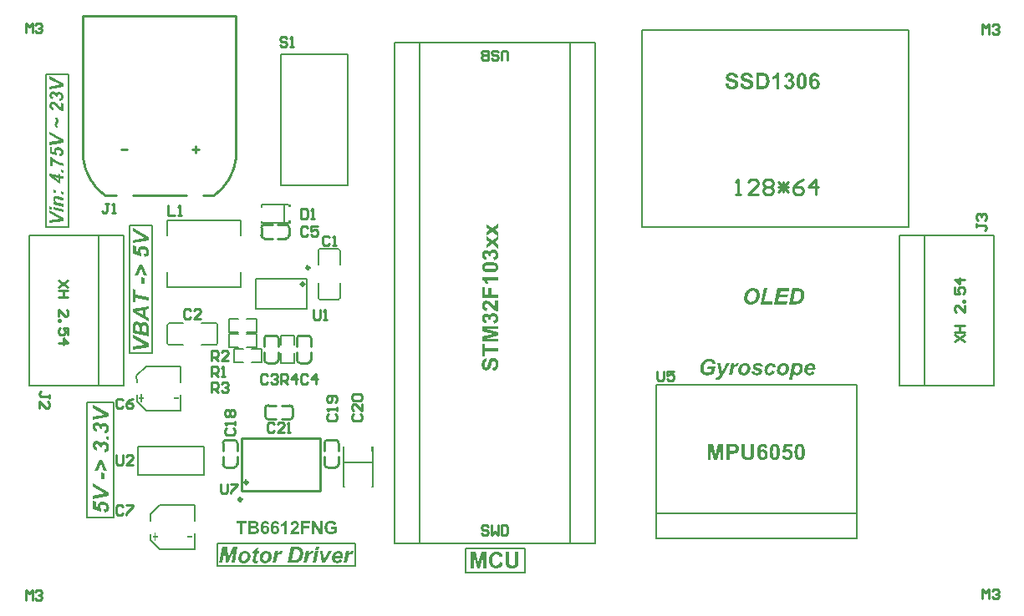
<source format=gto>
G04*
G04 #@! TF.GenerationSoftware,Altium Limited,Altium Designer,22.11.1 (43)*
G04*
G04 Layer_Color=65535*
%FSLAX44Y44*%
%MOMM*%
G71*
G04*
G04 #@! TF.SameCoordinates,30CB15ED-5B5F-4030-944F-8374E8F7CEFA*
G04*
G04*
G04 #@! TF.FilePolarity,Positive*
G04*
G01*
G75*
%ADD10C,0.3000*%
%ADD11C,0.2540*%
%ADD12C,0.1524*%
%ADD13C,0.2000*%
G36*
X-835880Y-128315D02*
X-833944D01*
Y-129605D01*
X-835880D01*
Y-133260D01*
X-837169D01*
Y-129605D01*
X-839105D01*
Y-128315D01*
X-837169D01*
Y-124660D01*
X-835880D01*
Y-128315D01*
D02*
G37*
G36*
X-798684D02*
Y-129605D01*
X-803845D01*
Y-128315D01*
X-798684D01*
D01*
D02*
G37*
G36*
X-646714Y-42190D02*
X-644594D01*
Y-37618D01*
X-646714D01*
Y-42190D01*
D01*
D02*
G37*
G36*
X-615666D02*
X-617786D01*
Y-37618D01*
X-615666D01*
Y-42190D01*
D01*
D02*
G37*
G36*
X-850010Y12345D02*
X-848074D01*
Y11055D01*
X-850010D01*
Y7400D01*
X-851300D01*
Y11055D01*
X-853234D01*
Y12345D01*
X-851300D01*
Y16000D01*
X-850010D01*
Y12345D01*
D02*
G37*
G36*
X-812814D02*
Y11055D01*
X-817974D01*
Y12345D01*
X-812814D01*
D01*
D02*
G37*
G36*
X-702010Y188567D02*
Y191767D01*
X-698962D01*
Y188567D01*
X-702010D01*
D01*
D02*
G37*
G36*
Y208615D02*
Y205415D01*
X-698962D01*
Y208615D01*
X-702010D01*
D01*
D02*
G37*
G36*
X-274965Y51814D02*
X-274730Y51790D01*
X-274448Y51767D01*
X-274142Y51719D01*
X-273813Y51673D01*
X-273085Y51508D01*
X-272333Y51273D01*
X-271957Y51132D01*
X-271605Y50968D01*
X-271252Y50756D01*
X-270923Y50521D01*
X-270900Y50498D01*
X-270853Y50451D01*
X-270759Y50380D01*
X-270641Y50286D01*
X-270501Y50145D01*
X-270359Y49981D01*
X-270172Y49769D01*
X-269984Y49558D01*
X-269796Y49300D01*
X-269608Y49018D01*
X-269420Y48712D01*
X-269232Y48360D01*
X-269067Y47984D01*
X-268903Y47584D01*
X-268762Y47161D01*
X-268644Y46715D01*
X-271769Y46363D01*
Y46386D01*
X-271793Y46433D01*
X-271816Y46504D01*
X-271840Y46598D01*
X-271957Y46832D01*
X-272098Y47138D01*
X-272286Y47467D01*
X-272521Y47819D01*
X-272780Y48148D01*
X-273108Y48430D01*
X-273155Y48454D01*
X-273273Y48548D01*
X-273461Y48665D01*
X-273743Y48783D01*
X-274072Y48924D01*
X-274471Y49018D01*
X-274918Y49111D01*
X-275411Y49135D01*
X-275575D01*
X-275669Y49111D01*
X-275834D01*
X-275998Y49088D01*
X-276374Y49018D01*
X-276844Y48924D01*
X-277337Y48759D01*
X-277854Y48548D01*
X-278371Y48266D01*
X-278395D01*
X-278418Y48219D01*
X-278489Y48172D01*
X-278583Y48101D01*
X-278841Y47913D01*
X-279147Y47631D01*
X-279476Y47255D01*
X-279828Y46809D01*
X-280180Y46269D01*
X-280486Y45634D01*
Y45611D01*
X-280509Y45564D01*
X-280556Y45470D01*
X-280603Y45329D01*
X-280650Y45164D01*
X-280721Y44976D01*
X-280791Y44742D01*
X-280862Y44483D01*
X-280932Y44225D01*
X-281003Y43919D01*
X-281120Y43261D01*
X-281214Y42556D01*
X-281238Y41781D01*
Y41758D01*
Y41687D01*
Y41593D01*
X-281214Y41452D01*
Y41264D01*
X-281191Y41076D01*
X-281120Y40630D01*
X-281003Y40136D01*
X-280862Y39620D01*
X-280627Y39150D01*
X-280486Y38915D01*
X-280321Y38727D01*
X-280274Y38680D01*
X-280157Y38586D01*
X-279922Y38421D01*
X-279617Y38257D01*
X-279241Y38069D01*
X-278771Y37904D01*
X-278207Y37810D01*
X-277572Y37763D01*
X-277384D01*
X-277173Y37787D01*
X-276891Y37810D01*
X-276562Y37834D01*
X-276186Y37904D01*
X-275787Y37975D01*
X-275364Y38069D01*
X-275340D01*
X-275317Y38092D01*
X-275176Y38116D01*
X-274965Y38186D01*
X-274706Y38280D01*
X-274401Y38374D01*
X-274072Y38515D01*
X-273743Y38656D01*
X-273414Y38797D01*
X-272897Y41241D01*
X-277056D01*
X-276492Y43966D01*
X-269232D01*
X-270688Y36941D01*
X-270712D01*
X-270735Y36894D01*
X-270829Y36871D01*
X-270923Y36800D01*
X-271041Y36730D01*
X-271205Y36659D01*
X-271370Y36565D01*
X-271558Y36448D01*
X-272028Y36236D01*
X-272568Y36001D01*
X-273179Y35766D01*
X-273860Y35531D01*
X-273884D01*
X-273954Y35508D01*
X-274048Y35484D01*
X-274189Y35437D01*
X-274354Y35391D01*
X-274542Y35343D01*
X-274777Y35296D01*
X-275035Y35250D01*
X-275599Y35155D01*
X-276257Y35062D01*
X-276938Y34991D01*
X-277666Y34968D01*
X-277948D01*
X-278160Y34991D01*
X-278418Y35015D01*
X-278700Y35038D01*
X-279029Y35085D01*
X-279382Y35132D01*
X-280110Y35296D01*
X-280509Y35414D01*
X-280885Y35555D01*
X-281261Y35696D01*
X-281637Y35884D01*
X-281966Y36095D01*
X-282295Y36330D01*
X-282318Y36354D01*
X-282389Y36424D01*
X-282506Y36518D01*
X-282624Y36683D01*
X-282812Y36871D01*
X-282976Y37106D01*
X-283188Y37387D01*
X-283376Y37693D01*
X-283587Y38069D01*
X-283799Y38468D01*
X-283963Y38915D01*
X-284128Y39385D01*
X-284268Y39925D01*
X-284386Y40489D01*
X-284457Y41100D01*
X-284480Y41734D01*
Y41758D01*
Y41852D01*
Y41969D01*
X-284457Y42133D01*
Y42368D01*
X-284433Y42603D01*
X-284410Y42885D01*
X-284363Y43214D01*
X-284315Y43543D01*
X-284245Y43896D01*
X-284081Y44671D01*
X-283846Y45493D01*
X-283540Y46316D01*
X-283517Y46339D01*
X-283493Y46433D01*
X-283423Y46574D01*
X-283329Y46739D01*
X-283211Y46974D01*
X-283070Y47208D01*
X-282906Y47490D01*
X-282718Y47796D01*
X-282506Y48125D01*
X-282271Y48454D01*
X-282013Y48783D01*
X-281708Y49135D01*
X-281073Y49793D01*
X-280721Y50098D01*
X-280345Y50380D01*
X-280321Y50404D01*
X-280251Y50451D01*
X-280133Y50521D01*
X-279969Y50615D01*
X-279781Y50709D01*
X-279523Y50850D01*
X-279264Y50968D01*
X-278935Y51109D01*
X-278606Y51250D01*
X-278230Y51367D01*
X-277831Y51508D01*
X-277384Y51602D01*
X-276938Y51696D01*
X-276445Y51767D01*
X-275951Y51814D01*
X-275434Y51837D01*
X-275152D01*
X-274965Y51814D01*
D02*
G37*
G36*
X-184344Y47302D02*
X-184180Y47279D01*
X-183992Y47255D01*
X-183569Y47161D01*
X-183099Y47021D01*
X-182606Y46785D01*
X-182371Y46645D01*
X-182112Y46457D01*
X-181877Y46269D01*
X-181666Y46034D01*
X-181642Y46010D01*
X-181619Y45987D01*
X-181548Y45893D01*
X-181478Y45799D01*
X-181407Y45658D01*
X-181290Y45493D01*
X-181196Y45305D01*
X-181078Y45094D01*
X-180984Y44835D01*
X-180867Y44553D01*
X-180773Y44225D01*
X-180703Y43896D01*
X-180609Y43520D01*
X-180562Y43120D01*
X-180538Y42697D01*
X-180515Y42228D01*
Y42181D01*
Y42087D01*
X-180538Y41922D01*
Y41687D01*
X-180585Y41429D01*
X-180609Y41100D01*
X-180679Y40747D01*
X-180750Y40348D01*
X-180867Y39948D01*
X-180984Y39502D01*
X-181149Y39056D01*
X-181337Y38609D01*
X-181572Y38139D01*
X-181830Y37693D01*
X-182136Y37247D01*
X-182488Y36824D01*
X-182512Y36800D01*
X-182559Y36753D01*
X-182653Y36659D01*
X-182794Y36542D01*
X-182935Y36401D01*
X-183146Y36236D01*
X-183358Y36072D01*
X-183616Y35907D01*
X-183898Y35719D01*
X-184180Y35555D01*
X-184509Y35391D01*
X-184861Y35250D01*
X-185237Y35132D01*
X-185637Y35038D01*
X-186036Y34991D01*
X-186459Y34968D01*
X-186553D01*
X-186694Y34991D01*
X-186835D01*
X-187046Y35015D01*
X-187258Y35062D01*
X-187516Y35132D01*
X-187775Y35203D01*
X-188080Y35296D01*
X-188362Y35437D01*
X-188667Y35578D01*
X-188949Y35766D01*
X-189255Y35978D01*
X-189537Y36236D01*
X-189795Y36518D01*
X-190030Y36847D01*
X-191275Y30785D01*
X-194424D01*
X-191040Y47067D01*
X-188057D01*
X-188291Y45822D01*
X-188244Y45869D01*
X-188127Y45963D01*
X-187939Y46104D01*
X-187704Y46269D01*
X-187422Y46457D01*
X-187117Y46645D01*
X-186811Y46832D01*
X-186482Y46974D01*
X-186435Y46997D01*
X-186341Y47021D01*
X-186153Y47091D01*
X-185942Y47161D01*
X-185660Y47208D01*
X-185355Y47279D01*
X-185002Y47302D01*
X-184650Y47326D01*
X-184462D01*
X-184344Y47302D01*
D02*
G37*
G36*
X-246630D02*
X-246442Y47279D01*
X-246230Y47232D01*
X-245972Y47185D01*
X-245690Y47091D01*
X-245408Y46974D01*
X-246630Y44366D01*
X-246653D01*
X-246700Y44389D01*
X-246794Y44412D01*
X-246912Y44460D01*
X-247217Y44507D01*
X-247569Y44530D01*
X-247710D01*
X-247875Y44507D01*
X-248086Y44460D01*
X-248345Y44366D01*
X-248627Y44272D01*
X-248932Y44107D01*
X-249261Y43896D01*
X-249308Y43872D01*
X-249402Y43778D01*
X-249543Y43637D01*
X-249731Y43473D01*
X-249942Y43238D01*
X-250177Y42956D01*
X-250389Y42627D01*
X-250577Y42251D01*
X-250600Y42204D01*
X-250624Y42133D01*
X-250647Y42063D01*
X-250694Y41946D01*
X-250741Y41805D01*
X-250812Y41640D01*
X-250859Y41452D01*
X-250929Y41241D01*
X-251023Y41006D01*
X-251094Y40724D01*
X-251164Y40418D01*
X-251258Y40113D01*
X-251352Y39760D01*
X-251423Y39361D01*
X-251516Y38962D01*
X-252292Y35273D01*
X-255440D01*
X-252973Y47067D01*
X-250013D01*
X-250483Y44788D01*
X-250459Y44812D01*
X-250412Y44906D01*
X-250318Y45023D01*
X-250201Y45188D01*
X-250036Y45376D01*
X-249848Y45587D01*
X-249637Y45822D01*
X-249402Y46057D01*
X-248862Y46527D01*
X-248580Y46739D01*
X-248251Y46926D01*
X-247945Y47091D01*
X-247593Y47208D01*
X-247240Y47302D01*
X-246888Y47326D01*
X-246770D01*
X-246630Y47302D01*
D02*
G37*
G36*
X-225461D02*
X-225273D01*
X-225061Y47279D01*
X-224544Y47232D01*
X-224004Y47115D01*
X-223417Y46974D01*
X-222876Y46762D01*
X-222641Y46621D01*
X-222406Y46480D01*
X-222383D01*
X-222359Y46433D01*
X-222218Y46339D01*
X-222007Y46151D01*
X-221772Y45893D01*
X-221513Y45564D01*
X-221278Y45188D01*
X-221067Y44742D01*
X-220903Y44225D01*
X-223839Y43731D01*
Y43755D01*
X-223886Y43825D01*
X-223933Y43943D01*
X-224027Y44084D01*
X-224121Y44248D01*
X-224262Y44389D01*
X-224427Y44553D01*
X-224615Y44671D01*
X-224638Y44694D01*
X-224732Y44742D01*
X-224897Y44812D01*
X-225085Y44906D01*
X-225343Y44976D01*
X-225625Y45047D01*
X-225954Y45094D01*
X-226330Y45117D01*
X-226494D01*
X-226682Y45094D01*
X-226894Y45070D01*
X-227129Y45023D01*
X-227364Y44976D01*
X-227599Y44882D01*
X-227787Y44765D01*
X-227810Y44742D01*
X-227857Y44718D01*
X-227927Y44647D01*
X-227998Y44553D01*
X-228139Y44319D01*
X-228186Y44178D01*
X-228209Y44013D01*
Y43990D01*
Y43943D01*
X-228186Y43849D01*
X-228162Y43755D01*
X-228116Y43637D01*
X-228022Y43520D01*
X-227927Y43402D01*
X-227787Y43285D01*
X-227763D01*
X-227716Y43238D01*
X-227622Y43191D01*
X-227458Y43144D01*
X-227223Y43050D01*
X-227082Y43003D01*
X-226894Y42932D01*
X-226706Y42885D01*
X-226494Y42815D01*
X-226259Y42721D01*
X-225977Y42650D01*
X-225954D01*
X-225884Y42627D01*
X-225766Y42580D01*
X-225602Y42533D01*
X-225414Y42463D01*
X-225202Y42392D01*
X-224709Y42228D01*
X-224192Y42039D01*
X-223675Y41805D01*
X-223440Y41687D01*
X-223205Y41570D01*
X-223017Y41452D01*
X-222853Y41335D01*
X-222829D01*
X-222806Y41288D01*
X-222665Y41170D01*
X-222500Y40959D01*
X-222289Y40700D01*
X-222077Y40371D01*
X-221889Y39996D01*
X-221772Y39573D01*
X-221748Y39338D01*
X-221725Y39103D01*
Y39079D01*
Y39032D01*
Y38938D01*
X-221748Y38821D01*
X-221772Y38680D01*
X-221795Y38515D01*
X-221913Y38116D01*
X-222077Y37669D01*
X-222195Y37411D01*
X-222336Y37176D01*
X-222500Y36918D01*
X-222688Y36683D01*
X-222900Y36424D01*
X-223158Y36189D01*
X-223181Y36166D01*
X-223228Y36142D01*
X-223299Y36072D01*
X-223417Y36001D01*
X-223557Y35907D01*
X-223745Y35813D01*
X-223957Y35696D01*
X-224192Y35578D01*
X-224450Y35461D01*
X-224756Y35343D01*
X-225061Y35250D01*
X-225437Y35155D01*
X-225813Y35085D01*
X-226212Y35015D01*
X-226659Y34991D01*
X-227129Y34968D01*
X-227364D01*
X-227552Y34991D01*
X-227763D01*
X-228022Y35015D01*
X-228280Y35038D01*
X-228585Y35085D01*
X-229220Y35203D01*
X-229878Y35343D01*
X-230512Y35578D01*
X-230794Y35719D01*
X-231076Y35884D01*
X-231099D01*
X-231146Y35931D01*
X-231217Y35978D01*
X-231311Y36048D01*
X-231546Y36283D01*
X-231828Y36565D01*
X-232133Y36941D01*
X-232462Y37411D01*
X-232744Y37928D01*
X-232955Y38539D01*
X-229878Y39032D01*
X-229854Y38985D01*
X-229807Y38868D01*
X-229713Y38703D01*
X-229596Y38492D01*
X-229455Y38257D01*
X-229290Y38022D01*
X-229079Y37810D01*
X-228867Y37646D01*
X-228844Y37622D01*
X-228750Y37576D01*
X-228609Y37529D01*
X-228421Y37458D01*
X-228186Y37364D01*
X-227904Y37317D01*
X-227575Y37270D01*
X-227199Y37247D01*
X-227011D01*
X-226823Y37270D01*
X-226565Y37317D01*
X-226283Y37364D01*
X-225977Y37434D01*
X-225695Y37552D01*
X-225437Y37717D01*
X-225414Y37740D01*
X-225367Y37787D01*
X-225296Y37857D01*
X-225202Y37951D01*
X-225038Y38210D01*
X-224991Y38351D01*
X-224967Y38539D01*
Y38562D01*
Y38586D01*
X-224991Y38727D01*
X-225061Y38915D01*
X-225202Y39103D01*
X-225226Y39126D01*
X-225249Y39150D01*
X-225343Y39197D01*
X-225461Y39267D01*
X-225648Y39361D01*
X-225884Y39479D01*
X-226165Y39596D01*
X-226541Y39713D01*
X-226565D01*
X-226659Y39760D01*
X-226823Y39808D01*
X-227011Y39878D01*
X-227223Y39948D01*
X-227481Y40043D01*
X-228069Y40254D01*
X-228679Y40512D01*
X-229267Y40747D01*
X-229549Y40888D01*
X-229784Y41006D01*
X-229972Y41123D01*
X-230136Y41217D01*
X-230183Y41264D01*
X-230301Y41382D01*
X-230465Y41570D01*
X-230653Y41828D01*
X-230864Y42157D01*
X-231029Y42556D01*
X-231146Y43003D01*
X-231170Y43238D01*
X-231193Y43496D01*
Y43520D01*
Y43567D01*
Y43637D01*
X-231170Y43731D01*
X-231146Y43990D01*
X-231052Y44319D01*
X-230935Y44694D01*
X-230747Y45094D01*
X-230488Y45493D01*
X-230347Y45705D01*
X-230160Y45893D01*
X-230136Y45916D01*
X-230089Y45963D01*
X-229995Y46034D01*
X-229878Y46128D01*
X-229737Y46222D01*
X-229549Y46339D01*
X-229337Y46480D01*
X-229079Y46621D01*
X-228773Y46739D01*
X-228468Y46880D01*
X-228116Y46997D01*
X-227716Y47115D01*
X-227293Y47185D01*
X-226847Y47255D01*
X-226353Y47302D01*
X-225837Y47326D01*
X-225625D01*
X-225461Y47302D01*
D02*
G37*
G36*
X-212374D02*
X-212209D01*
X-211998Y47279D01*
X-211528Y47185D01*
X-210988Y47067D01*
X-210447Y46856D01*
X-209883Y46598D01*
X-209625Y46410D01*
X-209390Y46222D01*
X-209366Y46198D01*
X-209343Y46175D01*
X-209272Y46104D01*
X-209202Y46034D01*
X-208991Y45775D01*
X-208756Y45446D01*
X-208497Y45023D01*
X-208262Y44530D01*
X-208098Y43966D01*
X-208027Y43661D01*
X-207980Y43332D01*
X-211011Y43026D01*
Y43073D01*
X-211035Y43191D01*
X-211082Y43355D01*
X-211129Y43590D01*
X-211223Y43825D01*
X-211317Y44060D01*
X-211458Y44295D01*
X-211622Y44483D01*
X-211646Y44507D01*
X-211716Y44553D01*
X-211810Y44647D01*
X-211974Y44742D01*
X-212162Y44812D01*
X-212374Y44906D01*
X-212632Y44953D01*
X-212914Y44976D01*
X-213079D01*
X-213243Y44929D01*
X-213478Y44882D01*
X-213737Y44812D01*
X-214018Y44671D01*
X-214324Y44507D01*
X-214629Y44272D01*
X-214653Y44248D01*
X-214770Y44154D01*
X-214911Y43990D01*
X-215076Y43755D01*
X-215287Y43473D01*
X-215475Y43120D01*
X-215687Y42697D01*
X-215851Y42204D01*
Y42181D01*
X-215875Y42133D01*
X-215898Y42063D01*
X-215922Y41969D01*
X-215992Y41711D01*
X-216063Y41382D01*
X-216133Y40982D01*
X-216203Y40536D01*
X-216250Y40090D01*
X-216274Y39620D01*
Y39573D01*
Y39455D01*
X-216250Y39267D01*
X-216203Y39032D01*
X-216157Y38774D01*
X-216063Y38515D01*
X-215945Y38257D01*
X-215781Y38022D01*
X-215757Y37998D01*
X-215687Y37928D01*
X-215569Y37834D01*
X-215428Y37740D01*
X-215240Y37646D01*
X-215005Y37552D01*
X-214770Y37482D01*
X-214488Y37458D01*
X-214347D01*
X-214207Y37482D01*
X-214018Y37529D01*
X-213807Y37599D01*
X-213549Y37693D01*
X-213290Y37810D01*
X-213032Y37998D01*
X-213008Y38022D01*
X-212914Y38116D01*
X-212773Y38233D01*
X-212609Y38421D01*
X-212444Y38656D01*
X-212256Y38938D01*
X-212068Y39267D01*
X-211904Y39667D01*
X-208803Y39150D01*
Y39126D01*
X-208850Y39056D01*
X-208873Y38962D01*
X-208944Y38821D01*
X-209038Y38633D01*
X-209132Y38445D01*
X-209366Y37998D01*
X-209695Y37482D01*
X-210095Y36965D01*
X-210541Y36471D01*
X-211082Y36025D01*
X-211105D01*
X-211152Y35978D01*
X-211223Y35931D01*
X-211340Y35860D01*
X-211481Y35790D01*
X-211669Y35696D01*
X-211857Y35602D01*
X-212068Y35508D01*
X-212585Y35296D01*
X-213173Y35132D01*
X-213831Y35015D01*
X-214183Y34991D01*
X-214559Y34968D01*
X-214770D01*
X-214935Y34991D01*
X-215123Y35015D01*
X-215334Y35038D01*
X-215593Y35085D01*
X-215851Y35132D01*
X-216415Y35296D01*
X-216720Y35414D01*
X-217026Y35531D01*
X-217308Y35696D01*
X-217590Y35860D01*
X-217872Y36072D01*
X-218130Y36307D01*
X-218154Y36330D01*
X-218177Y36377D01*
X-218248Y36448D01*
X-218342Y36565D01*
X-218436Y36683D01*
X-218553Y36847D01*
X-218671Y37059D01*
X-218788Y37270D01*
X-218906Y37529D01*
X-219023Y37787D01*
X-219140Y38092D01*
X-219234Y38421D01*
X-219328Y38774D01*
X-219399Y39173D01*
X-219422Y39573D01*
X-219446Y39996D01*
Y40019D01*
Y40090D01*
Y40183D01*
X-219422Y40324D01*
Y40489D01*
X-219399Y40700D01*
X-219375Y40912D01*
X-219352Y41170D01*
X-219258Y41734D01*
X-219117Y42345D01*
X-218906Y42979D01*
X-218647Y43637D01*
Y43661D01*
X-218600Y43708D01*
X-218553Y43802D01*
X-218506Y43919D01*
X-218412Y44060D01*
X-218318Y44225D01*
X-218036Y44624D01*
X-217707Y45047D01*
X-217308Y45493D01*
X-216814Y45940D01*
X-216250Y46339D01*
X-216227Y46363D01*
X-216180Y46386D01*
X-216086Y46433D01*
X-215969Y46504D01*
X-215804Y46574D01*
X-215640Y46645D01*
X-215428Y46739D01*
X-215193Y46832D01*
X-214676Y47021D01*
X-214089Y47161D01*
X-213431Y47279D01*
X-212726Y47326D01*
X-212515D01*
X-212374Y47302D01*
D02*
G37*
G36*
X-261995Y34122D02*
Y34098D01*
X-262042Y34051D01*
X-262089Y33981D01*
X-262136Y33863D01*
X-262301Y33581D01*
X-262512Y33252D01*
X-262747Y32877D01*
X-262982Y32501D01*
X-263217Y32172D01*
X-263428Y31890D01*
X-263452Y31866D01*
X-263522Y31772D01*
X-263616Y31655D01*
X-263757Y31514D01*
X-263945Y31349D01*
X-264157Y31185D01*
X-264392Y31020D01*
X-264650Y30856D01*
X-264674Y30832D01*
X-264768Y30809D01*
X-264932Y30738D01*
X-265144Y30668D01*
X-265402Y30598D01*
X-265684Y30550D01*
X-266013Y30503D01*
X-266389Y30480D01*
X-266577D01*
X-266765Y30503D01*
X-267047Y30527D01*
X-267376Y30574D01*
X-267775Y30645D01*
X-268198Y30738D01*
X-268644Y30856D01*
X-268386Y33229D01*
X-268362D01*
X-268292Y33205D01*
X-268174Y33182D01*
X-268034Y33135D01*
X-267869Y33111D01*
X-267681Y33064D01*
X-267282Y33041D01*
X-267211D01*
X-267141Y33064D01*
X-267047Y33088D01*
X-266765Y33158D01*
X-266600Y33229D01*
X-266436Y33323D01*
X-266248Y33440D01*
X-266060Y33581D01*
X-265849Y33769D01*
X-265637Y33981D01*
X-265449Y34239D01*
X-265238Y34545D01*
X-265050Y34874D01*
X-264862Y35273D01*
X-266906Y47067D01*
X-263734D01*
X-262959Y41170D01*
Y41147D01*
X-262935Y41076D01*
Y40959D01*
X-262912Y40794D01*
X-262888Y40630D01*
X-262865Y40418D01*
X-262794Y39925D01*
X-262747Y39408D01*
X-262677Y38891D01*
X-262630Y38421D01*
X-262606Y38210D01*
Y38045D01*
X-262583Y38092D01*
X-262536Y38210D01*
X-262489Y38327D01*
X-262418Y38492D01*
X-262348Y38703D01*
X-262254Y38915D01*
X-262160Y39173D01*
X-261901Y39737D01*
X-261619Y40371D01*
X-261267Y41076D01*
X-260891Y41805D01*
X-258072Y47067D01*
X-254712D01*
X-261995Y34122D01*
D02*
G37*
G36*
X-172174Y47302D02*
X-171986Y47279D01*
X-171775Y47255D01*
X-171539Y47208D01*
X-171281Y47161D01*
X-170717Y46997D01*
X-170435Y46903D01*
X-170153Y46762D01*
X-169871Y46598D01*
X-169589Y46433D01*
X-169331Y46222D01*
X-169073Y45987D01*
X-169049Y45963D01*
X-169026Y45916D01*
X-168955Y45846D01*
X-168861Y45752D01*
X-168767Y45611D01*
X-168673Y45446D01*
X-168556Y45235D01*
X-168415Y45023D01*
X-168297Y44765D01*
X-168180Y44483D01*
X-168086Y44178D01*
X-167992Y43825D01*
X-167898Y43473D01*
X-167827Y43073D01*
X-167804Y42674D01*
X-167780Y42228D01*
Y42204D01*
Y42181D01*
Y42039D01*
Y41805D01*
X-167804Y41546D01*
X-167827Y41217D01*
X-167874Y40865D01*
X-168015Y40160D01*
X-176004D01*
Y40136D01*
Y40043D01*
X-176027Y39948D01*
Y39855D01*
Y39831D01*
Y39808D01*
Y39667D01*
X-175980Y39455D01*
X-175933Y39173D01*
X-175863Y38868D01*
X-175745Y38562D01*
X-175581Y38233D01*
X-175369Y37951D01*
X-175346Y37928D01*
X-175252Y37834D01*
X-175111Y37740D01*
X-174899Y37599D01*
X-174664Y37482D01*
X-174382Y37364D01*
X-174053Y37270D01*
X-173701Y37247D01*
X-173537D01*
X-173443Y37270D01*
X-173302Y37294D01*
X-173137Y37341D01*
X-172785Y37458D01*
X-172597Y37529D01*
X-172385Y37646D01*
X-172174Y37787D01*
X-171986Y37951D01*
X-171775Y38139D01*
X-171563Y38351D01*
X-171375Y38609D01*
X-171211Y38891D01*
X-168368Y38421D01*
Y38398D01*
X-168415Y38351D01*
X-168462Y38257D01*
X-168532Y38139D01*
X-168603Y37998D01*
X-168720Y37834D01*
X-168955Y37434D01*
X-169284Y37012D01*
X-169683Y36589D01*
X-170130Y36166D01*
X-170623Y35813D01*
X-170647D01*
X-170694Y35766D01*
X-170764Y35743D01*
X-170858Y35672D01*
X-170999Y35625D01*
X-171140Y35555D01*
X-171539Y35391D01*
X-171986Y35226D01*
X-172526Y35108D01*
X-173090Y35015D01*
X-173725Y34968D01*
X-173960D01*
X-174124Y34991D01*
X-174335Y35015D01*
X-174570Y35038D01*
X-174829Y35085D01*
X-175111Y35155D01*
X-175722Y35343D01*
X-176051Y35461D01*
X-176380Y35602D01*
X-176685Y35766D01*
X-177014Y35978D01*
X-177319Y36213D01*
X-177601Y36471D01*
X-177625Y36495D01*
X-177672Y36542D01*
X-177742Y36636D01*
X-177836Y36753D01*
X-177954Y36894D01*
X-178071Y37082D01*
X-178212Y37294D01*
X-178330Y37529D01*
X-178471Y37810D01*
X-178612Y38092D01*
X-178729Y38421D01*
X-178846Y38774D01*
X-178941Y39150D01*
X-179011Y39573D01*
X-179058Y39996D01*
X-179081Y40442D01*
Y40465D01*
Y40559D01*
Y40677D01*
X-179058Y40841D01*
X-179034Y41053D01*
X-179011Y41311D01*
X-178964Y41593D01*
X-178917Y41899D01*
X-178752Y42556D01*
X-178635Y42909D01*
X-178517Y43285D01*
X-178353Y43661D01*
X-178189Y44037D01*
X-177977Y44412D01*
X-177742Y44765D01*
X-177719Y44788D01*
X-177648Y44882D01*
X-177554Y45000D01*
X-177413Y45164D01*
X-177202Y45352D01*
X-176990Y45587D01*
X-176708Y45799D01*
X-176403Y46057D01*
X-176051Y46292D01*
X-175651Y46527D01*
X-175228Y46739D01*
X-174758Y46926D01*
X-174265Y47091D01*
X-173725Y47208D01*
X-173137Y47302D01*
X-172526Y47326D01*
X-172315D01*
X-172174Y47302D01*
D02*
G37*
G36*
X-199663D02*
X-199428Y47279D01*
X-199193Y47255D01*
X-198911Y47208D01*
X-198606Y47138D01*
X-197948Y46974D01*
X-197619Y46856D01*
X-197267Y46715D01*
X-196938Y46551D01*
X-196609Y46339D01*
X-196303Y46128D01*
X-196021Y45869D01*
X-195998Y45846D01*
X-195951Y45799D01*
X-195880Y45728D01*
X-195786Y45611D01*
X-195669Y45470D01*
X-195551Y45282D01*
X-195410Y45094D01*
X-195270Y44859D01*
X-195152Y44577D01*
X-195011Y44295D01*
X-194894Y43966D01*
X-194776Y43637D01*
X-194682Y43261D01*
X-194612Y42862D01*
X-194565Y42439D01*
X-194541Y41993D01*
Y41969D01*
Y41875D01*
Y41711D01*
X-194565Y41523D01*
X-194588Y41264D01*
X-194635Y40982D01*
X-194706Y40653D01*
X-194776Y40301D01*
X-194870Y39925D01*
X-194988Y39526D01*
X-195128Y39103D01*
X-195317Y38703D01*
X-195528Y38280D01*
X-195763Y37857D01*
X-196045Y37434D01*
X-196374Y37035D01*
X-196397Y37012D01*
X-196468Y36941D01*
X-196562Y36847D01*
X-196703Y36706D01*
X-196891Y36565D01*
X-197126Y36377D01*
X-197384Y36189D01*
X-197666Y36001D01*
X-198018Y35813D01*
X-198371Y35625D01*
X-198770Y35437D01*
X-199217Y35296D01*
X-199687Y35155D01*
X-200180Y35062D01*
X-200720Y34991D01*
X-201284Y34968D01*
X-201566D01*
X-201707Y34991D01*
X-201872Y35015D01*
X-202271Y35062D01*
X-202741Y35132D01*
X-203234Y35250D01*
X-203751Y35414D01*
X-204245Y35625D01*
X-204268D01*
X-204292Y35649D01*
X-204362Y35696D01*
X-204456Y35743D01*
X-204691Y35907D01*
X-204973Y36119D01*
X-205278Y36377D01*
X-205607Y36706D01*
X-205913Y37082D01*
X-206171Y37505D01*
Y37529D01*
X-206195Y37552D01*
X-206218Y37622D01*
X-206265Y37717D01*
X-206359Y37975D01*
X-206477Y38304D01*
X-206594Y38680D01*
X-206688Y39126D01*
X-206758Y39620D01*
X-206782Y40136D01*
Y40183D01*
Y40277D01*
X-206758Y40442D01*
Y40677D01*
X-206735Y40959D01*
X-206688Y41264D01*
X-206618Y41640D01*
X-206547Y42016D01*
X-206453Y42415D01*
X-206336Y42838D01*
X-206195Y43285D01*
X-206007Y43708D01*
X-205795Y44154D01*
X-205560Y44577D01*
X-205278Y44976D01*
X-204949Y45352D01*
X-204926Y45376D01*
X-204855Y45446D01*
X-204762Y45540D01*
X-204620Y45658D01*
X-204433Y45822D01*
X-204198Y45987D01*
X-203939Y46151D01*
X-203634Y46339D01*
X-203305Y46527D01*
X-202952Y46692D01*
X-202553Y46880D01*
X-202106Y47021D01*
X-201660Y47138D01*
X-201167Y47232D01*
X-200626Y47302D01*
X-200086Y47326D01*
X-199827D01*
X-199663Y47302D01*
D02*
G37*
G36*
X-238829D02*
X-238594Y47279D01*
X-238359Y47255D01*
X-238077Y47208D01*
X-237772Y47138D01*
X-237114Y46974D01*
X-236785Y46856D01*
X-236433Y46715D01*
X-236104Y46551D01*
X-235775Y46339D01*
X-235469Y46128D01*
X-235187Y45869D01*
X-235164Y45846D01*
X-235117Y45799D01*
X-235047Y45728D01*
X-234953Y45611D01*
X-234835Y45470D01*
X-234718Y45282D01*
X-234577Y45094D01*
X-234436Y44859D01*
X-234318Y44577D01*
X-234177Y44295D01*
X-234060Y43966D01*
X-233942Y43637D01*
X-233848Y43261D01*
X-233778Y42862D01*
X-233731Y42439D01*
X-233707Y41993D01*
Y41969D01*
Y41875D01*
Y41711D01*
X-233731Y41523D01*
X-233754Y41264D01*
X-233801Y40982D01*
X-233872Y40653D01*
X-233942Y40301D01*
X-234036Y39925D01*
X-234154Y39526D01*
X-234295Y39103D01*
X-234483Y38703D01*
X-234694Y38280D01*
X-234929Y37857D01*
X-235211Y37434D01*
X-235540Y37035D01*
X-235563Y37012D01*
X-235634Y36941D01*
X-235728Y36847D01*
X-235869Y36706D01*
X-236057Y36565D01*
X-236292Y36377D01*
X-236550Y36189D01*
X-236832Y36001D01*
X-237185Y35813D01*
X-237537Y35625D01*
X-237936Y35437D01*
X-238383Y35296D01*
X-238853Y35155D01*
X-239346Y35062D01*
X-239886Y34991D01*
X-240450Y34968D01*
X-240732D01*
X-240873Y34991D01*
X-241038Y35015D01*
X-241437Y35062D01*
X-241907Y35132D01*
X-242400Y35250D01*
X-242917Y35414D01*
X-243411Y35625D01*
X-243434D01*
X-243458Y35649D01*
X-243528Y35696D01*
X-243622Y35743D01*
X-243857Y35907D01*
X-244139Y36119D01*
X-244445Y36377D01*
X-244773Y36706D01*
X-245079Y37082D01*
X-245337Y37505D01*
Y37529D01*
X-245361Y37552D01*
X-245384Y37622D01*
X-245431Y37717D01*
X-245525Y37975D01*
X-245643Y38304D01*
X-245760Y38680D01*
X-245854Y39126D01*
X-245925Y39620D01*
X-245948Y40136D01*
Y40183D01*
Y40277D01*
X-245925Y40442D01*
Y40677D01*
X-245901Y40959D01*
X-245854Y41264D01*
X-245784Y41640D01*
X-245713Y42016D01*
X-245619Y42415D01*
X-245502Y42838D01*
X-245361Y43285D01*
X-245173Y43708D01*
X-244961Y44154D01*
X-244727Y44577D01*
X-244445Y44976D01*
X-244116Y45352D01*
X-244092Y45376D01*
X-244022Y45446D01*
X-243928Y45540D01*
X-243787Y45658D01*
X-243599Y45822D01*
X-243364Y45987D01*
X-243105Y46151D01*
X-242800Y46339D01*
X-242471Y46527D01*
X-242118Y46692D01*
X-241719Y46880D01*
X-241273Y47021D01*
X-240826Y47138D01*
X-240333Y47232D01*
X-239792Y47302D01*
X-239252Y47326D01*
X-238994D01*
X-238829Y47302D01*
D02*
G37*
G36*
X-185193Y123221D02*
X-184793D01*
X-184464Y123197D01*
X-184347D01*
X-184229Y123174D01*
X-184182D01*
X-184065Y123150D01*
X-183877Y123126D01*
X-183619Y123080D01*
X-183337Y123033D01*
X-183031Y122962D01*
X-182420Y122751D01*
X-182373Y122727D01*
X-182279Y122704D01*
X-182138Y122633D01*
X-181927Y122539D01*
X-181715Y122398D01*
X-181457Y122257D01*
X-181222Y122093D01*
X-180964Y121881D01*
X-180940Y121858D01*
X-180846Y121787D01*
X-180729Y121670D01*
X-180564Y121505D01*
X-180400Y121317D01*
X-180212Y121082D01*
X-180024Y120824D01*
X-179836Y120542D01*
X-179812Y120519D01*
X-179765Y120401D01*
X-179671Y120237D01*
X-179577Y120025D01*
X-179460Y119767D01*
X-179319Y119461D01*
X-179201Y119109D01*
X-179107Y118733D01*
X-179084Y118686D01*
X-179060Y118545D01*
X-179014Y118334D01*
X-178967Y118075D01*
X-178920Y117746D01*
X-178896Y117347D01*
X-178849Y116947D01*
Y116501D01*
Y116477D01*
Y116383D01*
Y116243D01*
X-178873Y116054D01*
Y115820D01*
X-178896Y115561D01*
X-178943Y115256D01*
X-178967Y114927D01*
X-179037Y114574D01*
X-179084Y114198D01*
X-179272Y113423D01*
X-179530Y112624D01*
X-179671Y112225D01*
X-179859Y111825D01*
Y111802D01*
X-179906Y111731D01*
X-179953Y111637D01*
X-180047Y111496D01*
X-180141Y111308D01*
X-180259Y111121D01*
X-180564Y110651D01*
X-180917Y110134D01*
X-181363Y109593D01*
X-181856Y109076D01*
X-182397Y108583D01*
X-182420D01*
X-182444Y108536D01*
X-182514Y108489D01*
X-182608Y108442D01*
X-182726Y108348D01*
X-182867Y108278D01*
X-183219Y108066D01*
X-183642Y107855D01*
X-184159Y107620D01*
X-184746Y107408D01*
X-185404Y107220D01*
X-185451D01*
X-185522Y107197D01*
X-185592Y107173D01*
X-185710D01*
X-185851Y107150D01*
X-186015Y107126D01*
X-186203Y107103D01*
X-186414Y107079D01*
X-186649Y107056D01*
X-186908Y107032D01*
X-187213D01*
X-187519Y107009D01*
X-187871Y106985D01*
X-194356D01*
X-190949Y123244D01*
X-185592D01*
X-185193Y123221D01*
D02*
G37*
G36*
X-194638Y120519D02*
X-203354D01*
X-204153Y116853D01*
X-195718D01*
X-196282Y114128D01*
X-204764D01*
X-205727Y109711D01*
X-196259D01*
X-196846Y106985D01*
X-209534D01*
X-206127Y123244D01*
X-194074D01*
X-194638Y120519D01*
D02*
G37*
G36*
X-219448Y109711D02*
X-211131D01*
X-211695Y106985D01*
X-223349D01*
X-219942Y123244D01*
X-216605D01*
X-219448Y109711D01*
D02*
G37*
G36*
X-230467Y123526D02*
X-230209Y123502D01*
X-229904Y123455D01*
X-229575Y123385D01*
X-229222Y123315D01*
X-228823Y123221D01*
X-228424Y123103D01*
X-228024Y122938D01*
X-227625Y122751D01*
X-227202Y122539D01*
X-226826Y122281D01*
X-226426Y121999D01*
X-226074Y121670D01*
X-226050Y121646D01*
X-226003Y121576D01*
X-225910Y121482D01*
X-225792Y121317D01*
X-225651Y121129D01*
X-225487Y120918D01*
X-225322Y120636D01*
X-225134Y120331D01*
X-224970Y120002D01*
X-224805Y119626D01*
X-224641Y119203D01*
X-224500Y118756D01*
X-224382Y118287D01*
X-224288Y117770D01*
X-224241Y117229D01*
X-224218Y116665D01*
Y116642D01*
Y116548D01*
Y116407D01*
X-224241Y116219D01*
X-224265Y116007D01*
X-224288Y115726D01*
X-224312Y115420D01*
X-224359Y115091D01*
X-224429Y114715D01*
X-224523Y114316D01*
X-224735Y113493D01*
X-224876Y113047D01*
X-225040Y112601D01*
X-225228Y112131D01*
X-225440Y111684D01*
X-225463Y111661D01*
X-225487Y111567D01*
X-225557Y111449D01*
X-225651Y111285D01*
X-225792Y111074D01*
X-225933Y110862D01*
X-226098Y110604D01*
X-226309Y110322D01*
X-226520Y110016D01*
X-226779Y109711D01*
X-227037Y109405D01*
X-227343Y109100D01*
X-227977Y108513D01*
X-228353Y108231D01*
X-228729Y107972D01*
X-228752Y107949D01*
X-228823Y107925D01*
X-228940Y107855D01*
X-229081Y107761D01*
X-229293Y107667D01*
X-229528Y107573D01*
X-229786Y107455D01*
X-230092Y107338D01*
X-230420Y107197D01*
X-230773Y107079D01*
X-231172Y106985D01*
X-231572Y106891D01*
X-232465Y106727D01*
X-232911Y106704D01*
X-233404Y106680D01*
X-233616D01*
X-233780Y106704D01*
X-233968D01*
X-234203Y106727D01*
X-234462Y106774D01*
X-234744Y106821D01*
X-235331Y106938D01*
X-235989Y107126D01*
X-236623Y107385D01*
X-236929Y107526D01*
X-237234Y107714D01*
X-237258Y107737D01*
X-237305Y107761D01*
X-237375Y107831D01*
X-237493Y107902D01*
X-237751Y108113D01*
X-238080Y108419D01*
X-238432Y108794D01*
X-238785Y109241D01*
X-239114Y109734D01*
X-239396Y110275D01*
Y110298D01*
X-239419Y110345D01*
X-239443Y110416D01*
X-239490Y110533D01*
X-239537Y110674D01*
X-239607Y110839D01*
X-239701Y111238D01*
X-239818Y111708D01*
X-239936Y112225D01*
X-240007Y112765D01*
X-240030Y113353D01*
Y113376D01*
Y113423D01*
Y113493D01*
Y113611D01*
X-240007Y113729D01*
Y113893D01*
X-239983Y114269D01*
X-239936Y114739D01*
X-239842Y115256D01*
X-239748Y115820D01*
X-239607Y116407D01*
Y116430D01*
X-239584Y116501D01*
X-239537Y116618D01*
X-239490Y116759D01*
X-239443Y116947D01*
X-239372Y117159D01*
X-239278Y117417D01*
X-239184Y117676D01*
X-238949Y118263D01*
X-238644Y118874D01*
X-238291Y119508D01*
X-237892Y120119D01*
X-237868Y120143D01*
X-237845Y120190D01*
X-237775Y120260D01*
X-237680Y120378D01*
X-237563Y120519D01*
X-237422Y120660D01*
X-237093Y121012D01*
X-236670Y121411D01*
X-236177Y121834D01*
X-235613Y122234D01*
X-234979Y122610D01*
X-234955D01*
X-234908Y122657D01*
X-234791Y122704D01*
X-234673Y122751D01*
X-234509Y122821D01*
X-234297Y122915D01*
X-234062Y122985D01*
X-233804Y123080D01*
X-233522Y123174D01*
X-233216Y123244D01*
X-232535Y123408D01*
X-231783Y123502D01*
X-230961Y123549D01*
X-230679D01*
X-230467Y123526D01*
D02*
G37*
G36*
X-670992Y-141904D02*
X-674164D01*
X-673553Y-139038D01*
X-670405D01*
X-670992Y-141904D01*
D02*
G37*
G36*
X-636737Y-143267D02*
X-636549Y-143291D01*
X-636337Y-143338D01*
X-636079Y-143385D01*
X-635797Y-143478D01*
X-635515Y-143596D01*
X-636737Y-146204D01*
X-636760D01*
X-636807Y-146180D01*
X-636901Y-146157D01*
X-637019Y-146110D01*
X-637324Y-146063D01*
X-637677Y-146039D01*
X-637817D01*
X-637982Y-146063D01*
X-638193Y-146110D01*
X-638452Y-146204D01*
X-638734Y-146298D01*
X-639039Y-146462D01*
X-639368Y-146674D01*
X-639415Y-146697D01*
X-639509Y-146791D01*
X-639650Y-146932D01*
X-639838Y-147097D01*
X-640050Y-147332D01*
X-640285Y-147614D01*
X-640496Y-147943D01*
X-640684Y-148319D01*
X-640707Y-148365D01*
X-640731Y-148436D01*
X-640754Y-148506D01*
X-640801Y-148624D01*
X-640848Y-148765D01*
X-640919Y-148929D01*
X-640966Y-149117D01*
X-641036Y-149329D01*
X-641130Y-149564D01*
X-641201Y-149846D01*
X-641271Y-150151D01*
X-641365Y-150456D01*
X-641459Y-150809D01*
X-641530Y-151208D01*
X-641624Y-151608D01*
X-642399Y-155296D01*
X-645547D01*
X-643080Y-143502D01*
X-640120D01*
X-640590Y-145781D01*
X-640566Y-145758D01*
X-640519Y-145664D01*
X-640425Y-145546D01*
X-640308Y-145382D01*
X-640144Y-145194D01*
X-639955Y-144982D01*
X-639744Y-144747D01*
X-639509Y-144512D01*
X-638969Y-144042D01*
X-638687Y-143831D01*
X-638358Y-143643D01*
X-638052Y-143478D01*
X-637700Y-143361D01*
X-637348Y-143267D01*
X-636995Y-143244D01*
X-636878D01*
X-636737Y-143267D01*
D02*
G37*
G36*
X-677172D02*
X-676984Y-143291D01*
X-676772Y-143338D01*
X-676514Y-143385D01*
X-676232Y-143478D01*
X-675950Y-143596D01*
X-677172Y-146204D01*
X-677195D01*
X-677242Y-146180D01*
X-677336Y-146157D01*
X-677454Y-146110D01*
X-677759Y-146063D01*
X-678111Y-146039D01*
X-678252D01*
X-678417Y-146063D01*
X-678628Y-146110D01*
X-678887Y-146204D01*
X-679169Y-146298D01*
X-679474Y-146462D01*
X-679803Y-146674D01*
X-679850Y-146697D01*
X-679944Y-146791D01*
X-680085Y-146932D01*
X-680273Y-147097D01*
X-680484Y-147332D01*
X-680719Y-147614D01*
X-680931Y-147943D01*
X-681119Y-148319D01*
X-681142Y-148365D01*
X-681166Y-148436D01*
X-681189Y-148506D01*
X-681236Y-148624D01*
X-681283Y-148765D01*
X-681354Y-148929D01*
X-681401Y-149117D01*
X-681471Y-149329D01*
X-681565Y-149564D01*
X-681636Y-149846D01*
X-681706Y-150151D01*
X-681800Y-150456D01*
X-681894Y-150809D01*
X-681965Y-151208D01*
X-682059Y-151608D01*
X-682834Y-155296D01*
X-685982D01*
X-683515Y-143502D01*
X-680555D01*
X-681025Y-145781D01*
X-681001Y-145758D01*
X-680954Y-145664D01*
X-680860Y-145546D01*
X-680743Y-145382D01*
X-680578Y-145194D01*
X-680390Y-144982D01*
X-680179Y-144747D01*
X-679944Y-144512D01*
X-679404Y-144042D01*
X-679122Y-143831D01*
X-678793Y-143643D01*
X-678487Y-143478D01*
X-678135Y-143361D01*
X-677783Y-143267D01*
X-677430Y-143244D01*
X-677313D01*
X-677172Y-143267D01*
D02*
G37*
G36*
X-708725Y-143267D02*
X-708537Y-143291D01*
X-708326Y-143338D01*
X-708067Y-143385D01*
X-707786Y-143479D01*
X-707504Y-143596D01*
X-708725Y-146204D01*
X-708749D01*
X-708796Y-146180D01*
X-708890Y-146157D01*
X-709007Y-146110D01*
X-709313Y-146063D01*
X-709665Y-146039D01*
X-709806D01*
X-709971Y-146063D01*
X-710182Y-146110D01*
X-710441Y-146204D01*
X-710723Y-146298D01*
X-711028Y-146462D01*
X-711357Y-146674D01*
X-711404Y-146697D01*
X-711498Y-146791D01*
X-711639Y-146932D01*
X-711827Y-147097D01*
X-712038Y-147332D01*
X-712273Y-147614D01*
X-712485Y-147943D01*
X-712673Y-148319D01*
X-712696Y-148365D01*
X-712720Y-148436D01*
X-712743Y-148506D01*
X-712790Y-148624D01*
X-712837Y-148765D01*
X-712907Y-148929D01*
X-712954Y-149117D01*
X-713025Y-149329D01*
X-713119Y-149564D01*
X-713189Y-149846D01*
X-713260Y-150151D01*
X-713354Y-150457D01*
X-713448Y-150809D01*
X-713518Y-151208D01*
X-713612Y-151608D01*
X-714388Y-155296D01*
X-717536D01*
X-715069Y-143502D01*
X-712109D01*
X-712579Y-145781D01*
X-712555Y-145758D01*
X-712508Y-145664D01*
X-712414Y-145546D01*
X-712297Y-145382D01*
X-712132Y-145194D01*
X-711944Y-144982D01*
X-711733Y-144747D01*
X-711498Y-144512D01*
X-710957Y-144042D01*
X-710676Y-143831D01*
X-710347Y-143643D01*
X-710041Y-143479D01*
X-709689Y-143361D01*
X-709336Y-143267D01*
X-708984Y-143244D01*
X-708866D01*
X-708725Y-143267D01*
D02*
G37*
G36*
X-756021Y-155296D02*
X-759052D01*
X-756232Y-141810D01*
X-762271Y-155296D01*
X-765442D01*
X-766053Y-141716D01*
X-768614Y-155296D01*
X-771645D01*
X-768262Y-139038D01*
X-763492D01*
X-762975Y-150222D01*
X-757877Y-139038D01*
X-753061D01*
X-756021Y-155296D01*
D02*
G37*
G36*
X-664766Y-155296D02*
X-667492D01*
X-669841Y-143502D01*
X-666716D01*
X-665918Y-148671D01*
Y-148694D01*
X-665894Y-148765D01*
Y-148859D01*
X-665871Y-149000D01*
X-665847Y-149164D01*
X-665800Y-149376D01*
X-665730Y-149799D01*
X-665659Y-150269D01*
X-665589Y-150715D01*
X-665542Y-151114D01*
X-665518Y-151279D01*
X-665495Y-151420D01*
X-665471Y-151373D01*
X-665424Y-151302D01*
X-665354Y-151185D01*
X-665260Y-150997D01*
X-665119Y-150762D01*
X-664954Y-150433D01*
X-664837Y-150222D01*
X-664719Y-150010D01*
Y-149987D01*
X-664696Y-149963D01*
X-664602Y-149822D01*
X-664484Y-149611D01*
X-664343Y-149352D01*
X-664202Y-149094D01*
X-664061Y-148859D01*
X-663944Y-148647D01*
X-663873Y-148506D01*
X-660937Y-143502D01*
X-657506D01*
X-664766Y-155296D01*
D02*
G37*
G36*
X-673812D02*
X-676960D01*
X-674493Y-143502D01*
X-671321D01*
X-673812Y-155296D01*
D02*
G37*
G36*
X-692984Y-139061D02*
X-692584D01*
X-692255Y-139085D01*
X-692138D01*
X-692020Y-139108D01*
X-691973D01*
X-691856Y-139132D01*
X-691668Y-139155D01*
X-691410Y-139202D01*
X-691128Y-139249D01*
X-690822Y-139320D01*
X-690211Y-139531D01*
X-690164Y-139555D01*
X-690070Y-139578D01*
X-689929Y-139649D01*
X-689718Y-139743D01*
X-689507Y-139884D01*
X-689248Y-140025D01*
X-689013Y-140189D01*
X-688755Y-140401D01*
X-688731Y-140424D01*
X-688637Y-140495D01*
X-688520Y-140612D01*
X-688355Y-140777D01*
X-688191Y-140965D01*
X-688003Y-141200D01*
X-687815Y-141458D01*
X-687627Y-141740D01*
X-687603Y-141763D01*
X-687556Y-141881D01*
X-687462Y-142045D01*
X-687368Y-142257D01*
X-687251Y-142515D01*
X-687110Y-142821D01*
X-686992Y-143173D01*
X-686898Y-143549D01*
X-686875Y-143596D01*
X-686852Y-143737D01*
X-686805Y-143948D01*
X-686758Y-144207D01*
X-686711Y-144536D01*
X-686687Y-144935D01*
X-686640Y-145335D01*
Y-145781D01*
Y-145805D01*
Y-145899D01*
Y-146039D01*
X-686664Y-146227D01*
Y-146462D01*
X-686687Y-146721D01*
X-686734Y-147026D01*
X-686758Y-147355D01*
X-686828Y-147708D01*
X-686875Y-148083D01*
X-687063Y-148859D01*
X-687321Y-149658D01*
X-687462Y-150057D01*
X-687650Y-150456D01*
Y-150480D01*
X-687697Y-150550D01*
X-687744Y-150645D01*
X-687838Y-150786D01*
X-687932Y-150973D01*
X-688050Y-151161D01*
X-688355Y-151631D01*
X-688708Y-152148D01*
X-689154Y-152689D01*
X-689648Y-153205D01*
X-690188Y-153699D01*
X-690211D01*
X-690235Y-153746D01*
X-690305Y-153793D01*
X-690399Y-153840D01*
X-690517Y-153934D01*
X-690658Y-154004D01*
X-691010Y-154216D01*
X-691433Y-154427D01*
X-691950Y-154662D01*
X-692537Y-154874D01*
X-693195Y-155062D01*
X-693242D01*
X-693313Y-155085D01*
X-693383Y-155109D01*
X-693501D01*
X-693642Y-155132D01*
X-693806Y-155155D01*
X-693994Y-155179D01*
X-694205Y-155203D01*
X-694440Y-155226D01*
X-694699Y-155250D01*
X-695004D01*
X-695310Y-155273D01*
X-695662Y-155296D01*
X-702147Y-155296D01*
X-698740Y-139038D01*
X-693383D01*
X-692984Y-139061D01*
D02*
G37*
G36*
X-650693Y-143267D02*
X-650505Y-143291D01*
X-650293Y-143314D01*
X-650058Y-143361D01*
X-649800Y-143408D01*
X-649236Y-143573D01*
X-648954Y-143666D01*
X-648672Y-143807D01*
X-648390Y-143972D01*
X-648108Y-144136D01*
X-647850Y-144348D01*
X-647591Y-144583D01*
X-647568Y-144606D01*
X-647544Y-144653D01*
X-647474Y-144724D01*
X-647380Y-144818D01*
X-647286Y-144959D01*
X-647192Y-145123D01*
X-647075Y-145335D01*
X-646934Y-145546D01*
X-646816Y-145805D01*
X-646699Y-146087D01*
X-646605Y-146392D01*
X-646511Y-146744D01*
X-646417Y-147097D01*
X-646346Y-147496D01*
X-646323Y-147896D01*
X-646299Y-148342D01*
Y-148365D01*
Y-148389D01*
Y-148530D01*
Y-148765D01*
X-646323Y-149023D01*
X-646346Y-149352D01*
X-646393Y-149705D01*
X-646534Y-150410D01*
X-654522D01*
Y-150433D01*
Y-150527D01*
X-654546Y-150621D01*
Y-150715D01*
Y-150738D01*
Y-150762D01*
Y-150903D01*
X-654499Y-151114D01*
X-654452Y-151396D01*
X-654381Y-151702D01*
X-654264Y-152007D01*
X-654100Y-152336D01*
X-653888Y-152618D01*
X-653865Y-152642D01*
X-653771Y-152736D01*
X-653630Y-152830D01*
X-653418Y-152971D01*
X-653183Y-153088D01*
X-652901Y-153205D01*
X-652572Y-153299D01*
X-652220Y-153323D01*
X-652056D01*
X-651962Y-153299D01*
X-651821Y-153276D01*
X-651656Y-153229D01*
X-651304Y-153111D01*
X-651116Y-153041D01*
X-650904Y-152923D01*
X-650693Y-152782D01*
X-650505Y-152618D01*
X-650293Y-152430D01*
X-650082Y-152219D01*
X-649894Y-151960D01*
X-649730Y-151678D01*
X-646887Y-152148D01*
Y-152172D01*
X-646934Y-152219D01*
X-646981Y-152313D01*
X-647051Y-152430D01*
X-647122Y-152571D01*
X-647239Y-152736D01*
X-647474Y-153135D01*
X-647803Y-153558D01*
X-648202Y-153981D01*
X-648649Y-154404D01*
X-649142Y-154756D01*
X-649166D01*
X-649213Y-154803D01*
X-649283Y-154827D01*
X-649377Y-154897D01*
X-649518Y-154944D01*
X-649659Y-155015D01*
X-650058Y-155179D01*
X-650505Y-155344D01*
X-651045Y-155461D01*
X-651609Y-155555D01*
X-652243Y-155602D01*
X-652478D01*
X-652643Y-155578D01*
X-652854Y-155555D01*
X-653089Y-155532D01*
X-653348Y-155485D01*
X-653630Y-155414D01*
X-654240Y-155226D01*
X-654569Y-155109D01*
X-654898Y-154968D01*
X-655204Y-154803D01*
X-655533Y-154592D01*
X-655838Y-154357D01*
X-656120Y-154098D01*
X-656144Y-154075D01*
X-656191Y-154028D01*
X-656261Y-153934D01*
X-656355Y-153816D01*
X-656472Y-153675D01*
X-656590Y-153487D01*
X-656731Y-153276D01*
X-656848Y-153041D01*
X-656989Y-152759D01*
X-657130Y-152477D01*
X-657248Y-152148D01*
X-657365Y-151796D01*
X-657459Y-151420D01*
X-657530Y-150997D01*
X-657577Y-150574D01*
X-657600Y-150128D01*
Y-150104D01*
Y-150010D01*
Y-149893D01*
X-657577Y-149728D01*
X-657553Y-149517D01*
X-657530Y-149258D01*
X-657483Y-148976D01*
X-657436Y-148671D01*
X-657271Y-148013D01*
X-657154Y-147661D01*
X-657036Y-147285D01*
X-656872Y-146909D01*
X-656708Y-146533D01*
X-656496Y-146157D01*
X-656261Y-145805D01*
X-656238Y-145781D01*
X-656167Y-145687D01*
X-656073Y-145570D01*
X-655932Y-145405D01*
X-655721Y-145217D01*
X-655509Y-144982D01*
X-655227Y-144771D01*
X-654922Y-144512D01*
X-654569Y-144277D01*
X-654170Y-144042D01*
X-653747Y-143831D01*
X-653277Y-143643D01*
X-652784Y-143478D01*
X-652243Y-143361D01*
X-651656Y-143267D01*
X-651045Y-143244D01*
X-650834D01*
X-650693Y-143267D01*
D02*
G37*
G36*
X-723645Y-143267D02*
X-723410Y-143291D01*
X-723175Y-143314D01*
X-722893Y-143361D01*
X-722588Y-143432D01*
X-721930Y-143596D01*
X-721601Y-143714D01*
X-721248Y-143855D01*
X-720919Y-144019D01*
X-720590Y-144230D01*
X-720285Y-144442D01*
X-720003Y-144700D01*
X-719979Y-144724D01*
X-719932Y-144771D01*
X-719862Y-144841D01*
X-719768Y-144959D01*
X-719651Y-145100D01*
X-719533Y-145288D01*
X-719392Y-145476D01*
X-719251Y-145711D01*
X-719134Y-145992D01*
X-718993Y-146274D01*
X-718875Y-146603D01*
X-718758Y-146932D01*
X-718664Y-147308D01*
X-718593Y-147708D01*
X-718546Y-148131D01*
X-718523Y-148577D01*
Y-148601D01*
Y-148694D01*
Y-148859D01*
X-718546Y-149047D01*
X-718570Y-149305D01*
X-718617Y-149587D01*
X-718687Y-149916D01*
X-718758Y-150269D01*
X-718852Y-150645D01*
X-718969Y-151044D01*
X-719110Y-151467D01*
X-719298Y-151866D01*
X-719510Y-152289D01*
X-719745Y-152712D01*
X-720026Y-153135D01*
X-720355Y-153534D01*
X-720379Y-153558D01*
X-720449Y-153628D01*
X-720543Y-153722D01*
X-720684Y-153863D01*
X-720872Y-154004D01*
X-721107Y-154192D01*
X-721366Y-154380D01*
X-721648Y-154568D01*
X-722000Y-154756D01*
X-722353Y-154944D01*
X-722752Y-155132D01*
X-723198Y-155273D01*
X-723668Y-155414D01*
X-724162Y-155508D01*
X-724702Y-155578D01*
X-725266Y-155602D01*
X-725548D01*
X-725689Y-155578D01*
X-725853Y-155555D01*
X-726253Y-155508D01*
X-726723Y-155437D01*
X-727216Y-155320D01*
X-727733Y-155156D01*
X-728226Y-154944D01*
X-728250D01*
X-728273Y-154921D01*
X-728344Y-154874D01*
X-728438Y-154827D01*
X-728673Y-154662D01*
X-728955Y-154451D01*
X-729260Y-154192D01*
X-729589Y-153863D01*
X-729894Y-153487D01*
X-730153Y-153064D01*
Y-153041D01*
X-730176Y-153018D01*
X-730200Y-152947D01*
X-730247Y-152853D01*
X-730341Y-152595D01*
X-730458Y-152266D01*
X-730576Y-151890D01*
X-730670Y-151443D01*
X-730740Y-150950D01*
X-730764Y-150433D01*
Y-150386D01*
Y-150292D01*
X-730740Y-150128D01*
Y-149893D01*
X-730717Y-149611D01*
X-730670Y-149305D01*
X-730599Y-148929D01*
X-730529Y-148553D01*
X-730435Y-148154D01*
X-730317Y-147731D01*
X-730176Y-147285D01*
X-729988Y-146862D01*
X-729777Y-146415D01*
X-729542Y-145992D01*
X-729260Y-145593D01*
X-728931Y-145217D01*
X-728908Y-145194D01*
X-728837Y-145123D01*
X-728743Y-145029D01*
X-728602Y-144912D01*
X-728414Y-144747D01*
X-728179Y-144583D01*
X-727921Y-144418D01*
X-727615Y-144230D01*
X-727287Y-144042D01*
X-726934Y-143878D01*
X-726535Y-143690D01*
X-726088Y-143549D01*
X-725642Y-143432D01*
X-725148Y-143338D01*
X-724608Y-143267D01*
X-724068Y-143244D01*
X-723809D01*
X-723645Y-143267D01*
D02*
G37*
G36*
X-732784Y-143502D02*
X-730834D01*
X-731328Y-145875D01*
X-733278D01*
X-734312Y-150856D01*
Y-150879D01*
Y-150903D01*
X-734335Y-150974D01*
X-734359Y-151067D01*
X-734405Y-151279D01*
X-734452Y-151537D01*
X-734499Y-151819D01*
X-734546Y-152054D01*
X-734570Y-152266D01*
X-734593Y-152336D01*
Y-152383D01*
Y-152407D01*
Y-152430D01*
X-734570Y-152595D01*
X-734499Y-152759D01*
X-734382Y-152947D01*
X-734359D01*
X-734335Y-152971D01*
X-734265Y-153018D01*
X-734194Y-153041D01*
X-734077Y-153088D01*
X-733912Y-153135D01*
X-733724Y-153159D01*
X-733395D01*
X-733301Y-153135D01*
X-733160D01*
X-732972Y-153111D01*
X-732737Y-153088D01*
X-732455Y-153064D01*
X-732949Y-155414D01*
X-732996D01*
X-733090Y-155437D01*
X-733254Y-155461D01*
X-733466Y-155508D01*
X-733724Y-155532D01*
X-734006Y-155578D01*
X-734640Y-155602D01*
X-734922D01*
X-735063Y-155578D01*
X-735204D01*
X-735580Y-155532D01*
X-735980Y-155437D01*
X-736403Y-155344D01*
X-736778Y-155179D01*
X-737107Y-154968D01*
X-737131Y-154944D01*
X-737225Y-154850D01*
X-737342Y-154686D01*
X-737483Y-154498D01*
X-737624Y-154239D01*
X-737742Y-153910D01*
X-737836Y-153558D01*
X-737859Y-153135D01*
Y-153111D01*
Y-153018D01*
X-737836Y-152853D01*
X-737812Y-152618D01*
X-737789Y-152454D01*
X-737765Y-152289D01*
X-737718Y-152078D01*
X-737671Y-151843D01*
X-737624Y-151584D01*
X-737577Y-151302D01*
X-737507Y-150974D01*
X-737436Y-150621D01*
X-736426Y-145875D01*
X-738000D01*
X-737507Y-143502D01*
X-735956D01*
X-735580Y-141622D01*
X-731962Y-139437D01*
X-732784Y-143502D01*
D02*
G37*
G36*
X-745096Y-143267D02*
X-744861Y-143291D01*
X-744626Y-143314D01*
X-744344Y-143361D01*
X-744038Y-143432D01*
X-743381Y-143596D01*
X-743052Y-143714D01*
X-742699Y-143855D01*
X-742370Y-144019D01*
X-742041Y-144230D01*
X-741736Y-144442D01*
X-741454Y-144700D01*
X-741430Y-144724D01*
X-741384Y-144771D01*
X-741313Y-144841D01*
X-741219Y-144959D01*
X-741102Y-145100D01*
X-740984Y-145288D01*
X-740843Y-145476D01*
X-740702Y-145711D01*
X-740585Y-145992D01*
X-740444Y-146274D01*
X-740326Y-146603D01*
X-740209Y-146932D01*
X-740115Y-147308D01*
X-740044Y-147708D01*
X-739997Y-148131D01*
X-739974Y-148577D01*
Y-148601D01*
Y-148694D01*
Y-148859D01*
X-739997Y-149047D01*
X-740021Y-149305D01*
X-740068Y-149587D01*
X-740138Y-149916D01*
X-740209Y-150269D01*
X-740303Y-150645D01*
X-740420Y-151044D01*
X-740561Y-151467D01*
X-740749Y-151866D01*
X-740960Y-152289D01*
X-741196Y-152712D01*
X-741477Y-153135D01*
X-741806Y-153534D01*
X-741830Y-153558D01*
X-741900Y-153628D01*
X-741994Y-153722D01*
X-742135Y-153863D01*
X-742323Y-154004D01*
X-742558Y-154192D01*
X-742817Y-154380D01*
X-743099Y-154568D01*
X-743451Y-154756D01*
X-743803Y-154944D01*
X-744203Y-155132D01*
X-744649Y-155273D01*
X-745119Y-155414D01*
X-745613Y-155508D01*
X-746153Y-155578D01*
X-746717Y-155602D01*
X-746999D01*
X-747140Y-155578D01*
X-747304Y-155555D01*
X-747704Y-155508D01*
X-748174Y-155437D01*
X-748667Y-155320D01*
X-749184Y-155156D01*
X-749677Y-154944D01*
X-749701D01*
X-749724Y-154921D01*
X-749795Y-154874D01*
X-749889Y-154827D01*
X-750124Y-154662D01*
X-750406Y-154451D01*
X-750711Y-154192D01*
X-751040Y-153863D01*
X-751345Y-153487D01*
X-751604Y-153064D01*
Y-153041D01*
X-751627Y-153018D01*
X-751651Y-152947D01*
X-751698Y-152853D01*
X-751792Y-152595D01*
X-751909Y-152266D01*
X-752027Y-151890D01*
X-752121Y-151443D01*
X-752191Y-150950D01*
X-752215Y-150433D01*
Y-150386D01*
Y-150292D01*
X-752191Y-150128D01*
Y-149893D01*
X-752168Y-149611D01*
X-752121Y-149305D01*
X-752050Y-148929D01*
X-751980Y-148553D01*
X-751886Y-148154D01*
X-751768Y-147731D01*
X-751627Y-147285D01*
X-751439Y-146862D01*
X-751228Y-146415D01*
X-750993Y-145992D01*
X-750711Y-145593D01*
X-750382Y-145217D01*
X-750359Y-145194D01*
X-750288Y-145123D01*
X-750194Y-145029D01*
X-750053Y-144912D01*
X-749865Y-144747D01*
X-749630Y-144583D01*
X-749372Y-144418D01*
X-749066Y-144230D01*
X-748737Y-144042D01*
X-748385Y-143878D01*
X-747986Y-143690D01*
X-747539Y-143549D01*
X-747093Y-143432D01*
X-746599Y-143338D01*
X-746059Y-143267D01*
X-745519Y-143244D01*
X-745260D01*
X-745096Y-143267D01*
D02*
G37*
G36*
X-929640Y330674D02*
Y327655D01*
X-943473Y325197D01*
Y328015D01*
X-933018Y329754D01*
X-943473Y335491D01*
Y338310D01*
X-929640Y330674D01*
D02*
G37*
G36*
X-939555Y323018D02*
X-939295Y322978D01*
X-938975Y322898D01*
X-938655Y322798D01*
X-938316Y322638D01*
X-937976Y322418D01*
X-937936Y322398D01*
X-937836Y322298D01*
X-937676Y322158D01*
X-937496Y321958D01*
X-937276Y321718D01*
X-937056Y321419D01*
X-936876Y321079D01*
X-936696Y320679D01*
Y320699D01*
X-936676Y320719D01*
X-936616Y320819D01*
X-936516Y320979D01*
X-936377Y321179D01*
X-936197Y321379D01*
X-935997Y321599D01*
X-935757Y321799D01*
X-935497Y321978D01*
X-935457Y321998D01*
X-935377Y322038D01*
X-935217Y322118D01*
X-935037Y322198D01*
X-934797Y322258D01*
X-934538Y322338D01*
X-934258Y322378D01*
X-933958Y322398D01*
X-933938D01*
X-933898D01*
X-933818D01*
X-933698Y322378D01*
X-933558Y322358D01*
X-933398Y322338D01*
X-933218Y322298D01*
X-933038Y322258D01*
X-932598Y322138D01*
X-932119Y321938D01*
X-931879Y321819D01*
X-931619Y321659D01*
X-931379Y321499D01*
X-931139Y321299D01*
X-931119Y321279D01*
X-931059Y321239D01*
X-930979Y321139D01*
X-930859Y321039D01*
X-930739Y320879D01*
X-930580Y320699D01*
X-930420Y320499D01*
X-930260Y320259D01*
X-930100Y319999D01*
X-929940Y319720D01*
X-929780Y319400D01*
X-929660Y319060D01*
X-929540Y318700D01*
X-929460Y318320D01*
X-929400Y317901D01*
X-929380Y317481D01*
Y317321D01*
X-929400Y317181D01*
X-929420Y317041D01*
X-929440Y316861D01*
X-929460Y316661D01*
X-929500Y316461D01*
X-929620Y316001D01*
X-929800Y315522D01*
X-929920Y315282D01*
X-930060Y315042D01*
X-930200Y314802D01*
X-930380Y314582D01*
X-930400Y314562D01*
X-930420Y314542D01*
X-930480Y314482D01*
X-930559Y314402D01*
X-930659Y314302D01*
X-930799Y314202D01*
X-930939Y314102D01*
X-931119Y313983D01*
X-931299Y313862D01*
X-931519Y313743D01*
X-931739Y313623D01*
X-931999Y313523D01*
X-932279Y313423D01*
X-932579Y313323D01*
X-932878Y313263D01*
X-933218Y313203D01*
X-933538Y315802D01*
X-933518D01*
X-933498D01*
X-933438Y315821D01*
X-933358Y315842D01*
X-933158Y315882D01*
X-932918Y315942D01*
X-932678Y316021D01*
X-932419Y316121D01*
X-932179Y316241D01*
X-931999Y316381D01*
X-931979Y316401D01*
X-931939Y316461D01*
X-931859Y316561D01*
X-931799Y316681D01*
X-931719Y316841D01*
X-931639Y317041D01*
X-931599Y317261D01*
X-931579Y317501D01*
Y317541D01*
X-931599Y317661D01*
X-931619Y317820D01*
X-931659Y318040D01*
X-931739Y318280D01*
X-931839Y318540D01*
X-931999Y318800D01*
X-932199Y319040D01*
X-932219Y319060D01*
X-932319Y319140D01*
X-932439Y319240D01*
X-932638Y319360D01*
X-932858Y319460D01*
X-933138Y319560D01*
X-933458Y319640D01*
X-933798Y319660D01*
X-933818D01*
X-933838D01*
X-933938D01*
X-934098Y319640D01*
X-934298Y319600D01*
X-934518Y319540D01*
X-934737Y319440D01*
X-934957Y319320D01*
X-935157Y319160D01*
X-935177Y319140D01*
X-935237Y319060D01*
X-935317Y318960D01*
X-935417Y318800D01*
X-935497Y318620D01*
X-935577Y318380D01*
X-935637Y318120D01*
X-935657Y317820D01*
Y317701D01*
X-935637Y317561D01*
X-935617Y317401D01*
X-937856Y317861D01*
Y318320D01*
X-937876Y318520D01*
X-937916Y318760D01*
X-937996Y319020D01*
X-938076Y319280D01*
X-938216Y319540D01*
X-938395Y319779D01*
X-938416Y319799D01*
X-938495Y319879D01*
X-938615Y319959D01*
X-938795Y320079D01*
X-939015Y320179D01*
X-939275Y320279D01*
X-939575Y320339D01*
X-939915Y320359D01*
X-939955D01*
X-940035D01*
X-940155Y320339D01*
X-940315Y320319D01*
X-940474Y320259D01*
X-940654Y320199D01*
X-940834Y320099D01*
X-940994Y319959D01*
X-941014Y319939D01*
X-941054Y319899D01*
X-941114Y319799D01*
X-941194Y319699D01*
X-941274Y319540D01*
X-941334Y319380D01*
X-941374Y319180D01*
X-941394Y318960D01*
Y318860D01*
X-941374Y318760D01*
X-941334Y318620D01*
X-941294Y318460D01*
X-941214Y318280D01*
X-941094Y318100D01*
X-940954Y317920D01*
X-940934Y317901D01*
X-940874Y317840D01*
X-940754Y317761D01*
X-940614Y317661D01*
X-940415Y317541D01*
X-940155Y317421D01*
X-939855Y317301D01*
X-939495Y317201D01*
X-939975Y314722D01*
X-939995D01*
X-940035Y314742D01*
X-940115Y314762D01*
X-940235Y314802D01*
X-940355Y314862D01*
X-940495Y314922D01*
X-940834Y315062D01*
X-941214Y315242D01*
X-941594Y315462D01*
X-941974Y315722D01*
X-942314Y316021D01*
X-942334Y316041D01*
X-942374Y316081D01*
X-942433Y316161D01*
X-942513Y316241D01*
X-942593Y316381D01*
X-942713Y316521D01*
X-942813Y316701D01*
X-942933Y316901D01*
X-943053Y317121D01*
X-943153Y317341D01*
X-943353Y317880D01*
X-943433Y318180D01*
X-943493Y318500D01*
X-943533Y318820D01*
X-943553Y319160D01*
Y319340D01*
X-943533Y319480D01*
X-943513Y319640D01*
X-943493Y319820D01*
X-943413Y320239D01*
X-943293Y320699D01*
X-943093Y321179D01*
X-942973Y321419D01*
X-942833Y321638D01*
X-942673Y321858D01*
X-942474Y322058D01*
X-942454Y322078D01*
X-942433Y322098D01*
X-942374Y322158D01*
X-942293Y322218D01*
X-942174Y322298D01*
X-942054Y322378D01*
X-941754Y322558D01*
X-941394Y322738D01*
X-940954Y322898D01*
X-940474Y323018D01*
X-940215Y323038D01*
X-939935Y323058D01*
X-939915D01*
X-939895D01*
X-939835D01*
X-939755D01*
X-939555Y323018D01*
D02*
G37*
G36*
X-939535Y312483D02*
X-939315Y312463D01*
X-939075Y312423D01*
X-938795Y312363D01*
X-938495Y312283D01*
X-938176Y312163D01*
X-938136Y312143D01*
X-938036Y312103D01*
X-937876Y312024D01*
X-937656Y311903D01*
X-937396Y311744D01*
X-937096Y311544D01*
X-936776Y311324D01*
X-936436Y311044D01*
X-936416Y311024D01*
X-936317Y310944D01*
X-936177Y310804D01*
X-935977Y310604D01*
X-935717Y310344D01*
X-935397Y310025D01*
X-935037Y309645D01*
X-934617Y309205D01*
X-934597Y309185D01*
X-934557Y309145D01*
X-934518Y309085D01*
X-934438Y309005D01*
X-934238Y308785D01*
X-933978Y308525D01*
X-933718Y308245D01*
X-933458Y307966D01*
X-933218Y307726D01*
X-933018Y307526D01*
X-932998Y307506D01*
X-932938Y307466D01*
X-932858Y307386D01*
X-932758Y307286D01*
X-932618Y307166D01*
X-932459Y307046D01*
X-932119Y306766D01*
Y311564D01*
X-929640Y311044D01*
Y302648D01*
X-929660D01*
X-929680D01*
X-929740Y302668D01*
X-929820D01*
X-930020Y302708D01*
X-930260Y302768D01*
X-930559Y302848D01*
X-930879Y302948D01*
X-931239Y303068D01*
X-931579Y303228D01*
X-931599D01*
X-931619Y303248D01*
X-931739Y303308D01*
X-931919Y303408D01*
X-932139Y303548D01*
X-932399Y303728D01*
X-932678Y303928D01*
X-932978Y304147D01*
X-933278Y304387D01*
X-933318Y304427D01*
X-933438Y304527D01*
X-933518Y304607D01*
X-933618Y304707D01*
X-933758Y304827D01*
X-933898Y304967D01*
X-934078Y305127D01*
X-934258Y305327D01*
X-934477Y305527D01*
X-934697Y305767D01*
X-934957Y306026D01*
X-935237Y306306D01*
X-935537Y306606D01*
X-935857Y306946D01*
X-935877Y306966D01*
X-935917Y307006D01*
X-935977Y307086D01*
X-936077Y307166D01*
X-936297Y307406D01*
X-936577Y307686D01*
X-936876Y307985D01*
X-937156Y308285D01*
X-937416Y308525D01*
X-937516Y308625D01*
X-937596Y308705D01*
X-937636Y308725D01*
X-937716Y308805D01*
X-937856Y308925D01*
X-938036Y309065D01*
X-938236Y309225D01*
X-938456Y309365D01*
X-938675Y309505D01*
X-938875Y309605D01*
X-938895Y309625D01*
X-938975Y309645D01*
X-939075Y309685D01*
X-939195Y309745D01*
X-939355Y309785D01*
X-939515Y309825D01*
X-939695Y309845D01*
X-939855Y309865D01*
X-939895D01*
X-939975D01*
X-940095Y309845D01*
X-940255Y309805D01*
X-940434Y309765D01*
X-940634Y309685D01*
X-940814Y309585D01*
X-940994Y309445D01*
X-941014Y309425D01*
X-941054Y309365D01*
X-941134Y309285D01*
X-941214Y309165D01*
X-941294Y309005D01*
X-941374Y308825D01*
X-941414Y308625D01*
X-941434Y308405D01*
Y308305D01*
X-941414Y308185D01*
X-941374Y308025D01*
X-941314Y307846D01*
X-941214Y307666D01*
X-941094Y307466D01*
X-940934Y307286D01*
X-940914Y307266D01*
X-940834Y307206D01*
X-940714Y307126D01*
X-940534Y307026D01*
X-940295Y306906D01*
X-939995Y306786D01*
X-939635Y306666D01*
X-939195Y306566D01*
X-939575Y303928D01*
X-939595D01*
X-939655Y303948D01*
X-939755Y303968D01*
X-939895Y303988D01*
X-940055Y304048D01*
X-940235Y304088D01*
X-940434Y304147D01*
X-940654Y304227D01*
X-941134Y304427D01*
X-941634Y304687D01*
X-942094Y305007D01*
X-942314Y305207D01*
X-942513Y305407D01*
X-942533Y305427D01*
X-942553Y305467D01*
X-942613Y305527D01*
X-942673Y305627D01*
X-942753Y305727D01*
X-942833Y305867D01*
X-942933Y306026D01*
X-943033Y306226D01*
X-943133Y306426D01*
X-943233Y306646D01*
X-943393Y307146D01*
X-943513Y307706D01*
X-943533Y308025D01*
X-943553Y308345D01*
Y308525D01*
X-943533Y308665D01*
X-943513Y308825D01*
X-943493Y309025D01*
X-943473Y309225D01*
X-943413Y309445D01*
X-943293Y309944D01*
X-943113Y310444D01*
X-942993Y310704D01*
X-942853Y310944D01*
X-942673Y311164D01*
X-942493Y311384D01*
X-942474Y311404D01*
X-942454Y311424D01*
X-942393Y311484D01*
X-942314Y311564D01*
X-942194Y311644D01*
X-942074Y311744D01*
X-941934Y311843D01*
X-941774Y311943D01*
X-941394Y312143D01*
X-940934Y312323D01*
X-940415Y312463D01*
X-940135Y312483D01*
X-939835Y312503D01*
X-939795D01*
X-939695D01*
X-939535Y312483D01*
D02*
G37*
G36*
X-935777Y296112D02*
X-935717Y296052D01*
X-935617Y295952D01*
X-935517Y295812D01*
X-935377Y295632D01*
X-935217Y295412D01*
X-935077Y295152D01*
X-934917Y294872D01*
X-934897Y294832D01*
X-934857Y294732D01*
X-934797Y294592D01*
X-934737Y294393D01*
X-934657Y294153D01*
X-934597Y293913D01*
X-934557Y293633D01*
X-934538Y293353D01*
Y293173D01*
X-934557Y293053D01*
Y292913D01*
X-934597Y292753D01*
X-934657Y292393D01*
Y292374D01*
X-934677Y292313D01*
X-934717Y292194D01*
X-934777Y292034D01*
X-934837Y291834D01*
X-934937Y291594D01*
X-935057Y291294D01*
X-935197Y290954D01*
Y290934D01*
X-935217Y290894D01*
X-935257Y290814D01*
X-935297Y290714D01*
X-935337Y290594D01*
X-935397Y290455D01*
X-935517Y290115D01*
X-935637Y289755D01*
X-935737Y289375D01*
X-935817Y289015D01*
X-935837Y288675D01*
Y288535D01*
X-935817Y288456D01*
X-935797Y288335D01*
X-935777Y288196D01*
X-935677Y287856D01*
X-935517Y287456D01*
X-935417Y287236D01*
X-935277Y287016D01*
X-935137Y286796D01*
X-934957Y286556D01*
X-934757Y286337D01*
X-934518Y286097D01*
X-936956D01*
X-936996Y286137D01*
X-937076Y286217D01*
X-937216Y286357D01*
X-937376Y286537D01*
X-937536Y286736D01*
X-937716Y286996D01*
X-937876Y287256D01*
X-938016Y287556D01*
X-938036Y287576D01*
X-938056Y287656D01*
X-938096Y287776D01*
X-938156Y287936D01*
X-938196Y288136D01*
X-938236Y288375D01*
X-938256Y288635D01*
X-938276Y288915D01*
Y289135D01*
X-938256Y289275D01*
X-938236Y289455D01*
X-938216Y289655D01*
X-938116Y290055D01*
Y290075D01*
X-938076Y290175D01*
X-938036Y290315D01*
X-937976Y290514D01*
X-937876Y290794D01*
X-937756Y291134D01*
X-937596Y291534D01*
X-937496Y291774D01*
X-937396Y292034D01*
Y292054D01*
X-937376Y292074D01*
X-937336Y292194D01*
X-937276Y292374D01*
X-937216Y292573D01*
X-937136Y292813D01*
X-937076Y293073D01*
X-937036Y293313D01*
X-937016Y293533D01*
Y293673D01*
X-937036Y293773D01*
X-937056Y293893D01*
X-937096Y294033D01*
X-937176Y294373D01*
X-937336Y294772D01*
X-937456Y294972D01*
X-937576Y295212D01*
X-937736Y295432D01*
X-937916Y295672D01*
X-938116Y295892D01*
X-938356Y296132D01*
X-935797D01*
X-935777Y296112D01*
D02*
G37*
G36*
X-929640Y274223D02*
Y271204D01*
X-943473Y268745D01*
Y271564D01*
X-933018Y273303D01*
X-943473Y279040D01*
Y281859D01*
X-929640Y274223D01*
D02*
G37*
G36*
X-940814Y266427D02*
Y261809D01*
X-938675Y261189D01*
Y261209D01*
X-938715Y261249D01*
X-938735Y261329D01*
X-938775Y261429D01*
X-938855Y261689D01*
X-938935Y261969D01*
Y261989D01*
X-938955Y262029D01*
X-938975Y262109D01*
X-938995Y262229D01*
X-939015Y262469D01*
X-939035Y262769D01*
Y262929D01*
X-939015Y263029D01*
X-938995Y263168D01*
X-938975Y263328D01*
X-938895Y263688D01*
X-938775Y264088D01*
X-938575Y264528D01*
X-938456Y264748D01*
X-938316Y264967D01*
X-938156Y265167D01*
X-937956Y265367D01*
X-937936Y265387D01*
X-937916Y265407D01*
X-937856Y265467D01*
X-937756Y265527D01*
X-937656Y265607D01*
X-937536Y265687D01*
X-937376Y265787D01*
X-937196Y265887D01*
X-937016Y265987D01*
X-936796Y266087D01*
X-936556Y266167D01*
X-936297Y266247D01*
X-935737Y266367D01*
X-935417Y266387D01*
X-935097Y266407D01*
X-935077D01*
X-935037D01*
X-934957D01*
X-934857Y266387D01*
X-934717D01*
X-934577Y266367D01*
X-934398Y266347D01*
X-934198Y266327D01*
X-933778Y266227D01*
X-933298Y266107D01*
X-932778Y265927D01*
X-932259Y265687D01*
X-932239D01*
X-932199Y265647D01*
X-932119Y265607D01*
X-932039Y265547D01*
X-931919Y265487D01*
X-931779Y265387D01*
X-931459Y265167D01*
X-931119Y264888D01*
X-930759Y264548D01*
X-930420Y264148D01*
X-930120Y263688D01*
Y263668D01*
X-930080Y263628D01*
X-930060Y263568D01*
X-930000Y263468D01*
X-929940Y263348D01*
X-929880Y263208D01*
X-929760Y262889D01*
X-929620Y262489D01*
X-929500Y262049D01*
X-929420Y261569D01*
X-929380Y261049D01*
Y260870D01*
X-929400Y260750D01*
X-929420Y260610D01*
X-929440Y260430D01*
X-929480Y260230D01*
X-929520Y260010D01*
X-929660Y259550D01*
X-929860Y259070D01*
X-929980Y258831D01*
X-930140Y258591D01*
X-930300Y258351D01*
X-930500Y258131D01*
X-930520Y258111D01*
X-930559Y258091D01*
X-930620Y258031D01*
X-930699Y257951D01*
X-930819Y257871D01*
X-930959Y257771D01*
X-931119Y257671D01*
X-931319Y257571D01*
X-931519Y257451D01*
X-931739Y257351D01*
X-931999Y257251D01*
X-932279Y257171D01*
X-932559Y257092D01*
X-932878Y257031D01*
X-933198Y257012D01*
X-933558Y256992D01*
X-933798Y259630D01*
X-933758D01*
X-933678D01*
X-933578Y259610D01*
X-933498D01*
X-933478D01*
X-933458D01*
X-933338D01*
X-933178Y259630D01*
X-932958Y259670D01*
X-932718Y259710D01*
X-932479Y259790D01*
X-932259Y259890D01*
X-932059Y260030D01*
X-932039Y260050D01*
X-931979Y260110D01*
X-931919Y260210D01*
X-931839Y260330D01*
X-931739Y260490D01*
X-931679Y260690D01*
X-931619Y260910D01*
X-931599Y261149D01*
Y261189D01*
X-931619Y261309D01*
X-931639Y261509D01*
X-931719Y261729D01*
X-931819Y262009D01*
X-931979Y262309D01*
X-932219Y262609D01*
X-932359Y262769D01*
X-932518Y262908D01*
X-932539D01*
X-932559Y262948D01*
X-932618Y262988D01*
X-932698Y263029D01*
X-932778Y263088D01*
X-932898Y263168D01*
X-933178Y263308D01*
X-933538Y263448D01*
X-933978Y263588D01*
X-934498Y263668D01*
X-935077Y263708D01*
X-935097D01*
X-935117D01*
X-935237D01*
X-935417Y263688D01*
X-935617Y263648D01*
X-935857Y263588D01*
X-936097Y263508D01*
X-936337Y263408D01*
X-936536Y263248D01*
X-936556Y263228D01*
X-936616Y263168D01*
X-936696Y263068D01*
X-936796Y262929D01*
X-936876Y262769D01*
X-936956Y262569D01*
X-937016Y262329D01*
X-937036Y262069D01*
Y261969D01*
X-937016Y261869D01*
X-936996Y261729D01*
X-936976Y261569D01*
X-936936Y261409D01*
X-936856Y261209D01*
X-936776Y261029D01*
X-936756Y261010D01*
X-936736Y260949D01*
X-936676Y260850D01*
X-936597Y260730D01*
X-936497Y260590D01*
X-936357Y260430D01*
X-936217Y260270D01*
X-936037Y260090D01*
X-936197Y257871D01*
X-943293Y259970D01*
Y266947D01*
X-940814Y266427D01*
D02*
G37*
G36*
X-941374Y256272D02*
X-941334Y256232D01*
X-941234Y256112D01*
X-941074Y255932D01*
X-940854Y255692D01*
X-940554Y255412D01*
X-940195Y255093D01*
X-939755Y254713D01*
X-939255Y254333D01*
X-939235Y254313D01*
X-939195Y254293D01*
X-939115Y254233D01*
X-939015Y254153D01*
X-938875Y254073D01*
X-938715Y253953D01*
X-938536Y253833D01*
X-938336Y253693D01*
X-938116Y253553D01*
X-937876Y253393D01*
X-937336Y253074D01*
X-936756Y252734D01*
X-936117Y252394D01*
X-936097D01*
X-936037Y252354D01*
X-935957Y252314D01*
X-935817Y252254D01*
X-935677Y252174D01*
X-935497Y252094D01*
X-935297Y251994D01*
X-935057Y251874D01*
X-934557Y251654D01*
X-934018Y251414D01*
X-933418Y251154D01*
X-932838Y250935D01*
X-932818D01*
X-932738Y250895D01*
X-932638Y250855D01*
X-932479Y250815D01*
X-932299Y250755D01*
X-932099Y250675D01*
X-931879Y250595D01*
X-931639Y250515D01*
X-931119Y250355D01*
X-930580Y250195D01*
X-930080Y250075D01*
X-929840Y250015D01*
X-929640Y249975D01*
Y247396D01*
X-929660D01*
X-929680D01*
X-929740Y247416D01*
X-929820Y247436D01*
X-929940Y247456D01*
X-930060Y247476D01*
X-930200Y247516D01*
X-930380Y247556D01*
X-930559Y247596D01*
X-930779Y247656D01*
X-931019Y247736D01*
X-931259Y247796D01*
X-931539Y247876D01*
X-931839Y247976D01*
X-932479Y248196D01*
X-932498D01*
X-932579Y248236D01*
X-932698Y248276D01*
X-932858Y248336D01*
X-933058Y248416D01*
X-933298Y248496D01*
X-933558Y248596D01*
X-933858Y248716D01*
X-934178Y248856D01*
X-934518Y248996D01*
X-935237Y249335D01*
X-936017Y249695D01*
X-936796Y250115D01*
X-936816Y250135D01*
X-936896Y250175D01*
X-936996Y250235D01*
X-937156Y250335D01*
X-937336Y250435D01*
X-937556Y250575D01*
X-937796Y250735D01*
X-938076Y250915D01*
X-938375Y251115D01*
X-938695Y251314D01*
X-939355Y251794D01*
X-940075Y252334D01*
X-940794Y252934D01*
Y247017D01*
X-943293Y247536D01*
Y256672D01*
X-941374Y256272D01*
D02*
G37*
G36*
X-929640Y243199D02*
Y240520D01*
X-932259Y241040D01*
Y243718D01*
X-929640Y243199D01*
D02*
G37*
G36*
X-934737Y237861D02*
Y239580D01*
X-932459Y239081D01*
Y237402D01*
X-929640Y236802D01*
Y234263D01*
X-932459Y234843D01*
Y229406D01*
X-934697Y229865D01*
X-943473Y237362D01*
Y239700D01*
X-934737Y237861D01*
D02*
G37*
G36*
X-937036Y222629D02*
Y219950D01*
X-939655Y220470D01*
Y223149D01*
X-937036Y222629D01*
D02*
G37*
G36*
X-929640Y221110D02*
Y218431D01*
X-932259Y218951D01*
Y221630D01*
X-929640Y221110D01*
D02*
G37*
G36*
X-937056Y216732D02*
X-936836Y216692D01*
X-936577Y216652D01*
X-936217Y216592D01*
X-936017Y216552D01*
X-935797Y216512D01*
X-935557Y216452D01*
X-935297Y216392D01*
X-929640Y215173D01*
Y212494D01*
X-935317Y213714D01*
X-935337D01*
X-935377Y213734D01*
X-935437D01*
X-935517Y213754D01*
X-935737Y213794D01*
X-935977Y213853D01*
X-936237Y213894D01*
X-936497Y213934D01*
X-936696Y213974D01*
X-936776Y213993D01*
X-936836D01*
X-936856D01*
X-936916D01*
X-937016Y213974D01*
X-937136Y213953D01*
X-937256Y213913D01*
X-937396Y213853D01*
X-937536Y213774D01*
X-937656Y213674D01*
X-937676Y213654D01*
X-937696Y213614D01*
X-937756Y213554D01*
X-937816Y213454D01*
X-937856Y213334D01*
X-937916Y213194D01*
X-937936Y213014D01*
X-937956Y212814D01*
Y212714D01*
X-937936Y212594D01*
X-937896Y212414D01*
X-937836Y212214D01*
X-937736Y211994D01*
X-937616Y211755D01*
X-937456Y211475D01*
X-937436Y211435D01*
X-937356Y211355D01*
X-937256Y211215D01*
X-937096Y211055D01*
X-936916Y210875D01*
X-936696Y210675D01*
X-936436Y210495D01*
X-936137Y210315D01*
X-936117Y210295D01*
X-936017Y210255D01*
X-935857Y210195D01*
X-935737Y210155D01*
X-935617Y210116D01*
X-935457Y210075D01*
X-935297Y210016D01*
X-935097Y209956D01*
X-934877Y209896D01*
X-934637Y209836D01*
X-934358Y209756D01*
X-934058Y209696D01*
X-933738Y209616D01*
X-929640Y208756D01*
Y206077D01*
X-939675Y208176D01*
Y210735D01*
X-938356Y210475D01*
Y210495D01*
X-938395Y210515D01*
X-938495Y210635D01*
X-938635Y210835D01*
X-938815Y211075D01*
X-938995Y211355D01*
X-939195Y211655D01*
X-939375Y211975D01*
X-939535Y212294D01*
X-939555Y212334D01*
X-939595Y212434D01*
X-939655Y212614D01*
X-939715Y212834D01*
X-939775Y213094D01*
X-939835Y213394D01*
X-939875Y213714D01*
X-939895Y214053D01*
Y214173D01*
X-939875Y214253D01*
X-939855Y214493D01*
X-939815Y214773D01*
X-939715Y215093D01*
X-939595Y215413D01*
X-939415Y215733D01*
X-939175Y216032D01*
X-939135Y216072D01*
X-939055Y216152D01*
X-938895Y216252D01*
X-938675Y216392D01*
X-938395Y216532D01*
X-938076Y216632D01*
X-937716Y216712D01*
X-937296Y216752D01*
X-937276D01*
X-937196D01*
X-937056Y216732D01*
D02*
G37*
G36*
X-941034Y205738D02*
Y203039D01*
X-943473Y203559D01*
Y206237D01*
X-941034Y205738D01*
D02*
G37*
G36*
X-929640Y203339D02*
Y200660D01*
X-939675Y202759D01*
Y205458D01*
X-929640Y203339D01*
D02*
G37*
G36*
Y194683D02*
Y191665D01*
X-943473Y189206D01*
Y192025D01*
X-933018Y193764D01*
X-943473Y199501D01*
Y202319D01*
X-929640Y194683D01*
D02*
G37*
G36*
X-842924Y175357D02*
Y171809D01*
X-859182Y168920D01*
Y172232D01*
X-846894Y174276D01*
X-859182Y181019D01*
Y184332D01*
X-842924Y175357D01*
D02*
G37*
G36*
X-856057Y166194D02*
Y160767D01*
X-853543Y160038D01*
Y160062D01*
X-853590Y160109D01*
X-853614Y160203D01*
X-853661Y160320D01*
X-853755Y160626D01*
X-853849Y160955D01*
Y160978D01*
X-853872Y161025D01*
X-853896Y161119D01*
X-853919Y161260D01*
X-853943Y161542D01*
X-853966Y161894D01*
Y162083D01*
X-853943Y162200D01*
X-853919Y162364D01*
X-853896Y162552D01*
X-853802Y162975D01*
X-853661Y163445D01*
X-853426Y163962D01*
X-853285Y164221D01*
X-853120Y164479D01*
X-852932Y164714D01*
X-852697Y164949D01*
X-852674Y164972D01*
X-852650Y164996D01*
X-852580Y165066D01*
X-852462Y165137D01*
X-852345Y165231D01*
X-852204Y165325D01*
X-852016Y165442D01*
X-851805Y165560D01*
X-851593Y165677D01*
X-851335Y165795D01*
X-851053Y165889D01*
X-850747Y165983D01*
X-850089Y166124D01*
X-849714Y166147D01*
X-849338Y166171D01*
X-849314D01*
X-849267D01*
X-849173D01*
X-849056Y166147D01*
X-848891D01*
X-848727Y166124D01*
X-848515Y166100D01*
X-848280Y166077D01*
X-847787Y165959D01*
X-847223Y165818D01*
X-846612Y165607D01*
X-846001Y165325D01*
X-845978D01*
X-845931Y165278D01*
X-845837Y165231D01*
X-845743Y165160D01*
X-845602Y165090D01*
X-845437Y164972D01*
X-845061Y164714D01*
X-844662Y164385D01*
X-844239Y163986D01*
X-843840Y163516D01*
X-843487Y162975D01*
Y162952D01*
X-843440Y162905D01*
X-843417Y162834D01*
X-843346Y162717D01*
X-843276Y162576D01*
X-843205Y162411D01*
X-843064Y162036D01*
X-842900Y161566D01*
X-842759Y161049D01*
X-842665Y160485D01*
X-842618Y159874D01*
Y159663D01*
X-842642Y159522D01*
X-842665Y159357D01*
X-842689Y159146D01*
X-842736Y158911D01*
X-842783Y158652D01*
X-842947Y158112D01*
X-843182Y157548D01*
X-843323Y157266D01*
X-843511Y156984D01*
X-843699Y156702D01*
X-843934Y156444D01*
X-843957Y156420D01*
X-844004Y156397D01*
X-844075Y156326D01*
X-844169Y156232D01*
X-844310Y156138D01*
X-844474Y156021D01*
X-844662Y155903D01*
X-844897Y155786D01*
X-845132Y155645D01*
X-845390Y155527D01*
X-845696Y155410D01*
X-846025Y155316D01*
X-846354Y155222D01*
X-846730Y155152D01*
X-847106Y155128D01*
X-847529Y155105D01*
X-847810Y158206D01*
X-847763D01*
X-847670D01*
X-847552Y158182D01*
X-847458D01*
X-847434D01*
X-847411D01*
X-847270D01*
X-847082Y158206D01*
X-846824Y158253D01*
X-846542Y158300D01*
X-846260Y158394D01*
X-846001Y158511D01*
X-845766Y158676D01*
X-845743Y158699D01*
X-845672Y158770D01*
X-845602Y158887D01*
X-845508Y159028D01*
X-845390Y159216D01*
X-845320Y159451D01*
X-845249Y159710D01*
X-845226Y159991D01*
Y160038D01*
X-845249Y160179D01*
X-845273Y160414D01*
X-845367Y160673D01*
X-845484Y161002D01*
X-845672Y161354D01*
X-845954Y161707D01*
X-846119Y161894D01*
X-846307Y162059D01*
X-846330D01*
X-846354Y162106D01*
X-846424Y162153D01*
X-846518Y162200D01*
X-846612Y162270D01*
X-846753Y162364D01*
X-847082Y162529D01*
X-847505Y162693D01*
X-848022Y162858D01*
X-848633Y162952D01*
X-849314Y162999D01*
X-849338D01*
X-849361D01*
X-849502D01*
X-849714Y162975D01*
X-849949Y162928D01*
X-850230Y162858D01*
X-850512Y162764D01*
X-850794Y162646D01*
X-851029Y162458D01*
X-851053Y162435D01*
X-851123Y162364D01*
X-851217Y162247D01*
X-851335Y162083D01*
X-851429Y161894D01*
X-851523Y161660D01*
X-851593Y161378D01*
X-851617Y161072D01*
Y160955D01*
X-851593Y160837D01*
X-851570Y160673D01*
X-851546Y160485D01*
X-851499Y160297D01*
X-851405Y160062D01*
X-851311Y159851D01*
X-851288Y159827D01*
X-851264Y159756D01*
X-851194Y159639D01*
X-851100Y159498D01*
X-850982Y159334D01*
X-850818Y159146D01*
X-850653Y158958D01*
X-850442Y158746D01*
X-850630Y156138D01*
X-858970Y158605D01*
Y166805D01*
X-856057Y166194D01*
D02*
G37*
G36*
X-844756Y136003D02*
X-847881D01*
X-850959Y143780D01*
X-853990Y136003D01*
X-857114D01*
X-852274Y147163D01*
X-849620D01*
X-844756Y136003D01*
D02*
G37*
G36*
X-847246Y133607D02*
Y127427D01*
X-850324Y128038D01*
Y134217D01*
X-847246Y133607D01*
D02*
G37*
G36*
X-856457Y121859D02*
Y117113D01*
X-842924Y114294D01*
Y110957D01*
X-856457Y113777D01*
Y109031D01*
X-859182Y109571D01*
Y122399D01*
X-856457Y121859D01*
D02*
G37*
G36*
X-842924Y102029D02*
X-846518Y101489D01*
Y95051D01*
X-842924Y93101D01*
Y89671D01*
X-859182Y98810D01*
Y102593D01*
X-842924Y105201D01*
Y102029D01*
D02*
G37*
G36*
X-854741Y89600D02*
X-854413Y89553D01*
X-854060Y89459D01*
X-853661Y89319D01*
X-853261Y89130D01*
X-852862Y88872D01*
X-852815Y88849D01*
X-852697Y88731D01*
X-852533Y88543D01*
X-852298Y88308D01*
X-852063Y87979D01*
X-851805Y87580D01*
X-851570Y87110D01*
X-851358Y86546D01*
Y86570D01*
X-851335Y86593D01*
X-851311Y86664D01*
X-851288Y86757D01*
X-851217Y86993D01*
X-851076Y87274D01*
X-850912Y87580D01*
X-850700Y87909D01*
X-850442Y88238D01*
X-850136Y88520D01*
X-850089Y88543D01*
X-849995Y88637D01*
X-849808Y88755D01*
X-849573Y88872D01*
X-849267Y89013D01*
X-848938Y89107D01*
X-848562Y89201D01*
X-848163Y89225D01*
X-848139D01*
X-848092D01*
X-848022D01*
X-847904Y89201D01*
X-847787D01*
X-847623Y89178D01*
X-847270Y89130D01*
X-846824Y89013D01*
X-846354Y88872D01*
X-845860Y88661D01*
X-845367Y88379D01*
X-845343D01*
X-845320Y88332D01*
X-845249Y88285D01*
X-845155Y88238D01*
X-844921Y88050D01*
X-844639Y87791D01*
X-844333Y87462D01*
X-844028Y87063D01*
X-843746Y86593D01*
X-843487Y86076D01*
Y86053D01*
X-843464Y86006D01*
X-843440Y85935D01*
X-843393Y85818D01*
X-843346Y85653D01*
X-843299Y85489D01*
X-843252Y85277D01*
X-843205Y85042D01*
X-843158Y84760D01*
X-843111Y84455D01*
X-843064Y84126D01*
X-843017Y83774D01*
X-842971Y83398D01*
X-842947Y82975D01*
X-842924Y82552D01*
Y74423D01*
X-859182Y77829D01*
Y83985D01*
X-859158Y84361D01*
Y84784D01*
X-859135Y85207D01*
X-859111Y85583D01*
X-859088Y85771D01*
X-859064Y85912D01*
Y85959D01*
X-859041Y86123D01*
X-858994Y86335D01*
X-858924Y86616D01*
X-858830Y86922D01*
X-858712Y87274D01*
X-858571Y87603D01*
X-858383Y87932D01*
X-858360Y87979D01*
X-858289Y88073D01*
X-858172Y88214D01*
X-858031Y88402D01*
X-857843Y88614D01*
X-857608Y88825D01*
X-857349Y89037D01*
X-857044Y89201D01*
X-856997Y89225D01*
X-856903Y89271D01*
X-856739Y89342D01*
X-856504Y89436D01*
X-856245Y89506D01*
X-855916Y89577D01*
X-855587Y89624D01*
X-855211Y89647D01*
X-855188D01*
X-855141D01*
X-855070D01*
X-854976D01*
X-854741Y89600D01*
D02*
G37*
G36*
X-842924Y67398D02*
Y63850D01*
X-859182Y60960D01*
Y64273D01*
X-846894Y66317D01*
X-859182Y73060D01*
Y76373D01*
X-842924Y67398D01*
D02*
G37*
G36*
X-883516Y-3652D02*
Y-7200D01*
X-899775Y-10089D01*
Y-6777D01*
X-887487Y-4733D01*
X-899775Y2010D01*
Y5323D01*
X-883516Y-3652D01*
D02*
G37*
G36*
X-895170Y-12651D02*
X-894865Y-12697D01*
X-894489Y-12791D01*
X-894113Y-12909D01*
X-893713Y-13097D01*
X-893314Y-13355D01*
X-893267Y-13379D01*
X-893149Y-13496D01*
X-892962Y-13661D01*
X-892750Y-13896D01*
X-892492Y-14178D01*
X-892233Y-14530D01*
X-892022Y-14929D01*
X-891810Y-15399D01*
Y-15376D01*
X-891787Y-15352D01*
X-891716Y-15235D01*
X-891599Y-15047D01*
X-891434Y-14812D01*
X-891223Y-14577D01*
X-890988Y-14319D01*
X-890706Y-14084D01*
X-890400Y-13872D01*
X-890353Y-13849D01*
X-890259Y-13802D01*
X-890072Y-13708D01*
X-889860Y-13614D01*
X-889578Y-13543D01*
X-889273Y-13449D01*
X-888944Y-13402D01*
X-888591Y-13379D01*
X-888568D01*
X-888521D01*
X-888427D01*
X-888286Y-13402D01*
X-888121Y-13426D01*
X-887934Y-13449D01*
X-887722Y-13496D01*
X-887511Y-13543D01*
X-886994Y-13684D01*
X-886430Y-13919D01*
X-886148Y-14060D01*
X-885843Y-14248D01*
X-885561Y-14436D01*
X-885279Y-14671D01*
X-885255Y-14694D01*
X-885185Y-14741D01*
X-885091Y-14859D01*
X-884950Y-14977D01*
X-884809Y-15164D01*
X-884621Y-15376D01*
X-884433Y-15611D01*
X-884245Y-15893D01*
X-884057Y-16198D01*
X-883869Y-16527D01*
X-883681Y-16903D01*
X-883540Y-17303D01*
X-883399Y-17725D01*
X-883305Y-18172D01*
X-883234Y-18665D01*
X-883211Y-19159D01*
Y-19346D01*
X-883234Y-19511D01*
X-883258Y-19676D01*
X-883281Y-19887D01*
X-883305Y-20122D01*
X-883352Y-20357D01*
X-883493Y-20897D01*
X-883704Y-21461D01*
X-883845Y-21743D01*
X-884010Y-22025D01*
X-884174Y-22307D01*
X-884386Y-22565D01*
X-884409Y-22589D01*
X-884433Y-22612D01*
X-884503Y-22683D01*
X-884597Y-22777D01*
X-884715Y-22894D01*
X-884879Y-23012D01*
X-885044Y-23129D01*
X-885255Y-23270D01*
X-885467Y-23411D01*
X-885725Y-23552D01*
X-885983Y-23693D01*
X-886289Y-23811D01*
X-886618Y-23928D01*
X-886970Y-24046D01*
X-887323Y-24116D01*
X-887722Y-24186D01*
X-888098Y-21132D01*
X-888074D01*
X-888051D01*
X-887980Y-21109D01*
X-887887Y-21085D01*
X-887652Y-21038D01*
X-887370Y-20968D01*
X-887088Y-20874D01*
X-886782Y-20756D01*
X-886500Y-20615D01*
X-886289Y-20451D01*
X-886265Y-20427D01*
X-886218Y-20357D01*
X-886124Y-20239D01*
X-886054Y-20098D01*
X-885960Y-19910D01*
X-885866Y-19676D01*
X-885819Y-19417D01*
X-885796Y-19135D01*
Y-19088D01*
X-885819Y-18947D01*
X-885843Y-18759D01*
X-885890Y-18501D01*
X-885983Y-18219D01*
X-886101Y-17913D01*
X-886289Y-17608D01*
X-886524Y-17326D01*
X-886547Y-17303D01*
X-886665Y-17208D01*
X-886806Y-17091D01*
X-887041Y-16950D01*
X-887299Y-16833D01*
X-887628Y-16715D01*
X-888004Y-16621D01*
X-888403Y-16598D01*
X-888427D01*
X-888450D01*
X-888568D01*
X-888756Y-16621D01*
X-888991Y-16668D01*
X-889249Y-16739D01*
X-889508Y-16856D01*
X-889766Y-16997D01*
X-890001Y-17185D01*
X-890025Y-17208D01*
X-890095Y-17303D01*
X-890189Y-17420D01*
X-890306Y-17608D01*
X-890400Y-17819D01*
X-890495Y-18101D01*
X-890565Y-18407D01*
X-890589Y-18759D01*
Y-18900D01*
X-890565Y-19065D01*
X-890542Y-19253D01*
X-893173Y-18712D01*
Y-18172D01*
X-893196Y-17937D01*
X-893243Y-17655D01*
X-893337Y-17349D01*
X-893431Y-17044D01*
X-893596Y-16739D01*
X-893807Y-16457D01*
X-893831Y-16433D01*
X-893925Y-16339D01*
X-894066Y-16245D01*
X-894277Y-16104D01*
X-894536Y-15987D01*
X-894841Y-15869D01*
X-895193Y-15799D01*
X-895593Y-15775D01*
X-895640D01*
X-895734D01*
X-895875Y-15799D01*
X-896063Y-15822D01*
X-896251Y-15893D01*
X-896462Y-15963D01*
X-896674Y-16081D01*
X-896862Y-16245D01*
X-896885Y-16269D01*
X-896932Y-16316D01*
X-897003Y-16433D01*
X-897097Y-16551D01*
X-897191Y-16739D01*
X-897261Y-16927D01*
X-897308Y-17162D01*
X-897331Y-17420D01*
Y-17537D01*
X-897308Y-17655D01*
X-897261Y-17819D01*
X-897214Y-18007D01*
X-897120Y-18219D01*
X-896979Y-18430D01*
X-896815Y-18642D01*
X-896791Y-18665D01*
X-896721Y-18736D01*
X-896580Y-18830D01*
X-896415Y-18947D01*
X-896180Y-19088D01*
X-895875Y-19229D01*
X-895522Y-19370D01*
X-895099Y-19488D01*
X-895663Y-22401D01*
X-895687D01*
X-895734Y-22377D01*
X-895828Y-22354D01*
X-895969Y-22307D01*
X-896110Y-22236D01*
X-896274Y-22166D01*
X-896674Y-22002D01*
X-897120Y-21790D01*
X-897567Y-21532D01*
X-898013Y-21226D01*
X-898412Y-20874D01*
X-898436Y-20850D01*
X-898483Y-20803D01*
X-898553Y-20709D01*
X-898647Y-20615D01*
X-898741Y-20451D01*
X-898882Y-20286D01*
X-899000Y-20075D01*
X-899141Y-19840D01*
X-899282Y-19582D01*
X-899399Y-19323D01*
X-899634Y-18689D01*
X-899728Y-18336D01*
X-899799Y-17960D01*
X-899846Y-17584D01*
X-899869Y-17185D01*
Y-16974D01*
X-899846Y-16809D01*
X-899822Y-16621D01*
X-899799Y-16410D01*
X-899705Y-15916D01*
X-899564Y-15376D01*
X-899329Y-14812D01*
X-899188Y-14530D01*
X-899023Y-14272D01*
X-898835Y-14013D01*
X-898600Y-13778D01*
X-898577Y-13755D01*
X-898553Y-13731D01*
X-898483Y-13661D01*
X-898389Y-13590D01*
X-898248Y-13496D01*
X-898107Y-13402D01*
X-897754Y-13191D01*
X-897331Y-12979D01*
X-896815Y-12791D01*
X-896251Y-12651D01*
X-895945Y-12627D01*
X-895616Y-12603D01*
X-895593D01*
X-895569D01*
X-895499D01*
X-895405D01*
X-895170Y-12651D01*
D02*
G37*
G36*
X-883516Y-27476D02*
Y-30624D01*
X-886594Y-30013D01*
Y-26865D01*
X-883516Y-27476D01*
D02*
G37*
G36*
X-895170Y-31611D02*
X-894865Y-31658D01*
X-894489Y-31752D01*
X-894113Y-31869D01*
X-893713Y-32057D01*
X-893314Y-32316D01*
X-893267Y-32339D01*
X-893149Y-32457D01*
X-892962Y-32621D01*
X-892750Y-32856D01*
X-892492Y-33138D01*
X-892233Y-33491D01*
X-892022Y-33890D01*
X-891810Y-34360D01*
Y-34336D01*
X-891787Y-34313D01*
X-891716Y-34195D01*
X-891599Y-34007D01*
X-891434Y-33772D01*
X-891223Y-33537D01*
X-890988Y-33279D01*
X-890706Y-33044D01*
X-890400Y-32833D01*
X-890353Y-32809D01*
X-890259Y-32762D01*
X-890072Y-32668D01*
X-889860Y-32574D01*
X-889578Y-32504D01*
X-889273Y-32410D01*
X-888944Y-32363D01*
X-888591Y-32339D01*
X-888568D01*
X-888521D01*
X-888427D01*
X-888286Y-32363D01*
X-888121Y-32386D01*
X-887934Y-32410D01*
X-887722Y-32457D01*
X-887511Y-32504D01*
X-886994Y-32645D01*
X-886430Y-32880D01*
X-886148Y-33021D01*
X-885843Y-33209D01*
X-885561Y-33397D01*
X-885279Y-33631D01*
X-885255Y-33655D01*
X-885185Y-33702D01*
X-885091Y-33819D01*
X-884950Y-33937D01*
X-884809Y-34125D01*
X-884621Y-34336D01*
X-884433Y-34571D01*
X-884245Y-34853D01*
X-884057Y-35159D01*
X-883869Y-35488D01*
X-883681Y-35863D01*
X-883540Y-36263D01*
X-883399Y-36686D01*
X-883305Y-37132D01*
X-883234Y-37626D01*
X-883211Y-38119D01*
Y-38307D01*
X-883234Y-38472D01*
X-883258Y-38636D01*
X-883281Y-38847D01*
X-883305Y-39082D01*
X-883352Y-39317D01*
X-883493Y-39858D01*
X-883704Y-40422D01*
X-883845Y-40704D01*
X-884010Y-40985D01*
X-884174Y-41267D01*
X-884386Y-41526D01*
X-884409Y-41549D01*
X-884433Y-41573D01*
X-884503Y-41643D01*
X-884597Y-41737D01*
X-884715Y-41855D01*
X-884879Y-41972D01*
X-885044Y-42090D01*
X-885255Y-42231D01*
X-885467Y-42372D01*
X-885725Y-42513D01*
X-885983Y-42654D01*
X-886289Y-42771D01*
X-886618Y-42888D01*
X-886970Y-43006D01*
X-887323Y-43077D01*
X-887722Y-43147D01*
X-888098Y-40093D01*
X-888074D01*
X-888051D01*
X-887980Y-40069D01*
X-887887Y-40046D01*
X-887652Y-39999D01*
X-887370Y-39928D01*
X-887088Y-39834D01*
X-886782Y-39717D01*
X-886500Y-39576D01*
X-886289Y-39411D01*
X-886265Y-39388D01*
X-886218Y-39317D01*
X-886124Y-39200D01*
X-886054Y-39059D01*
X-885960Y-38871D01*
X-885866Y-38636D01*
X-885819Y-38377D01*
X-885796Y-38096D01*
Y-38049D01*
X-885819Y-37908D01*
X-885843Y-37720D01*
X-885890Y-37461D01*
X-885983Y-37179D01*
X-886101Y-36874D01*
X-886289Y-36568D01*
X-886524Y-36286D01*
X-886547Y-36263D01*
X-886665Y-36169D01*
X-886806Y-36051D01*
X-887041Y-35910D01*
X-887299Y-35793D01*
X-887628Y-35676D01*
X-888004Y-35582D01*
X-888403Y-35558D01*
X-888427D01*
X-888450D01*
X-888568D01*
X-888756Y-35582D01*
X-888991Y-35629D01*
X-889249Y-35699D01*
X-889508Y-35817D01*
X-889766Y-35958D01*
X-890001Y-36146D01*
X-890025Y-36169D01*
X-890095Y-36263D01*
X-890189Y-36380D01*
X-890306Y-36568D01*
X-890400Y-36780D01*
X-890495Y-37062D01*
X-890565Y-37367D01*
X-890589Y-37720D01*
Y-37861D01*
X-890565Y-38025D01*
X-890542Y-38213D01*
X-893173Y-37673D01*
Y-37132D01*
X-893196Y-36897D01*
X-893243Y-36615D01*
X-893337Y-36310D01*
X-893431Y-36005D01*
X-893596Y-35699D01*
X-893807Y-35417D01*
X-893831Y-35394D01*
X-893925Y-35300D01*
X-894066Y-35206D01*
X-894277Y-35065D01*
X-894536Y-34947D01*
X-894841Y-34830D01*
X-895193Y-34759D01*
X-895593Y-34736D01*
X-895640D01*
X-895734D01*
X-895875Y-34759D01*
X-896063Y-34783D01*
X-896251Y-34853D01*
X-896462Y-34924D01*
X-896674Y-35041D01*
X-896862Y-35206D01*
X-896885Y-35229D01*
X-896932Y-35276D01*
X-897003Y-35394D01*
X-897097Y-35511D01*
X-897191Y-35699D01*
X-897261Y-35887D01*
X-897308Y-36122D01*
X-897331Y-36380D01*
Y-36498D01*
X-897308Y-36615D01*
X-897261Y-36780D01*
X-897214Y-36968D01*
X-897120Y-37179D01*
X-896979Y-37391D01*
X-896815Y-37602D01*
X-896791Y-37626D01*
X-896721Y-37696D01*
X-896580Y-37790D01*
X-896415Y-37908D01*
X-896180Y-38049D01*
X-895875Y-38189D01*
X-895522Y-38331D01*
X-895099Y-38448D01*
X-895663Y-41361D01*
X-895687D01*
X-895734Y-41338D01*
X-895828Y-41314D01*
X-895969Y-41267D01*
X-896110Y-41197D01*
X-896274Y-41126D01*
X-896674Y-40962D01*
X-897120Y-40750D01*
X-897567Y-40492D01*
X-898013Y-40187D01*
X-898412Y-39834D01*
X-898436Y-39811D01*
X-898483Y-39764D01*
X-898553Y-39670D01*
X-898647Y-39576D01*
X-898741Y-39411D01*
X-898882Y-39247D01*
X-899000Y-39035D01*
X-899141Y-38800D01*
X-899282Y-38542D01*
X-899399Y-38284D01*
X-899634Y-37649D01*
X-899728Y-37297D01*
X-899799Y-36921D01*
X-899846Y-36545D01*
X-899869Y-36146D01*
Y-35934D01*
X-899846Y-35770D01*
X-899822Y-35582D01*
X-899799Y-35370D01*
X-899705Y-34877D01*
X-899564Y-34336D01*
X-899329Y-33772D01*
X-899188Y-33491D01*
X-899023Y-33232D01*
X-898835Y-32974D01*
X-898600Y-32739D01*
X-898577Y-32715D01*
X-898553Y-32692D01*
X-898483Y-32621D01*
X-898389Y-32551D01*
X-898248Y-32457D01*
X-898107Y-32363D01*
X-897754Y-32151D01*
X-897331Y-31940D01*
X-896815Y-31752D01*
X-896251Y-31611D01*
X-895945Y-31587D01*
X-895616Y-31564D01*
X-895593D01*
X-895569D01*
X-895499D01*
X-895405D01*
X-895170Y-31611D01*
D02*
G37*
G36*
X-885349Y-61967D02*
X-888474D01*
X-891552Y-54190D01*
X-894583Y-61967D01*
X-897708D01*
X-892868Y-50806D01*
X-890212D01*
X-885349Y-61967D01*
D02*
G37*
G36*
X-887840Y-64363D02*
Y-70542D01*
X-890917Y-69931D01*
Y-63752D01*
X-887840Y-64363D01*
D02*
G37*
G36*
X-883516Y-83887D02*
Y-87435D01*
X-899775Y-90325D01*
Y-87012D01*
X-887487Y-84968D01*
X-899775Y-78225D01*
Y-74912D01*
X-883516Y-83887D01*
D02*
G37*
G36*
X-896650Y-93050D02*
Y-98478D01*
X-894136Y-99206D01*
Y-99183D01*
X-894183Y-99136D01*
X-894207Y-99042D01*
X-894254Y-98924D01*
X-894348Y-98619D01*
X-894442Y-98290D01*
Y-98266D01*
X-894465Y-98219D01*
X-894489Y-98125D01*
X-894512Y-97984D01*
X-894536Y-97702D01*
X-894559Y-97350D01*
Y-97162D01*
X-894536Y-97044D01*
X-894512Y-96880D01*
X-894489Y-96692D01*
X-894395Y-96269D01*
X-894254Y-95799D01*
X-894019Y-95282D01*
X-893878Y-95024D01*
X-893713Y-94766D01*
X-893525Y-94530D01*
X-893290Y-94296D01*
X-893267Y-94272D01*
X-893243Y-94249D01*
X-893173Y-94178D01*
X-893055Y-94108D01*
X-892938Y-94014D01*
X-892797Y-93920D01*
X-892609Y-93802D01*
X-892398Y-93685D01*
X-892186Y-93567D01*
X-891928Y-93450D01*
X-891646Y-93356D01*
X-891340Y-93262D01*
X-890682Y-93121D01*
X-890306Y-93097D01*
X-889931Y-93074D01*
X-889907D01*
X-889860D01*
X-889766D01*
X-889649Y-93097D01*
X-889484D01*
X-889320Y-93121D01*
X-889108Y-93144D01*
X-888873Y-93168D01*
X-888380Y-93285D01*
X-887816Y-93426D01*
X-887205Y-93638D01*
X-886594Y-93920D01*
X-886571D01*
X-886524Y-93967D01*
X-886430Y-94014D01*
X-886336Y-94084D01*
X-886195Y-94155D01*
X-886030Y-94272D01*
X-885655Y-94530D01*
X-885255Y-94860D01*
X-884832Y-95259D01*
X-884433Y-95729D01*
X-884080Y-96269D01*
Y-96293D01*
X-884033Y-96340D01*
X-884010Y-96410D01*
X-883939Y-96528D01*
X-883869Y-96669D01*
X-883798Y-96833D01*
X-883657Y-97209D01*
X-883493Y-97679D01*
X-883352Y-98196D01*
X-883258Y-98760D01*
X-883211Y-99370D01*
Y-99582D01*
X-883234Y-99723D01*
X-883258Y-99887D01*
X-883281Y-100099D01*
X-883328Y-100334D01*
X-883375Y-100592D01*
X-883540Y-101133D01*
X-883775Y-101697D01*
X-883916Y-101979D01*
X-884104Y-102260D01*
X-884292Y-102542D01*
X-884527Y-102801D01*
X-884550Y-102824D01*
X-884597Y-102848D01*
X-884668Y-102918D01*
X-884762Y-103012D01*
X-884903Y-103106D01*
X-885067Y-103224D01*
X-885255Y-103341D01*
X-885490Y-103459D01*
X-885725Y-103600D01*
X-885983Y-103717D01*
X-886289Y-103835D01*
X-886618Y-103928D01*
X-886947Y-104023D01*
X-887323Y-104093D01*
X-887699Y-104116D01*
X-888121Y-104140D01*
X-888403Y-101039D01*
X-888356D01*
X-888262D01*
X-888145Y-101062D01*
X-888051D01*
X-888027D01*
X-888004D01*
X-887863D01*
X-887675Y-101039D01*
X-887417Y-100992D01*
X-887135Y-100945D01*
X-886853Y-100851D01*
X-886594Y-100733D01*
X-886359Y-100569D01*
X-886336Y-100545D01*
X-886265Y-100475D01*
X-886195Y-100357D01*
X-886101Y-100216D01*
X-885983Y-100028D01*
X-885913Y-99793D01*
X-885843Y-99535D01*
X-885819Y-99253D01*
Y-99206D01*
X-885843Y-99065D01*
X-885866Y-98830D01*
X-885960Y-98572D01*
X-886077Y-98243D01*
X-886265Y-97890D01*
X-886547Y-97538D01*
X-886712Y-97350D01*
X-886900Y-97185D01*
X-886923D01*
X-886947Y-97139D01*
X-887017Y-97092D01*
X-887111Y-97044D01*
X-887205Y-96974D01*
X-887346Y-96880D01*
X-887675Y-96716D01*
X-888098Y-96551D01*
X-888615Y-96387D01*
X-889226Y-96293D01*
X-889907Y-96246D01*
X-889931D01*
X-889954D01*
X-890095D01*
X-890306Y-96269D01*
X-890542Y-96316D01*
X-890823Y-96387D01*
X-891105Y-96481D01*
X-891387Y-96598D01*
X-891622Y-96786D01*
X-891646Y-96810D01*
X-891716Y-96880D01*
X-891810Y-96997D01*
X-891928Y-97162D01*
X-892022Y-97350D01*
X-892116Y-97585D01*
X-892186Y-97867D01*
X-892210Y-98172D01*
Y-98290D01*
X-892186Y-98407D01*
X-892163Y-98572D01*
X-892139Y-98760D01*
X-892092Y-98948D01*
X-891998Y-99183D01*
X-891904Y-99394D01*
X-891881Y-99417D01*
X-891857Y-99488D01*
X-891787Y-99606D01*
X-891693Y-99746D01*
X-891575Y-99911D01*
X-891411Y-100099D01*
X-891246Y-100287D01*
X-891035Y-100498D01*
X-891223Y-103106D01*
X-899564Y-100639D01*
Y-92439D01*
X-896650Y-93050D01*
D02*
G37*
G36*
X-220689Y-34407D02*
X-220525D01*
X-220337Y-34430D01*
X-219914Y-34524D01*
X-219444Y-34642D01*
X-218927Y-34830D01*
X-218410Y-35088D01*
X-218175Y-35253D01*
X-217940Y-35441D01*
X-217917D01*
X-217893Y-35488D01*
X-217823Y-35558D01*
X-217752Y-35629D01*
X-217635Y-35746D01*
X-217541Y-35864D01*
X-217282Y-36193D01*
X-217024Y-36639D01*
X-216765Y-37156D01*
X-216530Y-37743D01*
X-216366Y-38448D01*
X-219373Y-38777D01*
Y-38730D01*
X-219397Y-38636D01*
X-219444Y-38472D01*
X-219491Y-38260D01*
X-219561Y-38049D01*
X-219679Y-37814D01*
X-219796Y-37602D01*
X-219961Y-37414D01*
X-219984Y-37391D01*
X-220055Y-37344D01*
X-220149Y-37273D01*
X-220290Y-37179D01*
X-220454Y-37109D01*
X-220665Y-37038D01*
X-220924Y-36991D01*
X-221182Y-36968D01*
X-221229D01*
X-221347Y-36991D01*
X-221535Y-37015D01*
X-221770Y-37085D01*
X-222028Y-37179D01*
X-222310Y-37344D01*
X-222592Y-37555D01*
X-222850Y-37861D01*
X-222874Y-37908D01*
X-222921Y-37955D01*
X-222968Y-38049D01*
X-223015Y-38143D01*
X-223085Y-38284D01*
X-223132Y-38448D01*
X-223203Y-38660D01*
X-223297Y-38895D01*
X-223367Y-39153D01*
X-223438Y-39458D01*
X-223508Y-39787D01*
X-223579Y-40163D01*
X-223626Y-40586D01*
X-223673Y-41056D01*
X-223720Y-41549D01*
X-223696Y-41526D01*
X-223673Y-41479D01*
X-223602Y-41432D01*
X-223508Y-41338D01*
X-223391Y-41220D01*
X-223250Y-41103D01*
X-222921Y-40845D01*
X-222498Y-40610D01*
X-222005Y-40375D01*
X-221723Y-40281D01*
X-221441Y-40234D01*
X-221135Y-40187D01*
X-220807Y-40163D01*
X-220618D01*
X-220478Y-40187D01*
X-220313Y-40210D01*
X-220125Y-40234D01*
X-219890Y-40281D01*
X-219655Y-40351D01*
X-219138Y-40539D01*
X-218856Y-40657D01*
X-218574Y-40798D01*
X-218293Y-40962D01*
X-218011Y-41174D01*
X-217729Y-41409D01*
X-217470Y-41667D01*
X-217447Y-41690D01*
X-217400Y-41737D01*
X-217329Y-41808D01*
X-217259Y-41925D01*
X-217141Y-42090D01*
X-217024Y-42254D01*
X-216906Y-42466D01*
X-216765Y-42701D01*
X-216624Y-42959D01*
X-216507Y-43265D01*
X-216389Y-43570D01*
X-216272Y-43922D01*
X-216201Y-44275D01*
X-216131Y-44674D01*
X-216084Y-45074D01*
X-216061Y-45520D01*
Y-45544D01*
Y-45638D01*
Y-45755D01*
X-216084Y-45943D01*
X-216108Y-46154D01*
X-216131Y-46389D01*
X-216178Y-46671D01*
X-216248Y-46953D01*
X-216413Y-47611D01*
X-216530Y-47940D01*
X-216695Y-48269D01*
X-216859Y-48598D01*
X-217047Y-48927D01*
X-217282Y-49256D01*
X-217541Y-49538D01*
X-217564Y-49561D01*
X-217611Y-49608D01*
X-217682Y-49679D01*
X-217799Y-49773D01*
X-217940Y-49890D01*
X-218128Y-50008D01*
X-218316Y-50149D01*
X-218551Y-50290D01*
X-218809Y-50431D01*
X-219091Y-50571D01*
X-219397Y-50689D01*
X-219749Y-50806D01*
X-220102Y-50901D01*
X-220478Y-50971D01*
X-220877Y-51018D01*
X-221300Y-51041D01*
X-221417D01*
X-221535Y-51018D01*
X-221699D01*
X-221911Y-50971D01*
X-222169Y-50947D01*
X-222428Y-50877D01*
X-222733Y-50806D01*
X-223039Y-50712D01*
X-223367Y-50571D01*
X-223720Y-50431D01*
X-224049Y-50243D01*
X-224401Y-50031D01*
X-224730Y-49773D01*
X-225059Y-49467D01*
X-225364Y-49138D01*
X-225388Y-49115D01*
X-225435Y-49044D01*
X-225506Y-48927D01*
X-225599Y-48762D01*
X-225740Y-48551D01*
X-225858Y-48292D01*
X-225999Y-47987D01*
X-226140Y-47635D01*
X-226304Y-47212D01*
X-226445Y-46765D01*
X-226563Y-46248D01*
X-226680Y-45661D01*
X-226798Y-45050D01*
X-226868Y-44369D01*
X-226915Y-43640D01*
X-226939Y-42842D01*
Y-42818D01*
Y-42795D01*
Y-42724D01*
Y-42654D01*
Y-42419D01*
X-226915Y-42113D01*
X-226892Y-41737D01*
X-226845Y-41315D01*
X-226798Y-40845D01*
X-226727Y-40351D01*
X-226657Y-39834D01*
X-226539Y-39294D01*
X-226398Y-38753D01*
X-226234Y-38213D01*
X-226046Y-37720D01*
X-225834Y-37226D01*
X-225576Y-36780D01*
X-225294Y-36381D01*
X-225271Y-36357D01*
X-225224Y-36287D01*
X-225130Y-36193D01*
X-224989Y-36075D01*
X-224824Y-35911D01*
X-224636Y-35746D01*
X-224401Y-35558D01*
X-224143Y-35370D01*
X-223837Y-35206D01*
X-223532Y-35018D01*
X-223156Y-34853D01*
X-222780Y-34689D01*
X-222381Y-34571D01*
X-221934Y-34478D01*
X-221488Y-34407D01*
X-220994Y-34383D01*
X-220807D01*
X-220689Y-34407D01*
D02*
G37*
G36*
X-261124Y-50736D02*
X-264155D01*
X-264178Y-37955D01*
X-267374Y-50736D01*
X-270545D01*
X-273741Y-37955D01*
Y-50736D01*
X-276772D01*
Y-34478D01*
X-271861D01*
X-268948Y-45591D01*
X-266058Y-34478D01*
X-261124D01*
Y-50736D01*
D02*
G37*
G36*
X-229711Y-43053D02*
Y-43077D01*
Y-43171D01*
Y-43335D01*
Y-43523D01*
Y-43758D01*
X-229735Y-44040D01*
Y-44345D01*
Y-44651D01*
X-229782Y-45332D01*
X-229828Y-46037D01*
X-229852Y-46342D01*
X-229899Y-46648D01*
X-229946Y-46930D01*
X-229993Y-47188D01*
Y-47212D01*
X-230016Y-47235D01*
Y-47306D01*
X-230040Y-47376D01*
X-230110Y-47611D01*
X-230205Y-47893D01*
X-230345Y-48222D01*
X-230510Y-48551D01*
X-230721Y-48903D01*
X-230980Y-49232D01*
X-231003Y-49279D01*
X-231097Y-49373D01*
X-231262Y-49514D01*
X-231473Y-49702D01*
X-231755Y-49914D01*
X-232084Y-50125D01*
X-232460Y-50360D01*
X-232883Y-50548D01*
X-232906D01*
X-232930Y-50571D01*
X-233000Y-50595D01*
X-233094Y-50619D01*
X-233212Y-50665D01*
X-233353Y-50712D01*
X-233541Y-50760D01*
X-233729Y-50783D01*
X-234175Y-50877D01*
X-234715Y-50971D01*
X-235326Y-51018D01*
X-236008Y-51041D01*
X-236384D01*
X-236595Y-51018D01*
X-236807D01*
X-237065Y-50994D01*
X-237323Y-50971D01*
X-237887Y-50924D01*
X-238475Y-50830D01*
X-239062Y-50689D01*
X-239321Y-50619D01*
X-239555Y-50525D01*
X-239579D01*
X-239603Y-50501D01*
X-239743Y-50431D01*
X-239978Y-50313D01*
X-240237Y-50149D01*
X-240542Y-49937D01*
X-240871Y-49702D01*
X-241177Y-49420D01*
X-241459Y-49115D01*
X-241482Y-49068D01*
X-241576Y-48974D01*
X-241693Y-48786D01*
X-241835Y-48551D01*
X-241975Y-48292D01*
X-242140Y-47987D01*
X-242257Y-47658D01*
X-242375Y-47306D01*
Y-47282D01*
X-242398Y-47235D01*
Y-47165D01*
X-242422Y-47047D01*
X-242445Y-46906D01*
X-242469Y-46718D01*
X-242492Y-46507D01*
X-242516Y-46272D01*
X-242563Y-45990D01*
X-242586Y-45685D01*
X-242610Y-45356D01*
X-242633Y-44980D01*
X-242657Y-44580D01*
Y-44134D01*
X-242680Y-43664D01*
Y-43171D01*
Y-34478D01*
X-239391D01*
Y-43312D01*
Y-43335D01*
Y-43406D01*
Y-43499D01*
Y-43640D01*
Y-43829D01*
Y-44016D01*
X-239368Y-44439D01*
Y-44909D01*
X-239344Y-45356D01*
X-239321Y-45567D01*
Y-45755D01*
X-239297Y-45896D01*
X-239273Y-46037D01*
Y-46084D01*
X-239226Y-46202D01*
X-239156Y-46389D01*
X-239062Y-46624D01*
X-238945Y-46883D01*
X-238757Y-47141D01*
X-238545Y-47423D01*
X-238287Y-47658D01*
X-238240Y-47682D01*
X-238146Y-47752D01*
X-237958Y-47846D01*
X-237723Y-47940D01*
X-237394Y-48058D01*
X-237018Y-48151D01*
X-236595Y-48222D01*
X-236102Y-48246D01*
X-235867D01*
X-235632Y-48222D01*
X-235326Y-48175D01*
X-234974Y-48105D01*
X-234645Y-48011D01*
X-234293Y-47870D01*
X-234011Y-47682D01*
X-233987Y-47658D01*
X-233893Y-47588D01*
X-233776Y-47470D01*
X-233635Y-47306D01*
X-233494Y-47094D01*
X-233353Y-46859D01*
X-233235Y-46601D01*
X-233165Y-46295D01*
Y-46248D01*
X-233141Y-46131D01*
X-233118Y-45919D01*
X-233071Y-45638D01*
Y-45450D01*
X-233047Y-45238D01*
Y-45003D01*
X-233024Y-44768D01*
Y-44486D01*
X-233000Y-44181D01*
Y-43852D01*
Y-43499D01*
Y-34478D01*
X-229711D01*
Y-43053D01*
D02*
G37*
G36*
X-191391Y-37602D02*
X-197288D01*
X-197781Y-40375D01*
X-197758D01*
X-197734Y-40351D01*
X-197593Y-40281D01*
X-197382Y-40210D01*
X-197124Y-40093D01*
X-196795Y-39999D01*
X-196442Y-39928D01*
X-196043Y-39858D01*
X-195643Y-39834D01*
X-195432D01*
X-195291Y-39858D01*
X-195126Y-39881D01*
X-194915Y-39905D01*
X-194680Y-39952D01*
X-194422Y-40022D01*
X-193881Y-40210D01*
X-193576Y-40328D01*
X-193294Y-40469D01*
X-192988Y-40657D01*
X-192683Y-40868D01*
X-192401Y-41103D01*
X-192119Y-41361D01*
X-192096Y-41385D01*
X-192049Y-41432D01*
X-191978Y-41526D01*
X-191884Y-41643D01*
X-191790Y-41784D01*
X-191649Y-41972D01*
X-191532Y-42184D01*
X-191391Y-42419D01*
X-191250Y-42677D01*
X-191132Y-42983D01*
X-190991Y-43312D01*
X-190897Y-43640D01*
X-190803Y-44016D01*
X-190733Y-44416D01*
X-190686Y-44839D01*
X-190662Y-45285D01*
Y-45309D01*
Y-45379D01*
Y-45473D01*
X-190686Y-45614D01*
Y-45802D01*
X-190733Y-46013D01*
X-190756Y-46248D01*
X-190803Y-46483D01*
X-190944Y-47047D01*
X-191156Y-47658D01*
X-191297Y-47987D01*
X-191438Y-48292D01*
X-191626Y-48598D01*
X-191837Y-48903D01*
X-191861Y-48927D01*
X-191908Y-48997D01*
X-192002Y-49091D01*
X-192119Y-49232D01*
X-192283Y-49397D01*
X-192495Y-49585D01*
X-192730Y-49773D01*
X-192988Y-49961D01*
X-193294Y-50172D01*
X-193623Y-50360D01*
X-193975Y-50548D01*
X-194375Y-50712D01*
X-194797Y-50853D01*
X-195244Y-50947D01*
X-195737Y-51018D01*
X-196254Y-51041D01*
X-196466D01*
X-196630Y-51018D01*
X-196818Y-50994D01*
X-197053Y-50971D01*
X-197288Y-50947D01*
X-197570Y-50900D01*
X-198134Y-50760D01*
X-198768Y-50525D01*
X-199074Y-50407D01*
X-199379Y-50243D01*
X-199661Y-50055D01*
X-199943Y-49843D01*
X-199966Y-49820D01*
X-200013Y-49796D01*
X-200084Y-49726D01*
X-200178Y-49632D01*
X-200272Y-49491D01*
X-200413Y-49350D01*
X-200530Y-49185D01*
X-200671Y-48997D01*
X-200836Y-48762D01*
X-200977Y-48527D01*
X-201235Y-47964D01*
X-201470Y-47329D01*
X-201541Y-46977D01*
X-201611Y-46601D01*
X-198510Y-46272D01*
Y-46319D01*
X-198486Y-46436D01*
X-198439Y-46648D01*
X-198369Y-46883D01*
X-198275Y-47141D01*
X-198134Y-47423D01*
X-197946Y-47682D01*
X-197734Y-47940D01*
X-197711Y-47964D01*
X-197617Y-48034D01*
X-197476Y-48128D01*
X-197288Y-48246D01*
X-197076Y-48363D01*
X-196818Y-48457D01*
X-196513Y-48527D01*
X-196207Y-48551D01*
X-196160D01*
X-196043Y-48527D01*
X-195855Y-48504D01*
X-195620Y-48457D01*
X-195361Y-48363D01*
X-195079Y-48222D01*
X-194797Y-48011D01*
X-194539Y-47752D01*
X-194516Y-47705D01*
X-194422Y-47611D01*
X-194328Y-47423D01*
X-194187Y-47141D01*
X-194069Y-46812D01*
X-193952Y-46413D01*
X-193881Y-45919D01*
X-193858Y-45356D01*
Y-45332D01*
Y-45285D01*
Y-45215D01*
Y-45097D01*
X-193881Y-44839D01*
X-193952Y-44510D01*
X-194022Y-44134D01*
X-194140Y-43758D01*
X-194304Y-43405D01*
X-194539Y-43100D01*
X-194563Y-43077D01*
X-194657Y-42983D01*
X-194821Y-42865D01*
X-195009Y-42701D01*
X-195267Y-42560D01*
X-195573Y-42442D01*
X-195925Y-42348D01*
X-196301Y-42325D01*
X-196442D01*
X-196536Y-42348D01*
X-196771Y-42395D01*
X-197100Y-42466D01*
X-197476Y-42607D01*
X-197875Y-42818D01*
X-198087Y-42959D01*
X-198298Y-43124D01*
X-198510Y-43312D01*
X-198721Y-43523D01*
X-201235Y-43171D01*
X-199638Y-34689D01*
X-191391D01*
Y-37602D01*
D02*
G37*
G36*
X-251538Y-34501D02*
X-250927D01*
X-250269Y-34548D01*
X-249611Y-34595D01*
X-249329Y-34618D01*
X-249048Y-34642D01*
X-248813Y-34689D01*
X-248624Y-34736D01*
X-248601D01*
X-248554Y-34759D01*
X-248484Y-34783D01*
X-248390Y-34806D01*
X-248131Y-34924D01*
X-247802Y-35065D01*
X-247450Y-35276D01*
X-247050Y-35558D01*
X-246674Y-35911D01*
X-246299Y-36334D01*
Y-36357D01*
X-246252Y-36381D01*
X-246205Y-36451D01*
X-246158Y-36545D01*
X-246064Y-36686D01*
X-245993Y-36827D01*
X-245899Y-36991D01*
X-245805Y-37179D01*
X-245641Y-37649D01*
X-245476Y-38166D01*
X-245382Y-38800D01*
X-245335Y-39482D01*
Y-39505D01*
Y-39552D01*
Y-39623D01*
Y-39740D01*
X-245359Y-39858D01*
Y-40022D01*
X-245406Y-40351D01*
X-245476Y-40751D01*
X-245570Y-41197D01*
X-245711Y-41620D01*
X-245899Y-42019D01*
X-245923Y-42066D01*
X-245993Y-42184D01*
X-246111Y-42372D01*
X-246275Y-42607D01*
X-246463Y-42842D01*
X-246721Y-43124D01*
X-246980Y-43382D01*
X-247285Y-43617D01*
X-247332Y-43640D01*
X-247426Y-43711D01*
X-247591Y-43805D01*
X-247802Y-43922D01*
X-248061Y-44063D01*
X-248343Y-44181D01*
X-248648Y-44298D01*
X-248977Y-44392D01*
X-249024D01*
X-249094Y-44416D01*
X-249188D01*
X-249306Y-44439D01*
X-249470Y-44463D01*
X-249635Y-44486D01*
X-249846D01*
X-250058Y-44510D01*
X-250316Y-44533D01*
X-250598Y-44557D01*
X-250904Y-44580D01*
X-251232D01*
X-251585Y-44604D01*
X-254498D01*
Y-50736D01*
X-257788D01*
Y-34478D01*
X-251796D01*
X-251538Y-34501D01*
D02*
G37*
G36*
X-183355Y-34407D02*
X-183167Y-34430D01*
X-182932Y-34477D01*
X-182698Y-34524D01*
X-182416Y-34595D01*
X-182110Y-34689D01*
X-181828Y-34806D01*
X-181523Y-34924D01*
X-181217Y-35088D01*
X-180912Y-35300D01*
X-180606Y-35511D01*
X-180325Y-35770D01*
X-180066Y-36075D01*
X-180043Y-36099D01*
X-179996Y-36169D01*
X-179925Y-36286D01*
X-179808Y-36451D01*
X-179690Y-36686D01*
X-179549Y-36968D01*
X-179408Y-37273D01*
X-179267Y-37673D01*
X-179126Y-38096D01*
X-178962Y-38589D01*
X-178844Y-39129D01*
X-178727Y-39740D01*
X-178609Y-40398D01*
X-178539Y-41103D01*
X-178492Y-41878D01*
X-178468Y-42724D01*
Y-42748D01*
Y-42771D01*
Y-42842D01*
Y-42936D01*
Y-43171D01*
X-178492Y-43476D01*
X-178515Y-43852D01*
X-178563Y-44298D01*
X-178609Y-44768D01*
X-178656Y-45285D01*
X-178750Y-45826D01*
X-178868Y-46389D01*
X-178985Y-46930D01*
X-179150Y-47470D01*
X-179314Y-48011D01*
X-179549Y-48504D01*
X-179784Y-48974D01*
X-180066Y-49373D01*
X-180090Y-49397D01*
X-180137Y-49444D01*
X-180207Y-49538D01*
X-180301Y-49632D01*
X-180442Y-49749D01*
X-180606Y-49890D01*
X-180818Y-50055D01*
X-181029Y-50196D01*
X-181288Y-50360D01*
X-181546Y-50525D01*
X-181852Y-50665D01*
X-182181Y-50783D01*
X-182533Y-50877D01*
X-182932Y-50971D01*
X-183332Y-51018D01*
X-183755Y-51041D01*
X-183849D01*
X-183990Y-51018D01*
X-184154D01*
X-184342Y-50994D01*
X-184577Y-50947D01*
X-184836Y-50900D01*
X-185118Y-50806D01*
X-185423Y-50712D01*
X-185728Y-50595D01*
X-186057Y-50454D01*
X-186363Y-50266D01*
X-186692Y-50078D01*
X-186997Y-49820D01*
X-187303Y-49561D01*
X-187584Y-49232D01*
X-187608Y-49209D01*
X-187655Y-49138D01*
X-187726Y-49021D01*
X-187796Y-48880D01*
X-187913Y-48668D01*
X-188031Y-48410D01*
X-188172Y-48081D01*
X-188289Y-47729D01*
X-188430Y-47306D01*
X-188571Y-46836D01*
X-188689Y-46295D01*
X-188783Y-45708D01*
X-188877Y-45050D01*
X-188947Y-44322D01*
X-188994Y-43547D01*
X-189018Y-42701D01*
Y-42677D01*
Y-42654D01*
Y-42583D01*
Y-42489D01*
Y-42254D01*
X-188994Y-41949D01*
X-188971Y-41573D01*
X-188924Y-41126D01*
X-188877Y-40657D01*
X-188830Y-40140D01*
X-188736Y-39599D01*
X-188642Y-39059D01*
X-188501Y-38495D01*
X-188360Y-37955D01*
X-188172Y-37438D01*
X-187960Y-36944D01*
X-187726Y-36474D01*
X-187444Y-36075D01*
X-187420Y-36052D01*
X-187373Y-36005D01*
X-187303Y-35911D01*
X-187185Y-35817D01*
X-187068Y-35676D01*
X-186903Y-35535D01*
X-186692Y-35394D01*
X-186480Y-35229D01*
X-186222Y-35065D01*
X-185963Y-34924D01*
X-185658Y-34783D01*
X-185329Y-34642D01*
X-184977Y-34548D01*
X-184577Y-34454D01*
X-184178Y-34407D01*
X-183755Y-34383D01*
X-183520D01*
X-183355Y-34407D01*
D02*
G37*
G36*
X-208636Y-34407D02*
X-208448Y-34430D01*
X-208213Y-34478D01*
X-207978Y-34524D01*
X-207696Y-34595D01*
X-207391Y-34689D01*
X-207109Y-34806D01*
X-206803Y-34924D01*
X-206498Y-35088D01*
X-206193Y-35300D01*
X-205887Y-35511D01*
X-205605Y-35770D01*
X-205347Y-36075D01*
X-205323Y-36099D01*
X-205276Y-36169D01*
X-205206Y-36287D01*
X-205088Y-36451D01*
X-204971Y-36686D01*
X-204830Y-36968D01*
X-204689Y-37273D01*
X-204548Y-37673D01*
X-204407Y-38096D01*
X-204242Y-38589D01*
X-204125Y-39129D01*
X-204007Y-39740D01*
X-203890Y-40398D01*
X-203820Y-41103D01*
X-203773Y-41878D01*
X-203749Y-42724D01*
Y-42748D01*
Y-42771D01*
Y-42842D01*
Y-42936D01*
Y-43171D01*
X-203773Y-43476D01*
X-203796Y-43852D01*
X-203843Y-44298D01*
X-203890Y-44768D01*
X-203937Y-45285D01*
X-204031Y-45826D01*
X-204149Y-46389D01*
X-204266Y-46930D01*
X-204431Y-47470D01*
X-204595Y-48011D01*
X-204830Y-48504D01*
X-205065Y-48974D01*
X-205347Y-49373D01*
X-205370Y-49397D01*
X-205417Y-49444D01*
X-205488Y-49538D01*
X-205582Y-49632D01*
X-205723Y-49749D01*
X-205887Y-49890D01*
X-206099Y-50055D01*
X-206310Y-50196D01*
X-206569Y-50360D01*
X-206827Y-50525D01*
X-207132Y-50665D01*
X-207461Y-50783D01*
X-207814Y-50877D01*
X-208213Y-50971D01*
X-208613Y-51018D01*
X-209035Y-51041D01*
X-209130D01*
X-209270Y-51018D01*
X-209435D01*
X-209623Y-50994D01*
X-209858Y-50947D01*
X-210116Y-50901D01*
X-210398Y-50806D01*
X-210704Y-50712D01*
X-211009Y-50595D01*
X-211338Y-50454D01*
X-211643Y-50266D01*
X-211972Y-50078D01*
X-212278Y-49820D01*
X-212583Y-49561D01*
X-212865Y-49232D01*
X-212889Y-49209D01*
X-212936Y-49138D01*
X-213006Y-49021D01*
X-213077Y-48880D01*
X-213194Y-48668D01*
X-213312Y-48410D01*
X-213452Y-48081D01*
X-213570Y-47729D01*
X-213711Y-47306D01*
X-213852Y-46836D01*
X-213969Y-46295D01*
X-214063Y-45708D01*
X-214157Y-45050D01*
X-214228Y-44322D01*
X-214275Y-43547D01*
X-214298Y-42701D01*
Y-42677D01*
Y-42654D01*
Y-42583D01*
Y-42489D01*
Y-42254D01*
X-214275Y-41949D01*
X-214251Y-41573D01*
X-214204Y-41126D01*
X-214157Y-40657D01*
X-214110Y-40140D01*
X-214016Y-39599D01*
X-213922Y-39059D01*
X-213782Y-38495D01*
X-213640Y-37955D01*
X-213452Y-37438D01*
X-213241Y-36944D01*
X-213006Y-36474D01*
X-212724Y-36075D01*
X-212701Y-36052D01*
X-212654Y-36005D01*
X-212583Y-35911D01*
X-212466Y-35817D01*
X-212348Y-35676D01*
X-212184Y-35535D01*
X-211972Y-35394D01*
X-211761Y-35229D01*
X-211502Y-35065D01*
X-211244Y-34924D01*
X-210939Y-34783D01*
X-210610Y-34642D01*
X-210257Y-34548D01*
X-209858Y-34454D01*
X-209458Y-34407D01*
X-209035Y-34383D01*
X-208801D01*
X-208636Y-34407D01*
D02*
G37*
G36*
X-489255Y184874D02*
X-492897Y182454D01*
X-489255Y180035D01*
Y176393D01*
X-495317Y180645D01*
X-501050Y176581D01*
Y180387D01*
X-497784Y182454D01*
X-501050Y184663D01*
Y188305D01*
X-495458Y184334D01*
X-489255Y188681D01*
Y184874D01*
D02*
G37*
G36*
Y172234D02*
X-492897Y169814D01*
X-489255Y167394D01*
Y163752D01*
X-495317Y168005D01*
X-501050Y163941D01*
Y167747D01*
X-497784Y169814D01*
X-501050Y172023D01*
Y175665D01*
X-495458Y171694D01*
X-489255Y176040D01*
Y172234D01*
D02*
G37*
G36*
X-493767Y162625D02*
X-493578Y162601D01*
X-493367Y162554D01*
X-493109Y162507D01*
X-492850Y162460D01*
X-492286Y162272D01*
X-491981Y162131D01*
X-491652Y161990D01*
X-491347Y161802D01*
X-491041Y161591D01*
X-490736Y161356D01*
X-490454Y161074D01*
X-490430Y161051D01*
X-490383Y161004D01*
X-490313Y160910D01*
X-490219Y160792D01*
X-490101Y160628D01*
X-489984Y160463D01*
X-489843Y160228D01*
X-489702Y159993D01*
X-489561Y159735D01*
X-489420Y159429D01*
X-489302Y159101D01*
X-489185Y158772D01*
X-489091Y158396D01*
X-489021Y158020D01*
X-488974Y157597D01*
X-488950Y157174D01*
Y156962D01*
X-488974Y156798D01*
X-488997Y156610D01*
X-489021Y156399D01*
X-489067Y156164D01*
X-489114Y155882D01*
X-489255Y155318D01*
X-489490Y154707D01*
X-489631Y154378D01*
X-489796Y154096D01*
X-490007Y153791D01*
X-490219Y153509D01*
X-490242Y153485D01*
X-490289Y153438D01*
X-490360Y153368D01*
X-490454Y153274D01*
X-490571Y153156D01*
X-490736Y153039D01*
X-490900Y152898D01*
X-491112Y152757D01*
X-491347Y152616D01*
X-491581Y152451D01*
X-492145Y152193D01*
X-492803Y151981D01*
X-493156Y151888D01*
X-493532Y151840D01*
X-493908Y154848D01*
X-493884D01*
X-493861D01*
X-493719Y154871D01*
X-493508Y154918D01*
X-493250Y154989D01*
X-492968Y155106D01*
X-492662Y155224D01*
X-492380Y155412D01*
X-492122Y155623D01*
X-492098Y155647D01*
X-492028Y155741D01*
X-491934Y155882D01*
X-491840Y156046D01*
X-491722Y156281D01*
X-491628Y156539D01*
X-491558Y156821D01*
X-491535Y157150D01*
Y157197D01*
X-491558Y157315D01*
X-491581Y157479D01*
X-491628Y157714D01*
X-491722Y157973D01*
X-491840Y158231D01*
X-492028Y158513D01*
X-492263Y158772D01*
X-492286Y158795D01*
X-492404Y158889D01*
X-492568Y158983D01*
X-492780Y159124D01*
X-493062Y159242D01*
X-493414Y159359D01*
X-493814Y159429D01*
X-494260Y159453D01*
X-494283D01*
X-494307D01*
X-494448D01*
X-494659Y159429D01*
X-494941Y159382D01*
X-495247Y159289D01*
X-495552Y159171D01*
X-495858Y159007D01*
X-496139Y158795D01*
X-496163Y158772D01*
X-496257Y158678D01*
X-496374Y158537D01*
X-496492Y158372D01*
X-496633Y158137D01*
X-496727Y157879D01*
X-496821Y157597D01*
X-496844Y157268D01*
Y157033D01*
X-496821Y156868D01*
X-496797Y156657D01*
X-496750Y156399D01*
X-496680Y156140D01*
X-496609Y155835D01*
X-499123Y156164D01*
Y156375D01*
X-499147Y156610D01*
X-499170Y156892D01*
X-499241Y157197D01*
X-499335Y157526D01*
X-499476Y157832D01*
X-499664Y158114D01*
X-499687Y158137D01*
X-499781Y158231D01*
X-499899Y158325D01*
X-500087Y158466D01*
X-500298Y158584D01*
X-500557Y158701D01*
X-500862Y158772D01*
X-501214Y158795D01*
X-501261D01*
X-501355D01*
X-501496Y158772D01*
X-501684Y158725D01*
X-501896Y158678D01*
X-502107Y158584D01*
X-502342Y158466D01*
X-502530Y158302D01*
X-502554Y158278D01*
X-502601Y158208D01*
X-502695Y158114D01*
X-502789Y157949D01*
X-502859Y157761D01*
X-502953Y157550D01*
X-503000Y157268D01*
X-503023Y156986D01*
Y156845D01*
X-503000Y156704D01*
X-502953Y156516D01*
X-502883Y156305D01*
X-502789Y156070D01*
X-502648Y155835D01*
X-502460Y155623D01*
X-502436Y155600D01*
X-502366Y155529D01*
X-502225Y155435D01*
X-502037Y155318D01*
X-501825Y155200D01*
X-501543Y155106D01*
X-501214Y155012D01*
X-500839Y154942D01*
X-501308Y152076D01*
X-501332D01*
X-501379Y152099D01*
X-501449D01*
X-501567Y152122D01*
X-501825Y152193D01*
X-502178Y152287D01*
X-502554Y152428D01*
X-502953Y152569D01*
X-503329Y152757D01*
X-503681Y152968D01*
X-503728Y152992D01*
X-503822Y153086D01*
X-503987Y153227D01*
X-504198Y153415D01*
X-504410Y153650D01*
X-504645Y153932D01*
X-504880Y154284D01*
X-505091Y154660D01*
Y154683D01*
X-505115Y154707D01*
X-505162Y154848D01*
X-505256Y155083D01*
X-505350Y155365D01*
X-505443Y155717D01*
X-505537Y156140D01*
X-505584Y156587D01*
X-505608Y157080D01*
Y157291D01*
X-505584Y157456D01*
X-505561Y157667D01*
X-505537Y157879D01*
X-505490Y158137D01*
X-505420Y158396D01*
X-505256Y158983D01*
X-505138Y159289D01*
X-504974Y159617D01*
X-504809Y159923D01*
X-504621Y160205D01*
X-504386Y160510D01*
X-504128Y160769D01*
X-504104Y160792D01*
X-504081Y160816D01*
X-504010Y160886D01*
X-503916Y160957D01*
X-503681Y161145D01*
X-503353Y161356D01*
X-502953Y161567D01*
X-502483Y161732D01*
X-501966Y161873D01*
X-501708Y161896D01*
X-501426Y161920D01*
X-501402D01*
X-501332D01*
X-501214Y161896D01*
X-501073Y161873D01*
X-500886Y161849D01*
X-500674Y161802D01*
X-500439Y161732D01*
X-500181Y161638D01*
X-499922Y161497D01*
X-499640Y161356D01*
X-499358Y161168D01*
X-499076Y160933D01*
X-498794Y160651D01*
X-498512Y160346D01*
X-498254Y159993D01*
X-497996Y159570D01*
Y159594D01*
X-497972Y159641D01*
Y159711D01*
X-497925Y159805D01*
X-497855Y160064D01*
X-497714Y160369D01*
X-497526Y160722D01*
X-497291Y161098D01*
X-496985Y161474D01*
X-496633Y161802D01*
X-496586Y161849D01*
X-496445Y161943D01*
X-496233Y162061D01*
X-495928Y162225D01*
X-495576Y162390D01*
X-495129Y162507D01*
X-494659Y162601D01*
X-494119Y162648D01*
X-494095D01*
X-494025D01*
X-493908D01*
X-493767Y162625D01*
D02*
G37*
G36*
X-496515Y149844D02*
X-496139Y149820D01*
X-495693Y149773D01*
X-495223Y149726D01*
X-494706Y149679D01*
X-494166Y149585D01*
X-493602Y149467D01*
X-493062Y149350D01*
X-492521Y149186D01*
X-491981Y149021D01*
X-491488Y148786D01*
X-491018Y148551D01*
X-490618Y148269D01*
X-490595Y148246D01*
X-490548Y148199D01*
X-490454Y148128D01*
X-490360Y148034D01*
X-490242Y147893D01*
X-490101Y147729D01*
X-489937Y147517D01*
X-489796Y147306D01*
X-489631Y147048D01*
X-489467Y146789D01*
X-489326Y146484D01*
X-489208Y146155D01*
X-489114Y145802D01*
X-489021Y145403D01*
X-488974Y145003D01*
X-488950Y144581D01*
Y144487D01*
X-488974Y144346D01*
Y144181D01*
X-488997Y143993D01*
X-489044Y143758D01*
X-489091Y143500D01*
X-489185Y143218D01*
X-489279Y142912D01*
X-489396Y142607D01*
X-489537Y142278D01*
X-489725Y141973D01*
X-489913Y141644D01*
X-490172Y141338D01*
X-490430Y141033D01*
X-490759Y140751D01*
X-490783Y140727D01*
X-490853Y140680D01*
X-490971Y140610D01*
X-491112Y140539D01*
X-491323Y140422D01*
X-491581Y140304D01*
X-491910Y140163D01*
X-492263Y140046D01*
X-492686Y139905D01*
X-493156Y139764D01*
X-493696Y139647D01*
X-494283Y139553D01*
X-494941Y139459D01*
X-495670Y139388D01*
X-496445Y139341D01*
X-497291Y139318D01*
X-497314D01*
X-497338D01*
X-497408D01*
X-497502D01*
X-497737D01*
X-498043Y139341D01*
X-498419Y139365D01*
X-498865Y139412D01*
X-499335Y139459D01*
X-499852Y139506D01*
X-500392Y139600D01*
X-500933Y139694D01*
X-501496Y139835D01*
X-502037Y139976D01*
X-502554Y140163D01*
X-503047Y140375D01*
X-503517Y140610D01*
X-503916Y140892D01*
X-503940Y140915D01*
X-503987Y140962D01*
X-504081Y141033D01*
X-504175Y141150D01*
X-504316Y141268D01*
X-504457Y141432D01*
X-504598Y141644D01*
X-504762Y141855D01*
X-504927Y142114D01*
X-505068Y142372D01*
X-505209Y142677D01*
X-505350Y143006D01*
X-505443Y143359D01*
X-505537Y143758D01*
X-505584Y144158D01*
X-505608Y144581D01*
Y144816D01*
X-505584Y144980D01*
X-505561Y145168D01*
X-505514Y145403D01*
X-505467Y145638D01*
X-505396Y145920D01*
X-505303Y146225D01*
X-505185Y146507D01*
X-505068Y146813D01*
X-504903Y147118D01*
X-504692Y147423D01*
X-504480Y147729D01*
X-504222Y148011D01*
X-503916Y148269D01*
X-503893Y148293D01*
X-503822Y148340D01*
X-503705Y148410D01*
X-503540Y148528D01*
X-503306Y148645D01*
X-503023Y148786D01*
X-502718Y148927D01*
X-502319Y149068D01*
X-501896Y149209D01*
X-501402Y149374D01*
X-500862Y149491D01*
X-500251Y149608D01*
X-499593Y149726D01*
X-498888Y149796D01*
X-498113Y149844D01*
X-497267Y149867D01*
X-497244D01*
X-497220D01*
X-497150D01*
X-497056D01*
X-496821D01*
X-496515Y149844D01*
D02*
G37*
G36*
X-489255Y131517D02*
X-501026D01*
X-501003Y131494D01*
X-500956Y131447D01*
X-500886Y131353D01*
X-500768Y131212D01*
X-500627Y131047D01*
X-500486Y130859D01*
X-500322Y130625D01*
X-500134Y130366D01*
X-499946Y130084D01*
X-499758Y129779D01*
X-499546Y129450D01*
X-499358Y129097D01*
X-499006Y128345D01*
X-498677Y127500D01*
X-501496D01*
Y127523D01*
X-501520Y127547D01*
X-501543Y127617D01*
X-501567Y127711D01*
X-501684Y127946D01*
X-501825Y128275D01*
X-502013Y128674D01*
X-502272Y129121D01*
X-502601Y129614D01*
X-502976Y130131D01*
X-503000Y130155D01*
X-503023Y130202D01*
X-503094Y130272D01*
X-503188Y130366D01*
X-503423Y130625D01*
X-503728Y130906D01*
X-504104Y131235D01*
X-504574Y131564D01*
X-505068Y131870D01*
X-505608Y132105D01*
Y134642D01*
X-489255D01*
Y131517D01*
D02*
G37*
G36*
X-502765Y116786D02*
X-498912D01*
Y123576D01*
X-496163D01*
Y116786D01*
X-489255D01*
Y113497D01*
X-505514D01*
Y124657D01*
X-502765D01*
Y116786D01*
D02*
G37*
G36*
X-489255Y99752D02*
X-489279D01*
X-489326D01*
X-489420Y99776D01*
X-489537Y99799D01*
X-489678Y99823D01*
X-489843Y99846D01*
X-490266Y99940D01*
X-490736Y100081D01*
X-491253Y100269D01*
X-491816Y100504D01*
X-492357Y100809D01*
X-492380D01*
X-492427Y100856D01*
X-492521Y100903D01*
X-492615Y100997D01*
X-492780Y101091D01*
X-492944Y101232D01*
X-493156Y101397D01*
X-493391Y101585D01*
X-493672Y101796D01*
X-493955Y102055D01*
X-494283Y102337D01*
X-494636Y102666D01*
X-494988Y103018D01*
X-495388Y103417D01*
X-495811Y103840D01*
X-496257Y104310D01*
X-496281Y104334D01*
X-496351Y104404D01*
X-496445Y104498D01*
X-496586Y104639D01*
X-496727Y104827D01*
X-496915Y105015D01*
X-497338Y105438D01*
X-497784Y105861D01*
X-498231Y106284D01*
X-498419Y106472D01*
X-498630Y106660D01*
X-498794Y106801D01*
X-498935Y106895D01*
X-498982Y106918D01*
X-499100Y106989D01*
X-499288Y107106D01*
X-499546Y107224D01*
X-499828Y107341D01*
X-500157Y107458D01*
X-500486Y107529D01*
X-500839Y107552D01*
X-500862D01*
X-500886D01*
X-501003D01*
X-501214Y107529D01*
X-501449Y107482D01*
X-501708Y107411D01*
X-501966Y107317D01*
X-502225Y107177D01*
X-502460Y106989D01*
X-502483Y106965D01*
X-502554Y106895D01*
X-502648Y106754D01*
X-502742Y106589D01*
X-502836Y106354D01*
X-502930Y106096D01*
X-503000Y105790D01*
X-503023Y105438D01*
Y105273D01*
X-503000Y105085D01*
X-502953Y104874D01*
X-502883Y104616D01*
X-502765Y104357D01*
X-502624Y104099D01*
X-502436Y103864D01*
X-502413Y103840D01*
X-502319Y103770D01*
X-502178Y103676D01*
X-501966Y103582D01*
X-501708Y103464D01*
X-501355Y103370D01*
X-500956Y103276D01*
X-500486Y103229D01*
X-500792Y100128D01*
X-500815D01*
X-500909Y100152D01*
X-501026D01*
X-501214Y100198D01*
X-501426Y100222D01*
X-501661Y100293D01*
X-501919Y100363D01*
X-502225Y100434D01*
X-502812Y100668D01*
X-503423Y100950D01*
X-503728Y101138D01*
X-504010Y101350D01*
X-504245Y101585D01*
X-504480Y101843D01*
X-504504Y101867D01*
X-504527Y101914D01*
X-504574Y101984D01*
X-504668Y102102D01*
X-504739Y102243D01*
X-504833Y102431D01*
X-504950Y102619D01*
X-505044Y102853D01*
X-505162Y103112D01*
X-505256Y103394D01*
X-505443Y104005D01*
X-505561Y104733D01*
X-505584Y105109D01*
X-505608Y105508D01*
Y105743D01*
X-505584Y105908D01*
X-505561Y106119D01*
X-505537Y106354D01*
X-505490Y106613D01*
X-505443Y106895D01*
X-505279Y107506D01*
X-505044Y108116D01*
X-504903Y108445D01*
X-504739Y108727D01*
X-504527Y109033D01*
X-504292Y109291D01*
X-504269Y109315D01*
X-504245Y109362D01*
X-504151Y109409D01*
X-504057Y109502D01*
X-503940Y109620D01*
X-503775Y109738D01*
X-503611Y109855D01*
X-503400Y109996D01*
X-502930Y110231D01*
X-502389Y110466D01*
X-502084Y110560D01*
X-501755Y110607D01*
X-501402Y110654D01*
X-501050Y110677D01*
X-501003D01*
X-500862D01*
X-500650Y110654D01*
X-500392Y110630D01*
X-500063Y110583D01*
X-499711Y110513D01*
X-499335Y110419D01*
X-498959Y110278D01*
X-498912Y110254D01*
X-498794Y110207D01*
X-498583Y110113D01*
X-498325Y109972D01*
X-498019Y109808D01*
X-497667Y109597D01*
X-497291Y109338D01*
X-496891Y109033D01*
X-496868Y109009D01*
X-496750Y108915D01*
X-496586Y108774D01*
X-496351Y108563D01*
X-496069Y108281D01*
X-495693Y107928D01*
X-495294Y107506D01*
X-494800Y106989D01*
X-494777Y106965D01*
X-494753Y106918D01*
X-494683Y106848D01*
X-494589Y106754D01*
X-494354Y106495D01*
X-494072Y106190D01*
X-493767Y105884D01*
X-493461Y105579D01*
X-493203Y105297D01*
X-493085Y105203D01*
X-492991Y105109D01*
X-492968Y105085D01*
X-492921Y105038D01*
X-492827Y104968D01*
X-492709Y104874D01*
X-492451Y104663D01*
X-492145Y104475D01*
Y110677D01*
X-489255D01*
Y99752D01*
D02*
G37*
G36*
X-493767Y98178D02*
X-493578Y98154D01*
X-493367Y98108D01*
X-493109Y98061D01*
X-492850Y98013D01*
X-492286Y97825D01*
X-491981Y97685D01*
X-491652Y97544D01*
X-491347Y97356D01*
X-491041Y97144D01*
X-490736Y96909D01*
X-490454Y96627D01*
X-490430Y96604D01*
X-490383Y96557D01*
X-490313Y96463D01*
X-490219Y96345D01*
X-490101Y96181D01*
X-489984Y96016D01*
X-489843Y95781D01*
X-489702Y95547D01*
X-489561Y95288D01*
X-489420Y94983D01*
X-489302Y94654D01*
X-489185Y94325D01*
X-489091Y93949D01*
X-489021Y93573D01*
X-488974Y93150D01*
X-488950Y92727D01*
Y92516D01*
X-488974Y92351D01*
X-488997Y92163D01*
X-489021Y91952D01*
X-489067Y91717D01*
X-489114Y91435D01*
X-489255Y90871D01*
X-489490Y90260D01*
X-489631Y89931D01*
X-489796Y89649D01*
X-490007Y89344D01*
X-490219Y89062D01*
X-490242Y89038D01*
X-490289Y88991D01*
X-490360Y88921D01*
X-490454Y88827D01*
X-490571Y88709D01*
X-490736Y88592D01*
X-490900Y88451D01*
X-491112Y88310D01*
X-491347Y88169D01*
X-491581Y88005D01*
X-492145Y87746D01*
X-492803Y87535D01*
X-493156Y87441D01*
X-493532Y87394D01*
X-493908Y90401D01*
X-493884D01*
X-493861D01*
X-493719Y90425D01*
X-493508Y90472D01*
X-493250Y90542D01*
X-492968Y90660D01*
X-492662Y90777D01*
X-492380Y90965D01*
X-492122Y91176D01*
X-492098Y91200D01*
X-492028Y91294D01*
X-491934Y91435D01*
X-491840Y91599D01*
X-491722Y91834D01*
X-491628Y92093D01*
X-491558Y92375D01*
X-491535Y92704D01*
Y92751D01*
X-491558Y92868D01*
X-491581Y93033D01*
X-491628Y93267D01*
X-491722Y93526D01*
X-491840Y93784D01*
X-492028Y94066D01*
X-492263Y94325D01*
X-492286Y94348D01*
X-492404Y94442D01*
X-492568Y94536D01*
X-492780Y94677D01*
X-493062Y94795D01*
X-493414Y94912D01*
X-493814Y94983D01*
X-494260Y95006D01*
X-494283D01*
X-494307D01*
X-494448D01*
X-494659Y94983D01*
X-494941Y94936D01*
X-495247Y94842D01*
X-495552Y94724D01*
X-495858Y94560D01*
X-496139Y94348D01*
X-496163Y94325D01*
X-496257Y94231D01*
X-496374Y94090D01*
X-496492Y93925D01*
X-496633Y93690D01*
X-496727Y93432D01*
X-496821Y93150D01*
X-496844Y92821D01*
Y92586D01*
X-496821Y92422D01*
X-496797Y92210D01*
X-496750Y91952D01*
X-496680Y91693D01*
X-496609Y91388D01*
X-499123Y91717D01*
Y91928D01*
X-499147Y92163D01*
X-499170Y92445D01*
X-499241Y92751D01*
X-499335Y93080D01*
X-499476Y93385D01*
X-499664Y93667D01*
X-499687Y93690D01*
X-499781Y93784D01*
X-499899Y93878D01*
X-500087Y94019D01*
X-500298Y94137D01*
X-500557Y94254D01*
X-500862Y94325D01*
X-501214Y94348D01*
X-501261D01*
X-501355D01*
X-501496Y94325D01*
X-501684Y94278D01*
X-501896Y94231D01*
X-502107Y94137D01*
X-502342Y94019D01*
X-502530Y93855D01*
X-502554Y93831D01*
X-502601Y93761D01*
X-502695Y93667D01*
X-502789Y93503D01*
X-502859Y93315D01*
X-502953Y93103D01*
X-503000Y92821D01*
X-503023Y92539D01*
Y92398D01*
X-503000Y92257D01*
X-502953Y92069D01*
X-502883Y91858D01*
X-502789Y91623D01*
X-502648Y91388D01*
X-502460Y91176D01*
X-502436Y91153D01*
X-502366Y91082D01*
X-502225Y90989D01*
X-502037Y90871D01*
X-501825Y90753D01*
X-501543Y90660D01*
X-501214Y90566D01*
X-500839Y90495D01*
X-501308Y87629D01*
X-501332D01*
X-501379Y87652D01*
X-501449D01*
X-501567Y87676D01*
X-501825Y87746D01*
X-502178Y87840D01*
X-502554Y87981D01*
X-502953Y88122D01*
X-503329Y88310D01*
X-503681Y88521D01*
X-503728Y88545D01*
X-503822Y88639D01*
X-503987Y88780D01*
X-504198Y88968D01*
X-504410Y89203D01*
X-504645Y89485D01*
X-504880Y89837D01*
X-505091Y90213D01*
Y90237D01*
X-505115Y90260D01*
X-505162Y90401D01*
X-505256Y90636D01*
X-505350Y90918D01*
X-505443Y91270D01*
X-505537Y91693D01*
X-505584Y92140D01*
X-505608Y92633D01*
Y92845D01*
X-505584Y93009D01*
X-505561Y93221D01*
X-505537Y93432D01*
X-505490Y93690D01*
X-505420Y93949D01*
X-505256Y94536D01*
X-505138Y94842D01*
X-504974Y95171D01*
X-504809Y95476D01*
X-504621Y95758D01*
X-504386Y96063D01*
X-504128Y96322D01*
X-504104Y96345D01*
X-504081Y96369D01*
X-504010Y96439D01*
X-503916Y96510D01*
X-503681Y96698D01*
X-503353Y96909D01*
X-502953Y97121D01*
X-502483Y97285D01*
X-501966Y97426D01*
X-501708Y97450D01*
X-501426Y97473D01*
X-501402D01*
X-501332D01*
X-501214Y97450D01*
X-501073Y97426D01*
X-500886Y97403D01*
X-500674Y97356D01*
X-500439Y97285D01*
X-500181Y97191D01*
X-499922Y97050D01*
X-499640Y96909D01*
X-499358Y96721D01*
X-499076Y96486D01*
X-498794Y96204D01*
X-498512Y95899D01*
X-498254Y95547D01*
X-497996Y95124D01*
Y95147D01*
X-497972Y95194D01*
Y95265D01*
X-497925Y95359D01*
X-497855Y95617D01*
X-497714Y95922D01*
X-497526Y96275D01*
X-497291Y96651D01*
X-496985Y97027D01*
X-496633Y97356D01*
X-496586Y97403D01*
X-496445Y97497D01*
X-496233Y97614D01*
X-495928Y97779D01*
X-495576Y97943D01*
X-495129Y98061D01*
X-494659Y98154D01*
X-494119Y98202D01*
X-494095D01*
X-494025D01*
X-493908D01*
X-493767Y98178D01*
D02*
G37*
G36*
X-489255Y81849D02*
X-502037Y81825D01*
X-489255Y78630D01*
Y75458D01*
X-502037Y72263D01*
X-489255D01*
Y69232D01*
X-505514D01*
Y74143D01*
X-494401Y77056D01*
X-505514Y79946D01*
Y84880D01*
X-489255D01*
Y81849D01*
D02*
G37*
G36*
X-502765Y62348D02*
X-489255D01*
Y59059D01*
X-502765D01*
Y54242D01*
X-505514D01*
Y67141D01*
X-502765D01*
Y62348D01*
D02*
G37*
G36*
X-493625Y52574D02*
X-493461Y52551D01*
X-493132Y52504D01*
X-492709Y52410D01*
X-492263Y52269D01*
X-491816Y52057D01*
X-491347Y51799D01*
X-491323D01*
X-491300Y51752D01*
X-491159Y51658D01*
X-490924Y51470D01*
X-490665Y51235D01*
X-490360Y50929D01*
X-490078Y50530D01*
X-489796Y50107D01*
X-489537Y49590D01*
Y49567D01*
X-489514Y49520D01*
X-489490Y49449D01*
X-489443Y49332D01*
X-489396Y49191D01*
X-489349Y49026D01*
X-489302Y48839D01*
X-489255Y48627D01*
X-489185Y48369D01*
X-489138Y48110D01*
X-489044Y47499D01*
X-488974Y46818D01*
X-488950Y46066D01*
Y45761D01*
X-488974Y45549D01*
X-488997Y45291D01*
X-489021Y45009D01*
X-489067Y44680D01*
X-489138Y44327D01*
X-489302Y43552D01*
X-489420Y43153D01*
X-489537Y42777D01*
X-489702Y42377D01*
X-489890Y42001D01*
X-490101Y41649D01*
X-490360Y41320D01*
X-490383Y41297D01*
X-490430Y41250D01*
X-490501Y41156D01*
X-490618Y41062D01*
X-490783Y40921D01*
X-490971Y40780D01*
X-491182Y40615D01*
X-491417Y40451D01*
X-491699Y40286D01*
X-492004Y40122D01*
X-492357Y39957D01*
X-492733Y39793D01*
X-493132Y39675D01*
X-493578Y39534D01*
X-494048Y39441D01*
X-494542Y39370D01*
X-494847Y42565D01*
X-494824D01*
X-494777Y42589D01*
X-494683D01*
X-494589Y42612D01*
X-494307Y42706D01*
X-493955Y42824D01*
X-493555Y42965D01*
X-493156Y43176D01*
X-492803Y43411D01*
X-492474Y43717D01*
X-492451Y43763D01*
X-492357Y43881D01*
X-492239Y44069D01*
X-492098Y44351D01*
X-491957Y44703D01*
X-491840Y45103D01*
X-491746Y45573D01*
X-491722Y46113D01*
Y46371D01*
X-491769Y46653D01*
X-491816Y47006D01*
X-491887Y47382D01*
X-492004Y47781D01*
X-492169Y48157D01*
X-492380Y48486D01*
X-492404Y48533D01*
X-492498Y48627D01*
X-492639Y48745D01*
X-492827Y48909D01*
X-493062Y49050D01*
X-493344Y49191D01*
X-493625Y49285D01*
X-493955Y49308D01*
X-493978D01*
X-494048D01*
X-494166Y49285D01*
X-494307Y49261D01*
X-494448Y49214D01*
X-494612Y49167D01*
X-494777Y49073D01*
X-494941Y48956D01*
X-494965Y48932D01*
X-495012Y48885D01*
X-495082Y48815D01*
X-495176Y48698D01*
X-495294Y48533D01*
X-495411Y48322D01*
X-495529Y48087D01*
X-495646Y47781D01*
Y47758D01*
X-495693Y47664D01*
X-495740Y47499D01*
X-495787Y47382D01*
X-495811Y47241D01*
X-495858Y47076D01*
X-495928Y46888D01*
X-495975Y46677D01*
X-496045Y46442D01*
X-496116Y46160D01*
X-496186Y45855D01*
X-496281Y45526D01*
X-496374Y45150D01*
Y45126D01*
X-496398Y45032D01*
X-496445Y44891D01*
X-496492Y44727D01*
X-496562Y44515D01*
X-496633Y44257D01*
X-496727Y43998D01*
X-496821Y43693D01*
X-497056Y43082D01*
X-497338Y42495D01*
X-497479Y42189D01*
X-497643Y41931D01*
X-497808Y41673D01*
X-497972Y41461D01*
X-497996Y41438D01*
X-498043Y41391D01*
X-498113Y41320D01*
X-498207Y41226D01*
X-498348Y41109D01*
X-498512Y40991D01*
X-498677Y40850D01*
X-498888Y40733D01*
X-499382Y40451D01*
X-499946Y40216D01*
X-500251Y40122D01*
X-500557Y40051D01*
X-500909Y40004D01*
X-501261Y39981D01*
X-501285D01*
X-501308D01*
X-501379D01*
X-501473D01*
X-501708Y40028D01*
X-502013Y40075D01*
X-502366Y40145D01*
X-502765Y40263D01*
X-503188Y40427D01*
X-503587Y40662D01*
X-503611D01*
X-503634Y40686D01*
X-503775Y40803D01*
X-503963Y40944D01*
X-504198Y41179D01*
X-504457Y41461D01*
X-504739Y41814D01*
X-504997Y42213D01*
X-505232Y42683D01*
Y42706D01*
X-505256Y42753D01*
X-505279Y42824D01*
X-505326Y42918D01*
X-505373Y43059D01*
X-505420Y43200D01*
X-505467Y43388D01*
X-505537Y43599D01*
X-505631Y44069D01*
X-505726Y44609D01*
X-505796Y45220D01*
X-505819Y45902D01*
Y46184D01*
X-505796Y46395D01*
X-505772Y46653D01*
X-505749Y46959D01*
X-505702Y47264D01*
X-505655Y47617D01*
X-505490Y48369D01*
X-505373Y48745D01*
X-505256Y49120D01*
X-505091Y49496D01*
X-504903Y49849D01*
X-504692Y50178D01*
X-504457Y50483D01*
X-504433Y50507D01*
X-504386Y50554D01*
X-504316Y50624D01*
X-504222Y50718D01*
X-504081Y50835D01*
X-503916Y50977D01*
X-503728Y51118D01*
X-503517Y51282D01*
X-503259Y51423D01*
X-503000Y51564D01*
X-502695Y51705D01*
X-502366Y51822D01*
X-502037Y51940D01*
X-501661Y52034D01*
X-501285Y52104D01*
X-500862Y52128D01*
X-500745Y48839D01*
X-500768D01*
X-500792D01*
X-500956Y48791D01*
X-501167Y48745D01*
X-501426Y48650D01*
X-501731Y48533D01*
X-502013Y48369D01*
X-502295Y48157D01*
X-502530Y47922D01*
X-502554Y47899D01*
X-502624Y47805D01*
X-502718Y47640D01*
X-502812Y47405D01*
X-502906Y47123D01*
X-503000Y46771D01*
X-503070Y46348D01*
X-503094Y45855D01*
Y45620D01*
X-503070Y45361D01*
X-503023Y45056D01*
X-502953Y44703D01*
X-502836Y44327D01*
X-502695Y43975D01*
X-502483Y43646D01*
X-502460Y43623D01*
X-502413Y43576D01*
X-502342Y43482D01*
X-502225Y43388D01*
X-502084Y43294D01*
X-501896Y43200D01*
X-501708Y43153D01*
X-501473Y43129D01*
X-501449D01*
X-501379D01*
X-501261Y43153D01*
X-501144Y43200D01*
X-500979Y43247D01*
X-500815Y43317D01*
X-500650Y43435D01*
X-500486Y43599D01*
X-500463Y43623D01*
X-500392Y43740D01*
X-500345Y43811D01*
X-500298Y43928D01*
X-500228Y44046D01*
X-500157Y44210D01*
X-500087Y44398D01*
X-499993Y44609D01*
X-499899Y44868D01*
X-499805Y45126D01*
X-499711Y45455D01*
X-499617Y45808D01*
X-499523Y46184D01*
X-499405Y46606D01*
Y46630D01*
X-499382Y46724D01*
X-499358Y46841D01*
X-499311Y47006D01*
X-499264Y47194D01*
X-499194Y47429D01*
X-499123Y47687D01*
X-499053Y47946D01*
X-498865Y48509D01*
X-498677Y49097D01*
X-498465Y49661D01*
X-498348Y49896D01*
X-498231Y50131D01*
Y50154D01*
X-498207Y50178D01*
X-498113Y50319D01*
X-497972Y50530D01*
X-497784Y50788D01*
X-497549Y51070D01*
X-497267Y51376D01*
X-496938Y51681D01*
X-496562Y51940D01*
X-496515Y51963D01*
X-496374Y52034D01*
X-496163Y52151D01*
X-495858Y52269D01*
X-495482Y52386D01*
X-495035Y52504D01*
X-494542Y52574D01*
X-493978Y52598D01*
X-493955D01*
X-493908D01*
X-493837D01*
X-493743D01*
X-493625Y52574D01*
D02*
G37*
G36*
X-168037Y341754D02*
X-167872D01*
X-167684Y341731D01*
X-167262Y341637D01*
X-166792Y341520D01*
X-166275Y341332D01*
X-165758Y341073D01*
X-165523Y340909D01*
X-165288Y340721D01*
X-165264D01*
X-165241Y340674D01*
X-165170Y340603D01*
X-165100Y340533D01*
X-164982Y340415D01*
X-164888Y340298D01*
X-164630Y339969D01*
X-164372Y339522D01*
X-164113Y339006D01*
X-163878Y338418D01*
X-163714Y337713D01*
X-166721Y337384D01*
Y337431D01*
X-166745Y337525D01*
X-166792Y337690D01*
X-166839Y337901D01*
X-166909Y338113D01*
X-167027Y338348D01*
X-167144Y338559D01*
X-167309Y338747D01*
X-167332Y338771D01*
X-167402Y338818D01*
X-167496Y338888D01*
X-167638Y338982D01*
X-167802Y339053D01*
X-168013Y339123D01*
X-168272Y339170D01*
X-168530Y339193D01*
X-168577D01*
X-168695Y339170D01*
X-168883Y339146D01*
X-169118Y339076D01*
X-169376Y338982D01*
X-169658Y338818D01*
X-169940Y338606D01*
X-170198Y338301D01*
X-170222Y338254D01*
X-170269Y338207D01*
X-170316Y338113D01*
X-170363Y338019D01*
X-170433Y337878D01*
X-170480Y337713D01*
X-170551Y337502D01*
X-170645Y337267D01*
X-170715Y337009D01*
X-170786Y336703D01*
X-170856Y336374D01*
X-170927Y335998D01*
X-170974Y335575D01*
X-171021Y335105D01*
X-171068Y334612D01*
X-171044Y334636D01*
X-171021Y334683D01*
X-170950Y334729D01*
X-170856Y334823D01*
X-170739Y334941D01*
X-170598Y335058D01*
X-170269Y335317D01*
X-169846Y335552D01*
X-169353Y335787D01*
X-169071Y335881D01*
X-168789Y335928D01*
X-168483Y335975D01*
X-168154Y335998D01*
X-167966D01*
X-167825Y335975D01*
X-167661Y335951D01*
X-167473Y335928D01*
X-167238Y335881D01*
X-167003Y335810D01*
X-166486Y335622D01*
X-166204Y335505D01*
X-165922Y335364D01*
X-165640Y335199D01*
X-165358Y334988D01*
X-165077Y334753D01*
X-164818Y334495D01*
X-164795Y334471D01*
X-164748Y334424D01*
X-164677Y334353D01*
X-164607Y334236D01*
X-164489Y334072D01*
X-164372Y333907D01*
X-164254Y333696D01*
X-164113Y333461D01*
X-163972Y333202D01*
X-163855Y332897D01*
X-163737Y332591D01*
X-163620Y332239D01*
X-163549Y331887D01*
X-163479Y331487D01*
X-163432Y331088D01*
X-163408Y330641D01*
Y330618D01*
Y330524D01*
Y330406D01*
X-163432Y330218D01*
X-163455Y330007D01*
X-163479Y329772D01*
X-163526Y329490D01*
X-163596Y329208D01*
X-163761Y328550D01*
X-163878Y328221D01*
X-164043Y327892D01*
X-164207Y327564D01*
X-164395Y327235D01*
X-164630Y326906D01*
X-164888Y326624D01*
X-164912Y326600D01*
X-164959Y326553D01*
X-165030Y326483D01*
X-165147Y326389D01*
X-165288Y326271D01*
X-165476Y326154D01*
X-165664Y326013D01*
X-165899Y325872D01*
X-166157Y325731D01*
X-166439Y325590D01*
X-166745Y325472D01*
X-167097Y325355D01*
X-167449Y325261D01*
X-167825Y325191D01*
X-168225Y325144D01*
X-168648Y325120D01*
X-168765D01*
X-168883Y325144D01*
X-169047D01*
X-169259Y325191D01*
X-169517Y325214D01*
X-169776Y325285D01*
X-170081Y325355D01*
X-170386Y325449D01*
X-170715Y325590D01*
X-171068Y325731D01*
X-171397Y325919D01*
X-171749Y326130D01*
X-172078Y326389D01*
X-172407Y326694D01*
X-172712Y327023D01*
X-172736Y327047D01*
X-172783Y327117D01*
X-172853Y327235D01*
X-172947Y327399D01*
X-173088Y327611D01*
X-173206Y327869D01*
X-173347Y328174D01*
X-173488Y328527D01*
X-173652Y328950D01*
X-173793Y329396D01*
X-173911Y329913D01*
X-174028Y330500D01*
X-174146Y331111D01*
X-174216Y331793D01*
X-174263Y332521D01*
X-174286Y333320D01*
Y333343D01*
Y333367D01*
Y333437D01*
Y333508D01*
Y333743D01*
X-174263Y334048D01*
X-174240Y334424D01*
X-174193Y334847D01*
X-174146Y335317D01*
X-174075Y335810D01*
X-174005Y336327D01*
X-173887Y336867D01*
X-173746Y337408D01*
X-173582Y337948D01*
X-173394Y338442D01*
X-173182Y338935D01*
X-172924Y339381D01*
X-172642Y339781D01*
X-172618Y339804D01*
X-172571Y339875D01*
X-172477Y339969D01*
X-172337Y340086D01*
X-172172Y340251D01*
X-171984Y340415D01*
X-171749Y340603D01*
X-171491Y340791D01*
X-171185Y340956D01*
X-170880Y341144D01*
X-170504Y341308D01*
X-170128Y341473D01*
X-169729Y341590D01*
X-169282Y341684D01*
X-168836Y341754D01*
X-168342Y341778D01*
X-168154D01*
X-168037Y341754D01*
D02*
G37*
G36*
X-236901Y341966D02*
X-236642Y341942D01*
X-236337Y341919D01*
X-236031Y341872D01*
X-235679Y341825D01*
X-234927Y341660D01*
X-234551Y341543D01*
X-234175Y341426D01*
X-233799Y341261D01*
X-233447Y341073D01*
X-233118Y340862D01*
X-232813Y340627D01*
X-232789Y340603D01*
X-232742Y340556D01*
X-232672Y340486D01*
X-232578Y340392D01*
X-232460Y340251D01*
X-232319Y340086D01*
X-232178Y339898D01*
X-232014Y339687D01*
X-231873Y339428D01*
X-231732Y339170D01*
X-231591Y338865D01*
X-231473Y338536D01*
X-231356Y338207D01*
X-231262Y337831D01*
X-231191Y337455D01*
X-231168Y337032D01*
X-234457Y336914D01*
Y336938D01*
Y336962D01*
X-234504Y337126D01*
X-234551Y337337D01*
X-234645Y337596D01*
X-234763Y337901D01*
X-234927Y338183D01*
X-235139Y338465D01*
X-235373Y338700D01*
X-235397Y338724D01*
X-235491Y338794D01*
X-235655Y338888D01*
X-235890Y338982D01*
X-236172Y339076D01*
X-236525Y339170D01*
X-236948Y339240D01*
X-237441Y339264D01*
X-237676D01*
X-237934Y339240D01*
X-238240Y339193D01*
X-238592Y339123D01*
X-238968Y339006D01*
X-239321Y338865D01*
X-239650Y338653D01*
X-239673Y338630D01*
X-239720Y338583D01*
X-239814Y338512D01*
X-239908Y338395D01*
X-240002Y338254D01*
X-240096Y338066D01*
X-240143Y337878D01*
X-240166Y337643D01*
Y337619D01*
Y337549D01*
X-240143Y337431D01*
X-240096Y337314D01*
X-240049Y337149D01*
X-239979Y336985D01*
X-239861Y336820D01*
X-239697Y336656D01*
X-239673Y336632D01*
X-239556Y336562D01*
X-239485Y336515D01*
X-239368Y336468D01*
X-239250Y336398D01*
X-239086Y336327D01*
X-238898Y336257D01*
X-238686Y336163D01*
X-238428Y336069D01*
X-238169Y335975D01*
X-237840Y335881D01*
X-237488Y335787D01*
X-237112Y335693D01*
X-236689Y335575D01*
X-236666D01*
X-236572Y335552D01*
X-236454Y335528D01*
X-236290Y335481D01*
X-236102Y335434D01*
X-235867Y335364D01*
X-235609Y335293D01*
X-235350Y335223D01*
X-234786Y335035D01*
X-234199Y334847D01*
X-233635Y334636D01*
X-233400Y334518D01*
X-233165Y334400D01*
X-233141D01*
X-233118Y334377D01*
X-232977Y334283D01*
X-232766Y334142D01*
X-232507Y333954D01*
X-232225Y333719D01*
X-231920Y333437D01*
X-231614Y333108D01*
X-231356Y332732D01*
X-231332Y332685D01*
X-231262Y332544D01*
X-231144Y332333D01*
X-231027Y332028D01*
X-230910Y331652D01*
X-230792Y331205D01*
X-230721Y330712D01*
X-230698Y330148D01*
Y330124D01*
Y330077D01*
Y330007D01*
Y329913D01*
X-230721Y329795D01*
X-230745Y329631D01*
X-230792Y329302D01*
X-230886Y328879D01*
X-231027Y328433D01*
X-231238Y327986D01*
X-231497Y327517D01*
Y327493D01*
X-231544Y327469D01*
X-231638Y327328D01*
X-231826Y327094D01*
X-232061Y326835D01*
X-232366Y326530D01*
X-232766Y326248D01*
X-233188Y325966D01*
X-233705Y325707D01*
X-233729D01*
X-233776Y325684D01*
X-233846Y325660D01*
X-233964Y325613D01*
X-234105Y325566D01*
X-234269Y325519D01*
X-234457Y325472D01*
X-234669Y325425D01*
X-234927Y325355D01*
X-235186Y325308D01*
X-235797Y325214D01*
X-236478Y325144D01*
X-237230Y325120D01*
X-237535D01*
X-237747Y325144D01*
X-238005Y325167D01*
X-238287Y325191D01*
X-238616Y325238D01*
X-238968Y325308D01*
X-239744Y325472D01*
X-240143Y325590D01*
X-240519Y325707D01*
X-240918Y325872D01*
X-241294Y326060D01*
X-241647Y326271D01*
X-241976Y326530D01*
X-241999Y326553D01*
X-242046Y326600D01*
X-242140Y326671D01*
X-242234Y326788D01*
X-242375Y326953D01*
X-242516Y327141D01*
X-242680Y327352D01*
X-242845Y327587D01*
X-243009Y327869D01*
X-243174Y328174D01*
X-243338Y328527D01*
X-243503Y328903D01*
X-243620Y329302D01*
X-243761Y329748D01*
X-243855Y330218D01*
X-243926Y330712D01*
X-240730Y331017D01*
Y330994D01*
X-240707Y330947D01*
Y330853D01*
X-240683Y330759D01*
X-240589Y330477D01*
X-240472Y330124D01*
X-240331Y329725D01*
X-240119Y329326D01*
X-239885Y328973D01*
X-239579Y328644D01*
X-239532Y328621D01*
X-239415Y328527D01*
X-239227Y328409D01*
X-238945Y328268D01*
X-238592Y328127D01*
X-238193Y328010D01*
X-237723Y327916D01*
X-237183Y327892D01*
X-236924D01*
X-236642Y327939D01*
X-236290Y327986D01*
X-235914Y328057D01*
X-235515Y328174D01*
X-235139Y328339D01*
X-234810Y328550D01*
X-234763Y328574D01*
X-234669Y328668D01*
X-234551Y328809D01*
X-234387Y328997D01*
X-234246Y329232D01*
X-234105Y329514D01*
X-234011Y329795D01*
X-233987Y330124D01*
Y330148D01*
Y330218D01*
X-234011Y330336D01*
X-234034Y330477D01*
X-234081Y330618D01*
X-234128Y330782D01*
X-234222Y330947D01*
X-234340Y331111D01*
X-234363Y331135D01*
X-234410Y331182D01*
X-234481Y331252D01*
X-234598Y331346D01*
X-234763Y331464D01*
X-234974Y331581D01*
X-235209Y331699D01*
X-235515Y331816D01*
X-235538D01*
X-235632Y331863D01*
X-235797Y331910D01*
X-235914Y331957D01*
X-236055Y331981D01*
X-236219Y332028D01*
X-236407Y332098D01*
X-236619Y332145D01*
X-236854Y332215D01*
X-237136Y332286D01*
X-237441Y332356D01*
X-237770Y332450D01*
X-238146Y332544D01*
X-238169D01*
X-238263Y332568D01*
X-238404Y332615D01*
X-238569Y332662D01*
X-238780Y332732D01*
X-239039Y332803D01*
X-239297Y332897D01*
X-239603Y332991D01*
X-240214Y333226D01*
X-240801Y333508D01*
X-241106Y333649D01*
X-241365Y333813D01*
X-241623Y333978D01*
X-241835Y334142D01*
X-241858Y334166D01*
X-241905Y334213D01*
X-241976Y334283D01*
X-242070Y334377D01*
X-242187Y334518D01*
X-242305Y334683D01*
X-242446Y334847D01*
X-242563Y335058D01*
X-242845Y335552D01*
X-243080Y336116D01*
X-243174Y336421D01*
X-243244Y336726D01*
X-243291Y337079D01*
X-243315Y337431D01*
Y337455D01*
Y337478D01*
Y337549D01*
Y337643D01*
X-243268Y337878D01*
X-243221Y338183D01*
X-243150Y338536D01*
X-243033Y338935D01*
X-242868Y339358D01*
X-242633Y339757D01*
Y339781D01*
X-242610Y339804D01*
X-242493Y339945D01*
X-242352Y340133D01*
X-242117Y340368D01*
X-241835Y340627D01*
X-241482Y340909D01*
X-241083Y341167D01*
X-240613Y341402D01*
X-240589D01*
X-240542Y341426D01*
X-240472Y341449D01*
X-240378Y341496D01*
X-240237Y341543D01*
X-240096Y341590D01*
X-239908Y341637D01*
X-239697Y341707D01*
X-239227Y341801D01*
X-238686Y341895D01*
X-238076Y341966D01*
X-237394Y341989D01*
X-237112D01*
X-236901Y341966D01*
D02*
G37*
G36*
X-252055D02*
X-251797Y341942D01*
X-251491Y341919D01*
X-251186Y341872D01*
X-250833Y341825D01*
X-250081Y341660D01*
X-249706Y341543D01*
X-249330Y341426D01*
X-248954Y341261D01*
X-248601Y341073D01*
X-248272Y340862D01*
X-247967Y340627D01*
X-247943Y340603D01*
X-247896Y340556D01*
X-247826Y340486D01*
X-247732Y340392D01*
X-247614Y340251D01*
X-247474Y340086D01*
X-247332Y339898D01*
X-247168Y339687D01*
X-247027Y339428D01*
X-246886Y339170D01*
X-246745Y338865D01*
X-246628Y338536D01*
X-246510Y338207D01*
X-246416Y337831D01*
X-246346Y337455D01*
X-246322Y337032D01*
X-249611Y336914D01*
Y336938D01*
Y336962D01*
X-249659Y337126D01*
X-249706Y337337D01*
X-249799Y337596D01*
X-249917Y337901D01*
X-250081Y338183D01*
X-250293Y338465D01*
X-250528Y338700D01*
X-250551Y338724D01*
X-250645Y338794D01*
X-250810Y338888D01*
X-251045Y338982D01*
X-251327Y339076D01*
X-251679Y339170D01*
X-252102Y339240D01*
X-252595Y339264D01*
X-252830D01*
X-253089Y339240D01*
X-253394Y339193D01*
X-253747Y339123D01*
X-254123Y339006D01*
X-254475Y338865D01*
X-254804Y338653D01*
X-254827Y338630D01*
X-254874Y338583D01*
X-254968Y338512D01*
X-255062Y338395D01*
X-255156Y338254D01*
X-255250Y338066D01*
X-255297Y337878D01*
X-255321Y337643D01*
Y337619D01*
Y337549D01*
X-255297Y337431D01*
X-255250Y337314D01*
X-255203Y337149D01*
X-255133Y336985D01*
X-255015Y336820D01*
X-254851Y336656D01*
X-254827Y336632D01*
X-254710Y336562D01*
X-254639Y336515D01*
X-254522Y336468D01*
X-254405Y336398D01*
X-254240Y336327D01*
X-254052Y336257D01*
X-253841Y336163D01*
X-253582Y336069D01*
X-253324Y335975D01*
X-252995Y335881D01*
X-252642Y335787D01*
X-252266Y335693D01*
X-251843Y335575D01*
X-251820D01*
X-251726Y335552D01*
X-251609Y335528D01*
X-251444Y335481D01*
X-251256Y335434D01*
X-251021Y335364D01*
X-250763Y335293D01*
X-250504Y335223D01*
X-249940Y335035D01*
X-249353Y334847D01*
X-248789Y334636D01*
X-248554Y334518D01*
X-248319Y334400D01*
X-248296D01*
X-248272Y334377D01*
X-248131Y334283D01*
X-247920Y334142D01*
X-247661Y333954D01*
X-247379Y333719D01*
X-247074Y333437D01*
X-246769Y333108D01*
X-246510Y332732D01*
X-246487Y332685D01*
X-246416Y332544D01*
X-246299Y332333D01*
X-246181Y332028D01*
X-246064Y331652D01*
X-245946Y331205D01*
X-245876Y330712D01*
X-245852Y330148D01*
Y330124D01*
Y330077D01*
Y330007D01*
Y329913D01*
X-245876Y329795D01*
X-245899Y329631D01*
X-245946Y329302D01*
X-246040Y328879D01*
X-246181Y328433D01*
X-246393Y327986D01*
X-246651Y327517D01*
Y327493D01*
X-246698Y327469D01*
X-246792Y327328D01*
X-246980Y327094D01*
X-247215Y326835D01*
X-247521Y326530D01*
X-247920Y326248D01*
X-248343Y325966D01*
X-248860Y325707D01*
X-248883D01*
X-248930Y325684D01*
X-249001Y325660D01*
X-249118Y325613D01*
X-249259Y325566D01*
X-249424Y325519D01*
X-249611Y325472D01*
X-249823Y325425D01*
X-250081Y325355D01*
X-250340Y325308D01*
X-250951Y325214D01*
X-251632Y325144D01*
X-252384Y325120D01*
X-252689D01*
X-252901Y325144D01*
X-253159Y325167D01*
X-253441Y325191D01*
X-253770Y325238D01*
X-254123Y325308D01*
X-254898Y325472D01*
X-255297Y325590D01*
X-255673Y325707D01*
X-256073Y325872D01*
X-256449Y326060D01*
X-256801Y326271D01*
X-257130Y326530D01*
X-257153Y326553D01*
X-257200Y326600D01*
X-257294Y326671D01*
X-257388Y326788D01*
X-257529Y326953D01*
X-257670Y327141D01*
X-257835Y327352D01*
X-257999Y327587D01*
X-258164Y327869D01*
X-258328Y328174D01*
X-258493Y328527D01*
X-258657Y328903D01*
X-258775Y329302D01*
X-258916Y329748D01*
X-259009Y330218D01*
X-259080Y330712D01*
X-255885Y331017D01*
Y330994D01*
X-255861Y330947D01*
Y330853D01*
X-255838Y330759D01*
X-255744Y330477D01*
X-255626Y330124D01*
X-255485Y329725D01*
X-255274Y329326D01*
X-255039Y328973D01*
X-254733Y328644D01*
X-254686Y328621D01*
X-254569Y328527D01*
X-254381Y328409D01*
X-254099Y328268D01*
X-253747Y328127D01*
X-253347Y328010D01*
X-252877Y327916D01*
X-252337Y327892D01*
X-252078D01*
X-251797Y327939D01*
X-251444Y327986D01*
X-251068Y328057D01*
X-250669Y328174D01*
X-250293Y328339D01*
X-249964Y328550D01*
X-249917Y328574D01*
X-249823Y328668D01*
X-249706Y328809D01*
X-249541Y328997D01*
X-249400Y329232D01*
X-249259Y329514D01*
X-249165Y329795D01*
X-249142Y330124D01*
Y330148D01*
Y330218D01*
X-249165Y330336D01*
X-249189Y330477D01*
X-249236Y330618D01*
X-249283Y330782D01*
X-249377Y330947D01*
X-249494Y331111D01*
X-249517Y331135D01*
X-249564Y331182D01*
X-249635Y331252D01*
X-249753Y331346D01*
X-249917Y331464D01*
X-250128Y331581D01*
X-250363Y331699D01*
X-250669Y331816D01*
X-250692D01*
X-250786Y331863D01*
X-250951Y331910D01*
X-251068Y331957D01*
X-251209Y331981D01*
X-251374Y332028D01*
X-251562Y332098D01*
X-251773Y332145D01*
X-252008Y332215D01*
X-252290Y332286D01*
X-252595Y332356D01*
X-252924Y332450D01*
X-253300Y332544D01*
X-253324D01*
X-253418Y332568D01*
X-253559Y332615D01*
X-253723Y332662D01*
X-253935Y332732D01*
X-254193Y332803D01*
X-254452Y332897D01*
X-254757Y332991D01*
X-255368Y333226D01*
X-255955Y333508D01*
X-256261Y333649D01*
X-256519Y333813D01*
X-256777Y333978D01*
X-256989Y334142D01*
X-257012Y334166D01*
X-257059Y334213D01*
X-257130Y334283D01*
X-257224Y334377D01*
X-257341Y334518D01*
X-257459Y334683D01*
X-257600Y334847D01*
X-257717Y335058D01*
X-257999Y335552D01*
X-258234Y336116D01*
X-258328Y336421D01*
X-258399Y336726D01*
X-258446Y337079D01*
X-258469Y337431D01*
Y337455D01*
Y337478D01*
Y337549D01*
Y337643D01*
X-258422Y337878D01*
X-258375Y338183D01*
X-258305Y338536D01*
X-258187Y338935D01*
X-258023Y339358D01*
X-257788Y339757D01*
Y339781D01*
X-257764Y339804D01*
X-257647Y339945D01*
X-257506Y340133D01*
X-257271Y340368D01*
X-256989Y340627D01*
X-256637Y340909D01*
X-256237Y341167D01*
X-255767Y341402D01*
X-255744D01*
X-255697Y341426D01*
X-255626Y341449D01*
X-255532Y341496D01*
X-255391Y341543D01*
X-255250Y341590D01*
X-255062Y341637D01*
X-254851Y341707D01*
X-254381Y341801D01*
X-253841Y341895D01*
X-253230Y341966D01*
X-252548Y341989D01*
X-252266D01*
X-252055Y341966D01*
D02*
G37*
G36*
X-194069Y341754D02*
X-193858Y341731D01*
X-193646Y341707D01*
X-193388Y341660D01*
X-193130Y341590D01*
X-192542Y341426D01*
X-192237Y341308D01*
X-191908Y341144D01*
X-191602Y340979D01*
X-191320Y340791D01*
X-191015Y340556D01*
X-190756Y340298D01*
X-190733Y340274D01*
X-190709Y340251D01*
X-190639Y340180D01*
X-190569Y340086D01*
X-190381Y339851D01*
X-190169Y339522D01*
X-189958Y339123D01*
X-189793Y338653D01*
X-189652Y338136D01*
X-189629Y337878D01*
X-189605Y337596D01*
Y337572D01*
Y337502D01*
X-189629Y337384D01*
X-189652Y337243D01*
X-189676Y337056D01*
X-189723Y336844D01*
X-189793Y336609D01*
X-189887Y336351D01*
X-190028Y336092D01*
X-190169Y335810D01*
X-190357Y335528D01*
X-190592Y335246D01*
X-190874Y334964D01*
X-191179Y334683D01*
X-191532Y334424D01*
X-191955Y334166D01*
X-191931D01*
X-191884Y334142D01*
X-191814D01*
X-191720Y334095D01*
X-191461Y334025D01*
X-191156Y333884D01*
X-190804Y333696D01*
X-190428Y333461D01*
X-190052Y333155D01*
X-189723Y332803D01*
X-189676Y332756D01*
X-189582Y332615D01*
X-189464Y332403D01*
X-189300Y332098D01*
X-189135Y331746D01*
X-189018Y331299D01*
X-188924Y330829D01*
X-188877Y330289D01*
Y330265D01*
Y330195D01*
Y330077D01*
X-188900Y329936D01*
X-188924Y329748D01*
X-188971Y329537D01*
X-189018Y329279D01*
X-189065Y329020D01*
X-189253Y328456D01*
X-189394Y328151D01*
X-189535Y327822D01*
X-189723Y327517D01*
X-189934Y327211D01*
X-190169Y326906D01*
X-190451Y326624D01*
X-190475Y326600D01*
X-190522Y326553D01*
X-190616Y326483D01*
X-190733Y326389D01*
X-190898Y326271D01*
X-191062Y326154D01*
X-191297Y326013D01*
X-191532Y325872D01*
X-191790Y325731D01*
X-192096Y325590D01*
X-192425Y325472D01*
X-192754Y325355D01*
X-193130Y325261D01*
X-193505Y325191D01*
X-193928Y325144D01*
X-194351Y325120D01*
X-194563D01*
X-194727Y325144D01*
X-194915Y325167D01*
X-195127Y325191D01*
X-195362Y325238D01*
X-195644Y325285D01*
X-196207Y325425D01*
X-196818Y325660D01*
X-197147Y325801D01*
X-197429Y325966D01*
X-197735Y326177D01*
X-198016Y326389D01*
X-198040Y326412D01*
X-198087Y326459D01*
X-198158Y326530D01*
X-198251Y326624D01*
X-198369Y326741D01*
X-198486Y326906D01*
X-198627Y327070D01*
X-198768Y327281D01*
X-198909Y327517D01*
X-199074Y327751D01*
X-199332Y328315D01*
X-199544Y328973D01*
X-199638Y329326D01*
X-199685Y329701D01*
X-196677Y330077D01*
Y330054D01*
Y330031D01*
X-196654Y329889D01*
X-196607Y329678D01*
X-196536Y329420D01*
X-196419Y329138D01*
X-196301Y328832D01*
X-196113Y328550D01*
X-195902Y328292D01*
X-195878Y328268D01*
X-195784Y328198D01*
X-195644Y328104D01*
X-195479Y328010D01*
X-195244Y327892D01*
X-194986Y327798D01*
X-194704Y327728D01*
X-194375Y327705D01*
X-194328D01*
X-194210Y327728D01*
X-194046Y327751D01*
X-193811Y327798D01*
X-193552Y327892D01*
X-193294Y328010D01*
X-193012Y328198D01*
X-192754Y328433D01*
X-192730Y328456D01*
X-192636Y328574D01*
X-192542Y328738D01*
X-192401Y328950D01*
X-192284Y329232D01*
X-192166Y329584D01*
X-192096Y329983D01*
X-192072Y330430D01*
Y330453D01*
Y330477D01*
Y330618D01*
X-192096Y330829D01*
X-192143Y331111D01*
X-192237Y331417D01*
X-192354Y331722D01*
X-192519Y332028D01*
X-192730Y332309D01*
X-192754Y332333D01*
X-192848Y332427D01*
X-192989Y332544D01*
X-193153Y332662D01*
X-193388Y332803D01*
X-193646Y332897D01*
X-193928Y332991D01*
X-194257Y333014D01*
X-194492D01*
X-194657Y332991D01*
X-194868Y332967D01*
X-195127Y332920D01*
X-195385Y332850D01*
X-195690Y332779D01*
X-195362Y335293D01*
X-195150D01*
X-194915Y335317D01*
X-194633Y335340D01*
X-194328Y335411D01*
X-193999Y335505D01*
X-193693Y335646D01*
X-193412Y335834D01*
X-193388Y335857D01*
X-193294Y335951D01*
X-193200Y336069D01*
X-193059Y336257D01*
X-192942Y336468D01*
X-192824Y336726D01*
X-192754Y337032D01*
X-192730Y337384D01*
Y337431D01*
Y337525D01*
X-192754Y337666D01*
X-192801Y337854D01*
X-192848Y338066D01*
X-192942Y338277D01*
X-193059Y338512D01*
X-193223Y338700D01*
X-193247Y338724D01*
X-193318Y338771D01*
X-193412Y338865D01*
X-193576Y338959D01*
X-193764Y339029D01*
X-193975Y339123D01*
X-194257Y339170D01*
X-194539Y339193D01*
X-194680D01*
X-194821Y339170D01*
X-195009Y339123D01*
X-195221Y339053D01*
X-195455Y338959D01*
X-195690Y338818D01*
X-195902Y338630D01*
X-195925Y338606D01*
X-195996Y338536D01*
X-196090Y338395D01*
X-196207Y338207D01*
X-196325Y337995D01*
X-196419Y337713D01*
X-196513Y337384D01*
X-196583Y337009D01*
X-199450Y337478D01*
Y337502D01*
X-199426Y337549D01*
Y337619D01*
X-199403Y337737D01*
X-199332Y337995D01*
X-199238Y338348D01*
X-199097Y338724D01*
X-198956Y339123D01*
X-198768Y339499D01*
X-198557Y339851D01*
X-198533Y339898D01*
X-198439Y339992D01*
X-198298Y340157D01*
X-198111Y340368D01*
X-197875Y340580D01*
X-197594Y340815D01*
X-197241Y341050D01*
X-196865Y341261D01*
X-196842D01*
X-196818Y341285D01*
X-196677Y341332D01*
X-196442Y341426D01*
X-196160Y341520D01*
X-195808Y341614D01*
X-195385Y341707D01*
X-194939Y341754D01*
X-194445Y341778D01*
X-194234D01*
X-194069Y341754D01*
D02*
G37*
G36*
X-204243Y325425D02*
X-207367D01*
Y337196D01*
X-207391Y337173D01*
X-207438Y337126D01*
X-207532Y337056D01*
X-207673Y336938D01*
X-207837Y336797D01*
X-208025Y336656D01*
X-208260Y336492D01*
X-208519Y336304D01*
X-208801Y336116D01*
X-209106Y335928D01*
X-209435Y335716D01*
X-209788Y335528D01*
X-210539Y335176D01*
X-211385Y334847D01*
Y337666D01*
X-211362D01*
X-211338Y337690D01*
X-211268Y337713D01*
X-211174Y337737D01*
X-210939Y337854D01*
X-210610Y337995D01*
X-210210Y338183D01*
X-209764Y338442D01*
X-209271Y338771D01*
X-208754Y339146D01*
X-208730Y339170D01*
X-208683Y339193D01*
X-208613Y339264D01*
X-208519Y339358D01*
X-208260Y339593D01*
X-207978Y339898D01*
X-207649Y340274D01*
X-207320Y340744D01*
X-207015Y341238D01*
X-206780Y341778D01*
X-204243D01*
Y325425D01*
D02*
G37*
G36*
X-221230Y341660D02*
X-220783Y341637D01*
X-220290Y341614D01*
X-219773Y341543D01*
X-219279Y341473D01*
X-218833Y341355D01*
X-218810D01*
X-218763Y341332D01*
X-218692Y341308D01*
X-218598Y341285D01*
X-218316Y341167D01*
X-217987Y341003D01*
X-217611Y340791D01*
X-217188Y340533D01*
X-216789Y340227D01*
X-216390Y339851D01*
X-216366D01*
X-216343Y339804D01*
X-216225Y339663D01*
X-216037Y339428D01*
X-215826Y339123D01*
X-215567Y338747D01*
X-215309Y338301D01*
X-215050Y337784D01*
X-214839Y337220D01*
Y337196D01*
X-214815Y337149D01*
X-214792Y337056D01*
X-214745Y336938D01*
X-214721Y336797D01*
X-214674Y336609D01*
X-214627Y336398D01*
X-214557Y336163D01*
X-214510Y335904D01*
X-214463Y335599D01*
X-214416Y335293D01*
X-214393Y334941D01*
X-214322Y334213D01*
X-214298Y333390D01*
Y333367D01*
Y333296D01*
Y333202D01*
Y333061D01*
X-214322Y332873D01*
Y332685D01*
X-214345Y332450D01*
X-214369Y332192D01*
X-214416Y331652D01*
X-214510Y331088D01*
X-214651Y330500D01*
X-214815Y329936D01*
Y329913D01*
X-214839Y329866D01*
X-214886Y329772D01*
X-214933Y329631D01*
X-214980Y329490D01*
X-215074Y329326D01*
X-215262Y328903D01*
X-215497Y328456D01*
X-215802Y327963D01*
X-216155Y327493D01*
X-216554Y327047D01*
X-216601Y327000D01*
X-216719Y326906D01*
X-216907Y326765D01*
X-217165Y326577D01*
X-217494Y326365D01*
X-217870Y326154D01*
X-218340Y325942D01*
X-218857Y325754D01*
X-218880D01*
X-218904Y325731D01*
X-218974D01*
X-219044Y325707D01*
X-219303Y325660D01*
X-219632Y325590D01*
X-220031Y325519D01*
X-220525Y325472D01*
X-221112Y325449D01*
X-221746Y325425D01*
X-227902D01*
Y341684D01*
X-221418D01*
X-221230Y341660D01*
D02*
G37*
G36*
X-181265Y341754D02*
X-181077Y341731D01*
X-180842Y341684D01*
X-180607Y341637D01*
X-180325Y341567D01*
X-180019Y341473D01*
X-179737Y341355D01*
X-179432Y341238D01*
X-179126Y341073D01*
X-178821Y340862D01*
X-178516Y340650D01*
X-178234Y340392D01*
X-177975Y340086D01*
X-177952Y340063D01*
X-177905Y339992D01*
X-177834Y339875D01*
X-177717Y339710D01*
X-177599Y339475D01*
X-177458Y339193D01*
X-177317Y338888D01*
X-177176Y338489D01*
X-177036Y338066D01*
X-176871Y337572D01*
X-176754Y337032D01*
X-176636Y336421D01*
X-176519Y335763D01*
X-176448Y335058D01*
X-176401Y334283D01*
X-176378Y333437D01*
Y333414D01*
Y333390D01*
Y333320D01*
Y333226D01*
Y332991D01*
X-176401Y332685D01*
X-176425Y332309D01*
X-176472Y331863D01*
X-176519Y331393D01*
X-176566Y330876D01*
X-176660Y330336D01*
X-176777Y329772D01*
X-176894Y329232D01*
X-177059Y328691D01*
X-177223Y328151D01*
X-177458Y327658D01*
X-177693Y327188D01*
X-177975Y326788D01*
X-177999Y326765D01*
X-178046Y326718D01*
X-178116Y326624D01*
X-178210Y326530D01*
X-178351Y326412D01*
X-178516Y326271D01*
X-178727Y326107D01*
X-178939Y325966D01*
X-179197Y325801D01*
X-179455Y325637D01*
X-179761Y325496D01*
X-180090Y325378D01*
X-180442Y325285D01*
X-180842Y325191D01*
X-181241Y325144D01*
X-181664Y325120D01*
X-181758D01*
X-181899Y325144D01*
X-182063D01*
X-182251Y325167D01*
X-182486Y325214D01*
X-182745Y325261D01*
X-183027Y325355D01*
X-183332Y325449D01*
X-183638Y325566D01*
X-183967Y325707D01*
X-184272Y325895D01*
X-184601Y326083D01*
X-184906Y326342D01*
X-185212Y326600D01*
X-185494Y326929D01*
X-185517Y326953D01*
X-185564Y327023D01*
X-185635Y327141D01*
X-185705Y327281D01*
X-185823Y327493D01*
X-185940Y327751D01*
X-186081Y328080D01*
X-186199Y328433D01*
X-186339Y328856D01*
X-186480Y329326D01*
X-186598Y329866D01*
X-186692Y330453D01*
X-186786Y331111D01*
X-186856Y331840D01*
X-186903Y332615D01*
X-186927Y333461D01*
Y333484D01*
Y333508D01*
Y333578D01*
Y333672D01*
Y333907D01*
X-186903Y334213D01*
X-186880Y334589D01*
X-186833Y335035D01*
X-186786Y335505D01*
X-186739Y336022D01*
X-186645Y336562D01*
X-186551Y337103D01*
X-186410Y337666D01*
X-186269Y338207D01*
X-186081Y338724D01*
X-185870Y339217D01*
X-185635Y339687D01*
X-185353Y340086D01*
X-185329Y340110D01*
X-185282Y340157D01*
X-185212Y340251D01*
X-185094Y340345D01*
X-184977Y340486D01*
X-184812Y340627D01*
X-184601Y340768D01*
X-184389Y340932D01*
X-184131Y341097D01*
X-183873Y341238D01*
X-183567Y341379D01*
X-183238Y341520D01*
X-182886Y341614D01*
X-182486Y341707D01*
X-182087Y341754D01*
X-181664Y341778D01*
X-181429D01*
X-181265Y341754D01*
D02*
G37*
G36*
X-714641Y-112820D02*
X-714510D01*
X-714360Y-112839D01*
X-714021Y-112914D01*
X-713645Y-113008D01*
X-713232Y-113159D01*
X-712818Y-113365D01*
X-712630Y-113497D01*
X-712442Y-113647D01*
X-712423D01*
X-712405Y-113685D01*
X-712348Y-113741D01*
X-712292Y-113798D01*
X-712198Y-113892D01*
X-712123Y-113986D01*
X-711916Y-114249D01*
X-711709Y-114606D01*
X-711503Y-115019D01*
X-711315Y-115489D01*
X-711183Y-116053D01*
X-713589Y-116316D01*
Y-116279D01*
X-713608Y-116203D01*
X-713645Y-116072D01*
X-713683Y-115903D01*
X-713739Y-115734D01*
X-713833Y-115546D01*
X-713927Y-115377D01*
X-714059Y-115226D01*
X-714078Y-115207D01*
X-714134Y-115170D01*
X-714209Y-115113D01*
X-714322Y-115038D01*
X-714454Y-114982D01*
X-714623Y-114925D01*
X-714829Y-114888D01*
X-715036Y-114869D01*
X-715074D01*
X-715168Y-114888D01*
X-715318Y-114907D01*
X-715506Y-114963D01*
X-715713Y-115038D01*
X-715938Y-115170D01*
X-716164Y-115339D01*
X-716371Y-115583D01*
X-716389Y-115621D01*
X-716427Y-115658D01*
X-716465Y-115734D01*
X-716502Y-115809D01*
X-716559Y-115921D01*
X-716596Y-116053D01*
X-716653Y-116222D01*
X-716728Y-116410D01*
X-716784Y-116617D01*
X-716841Y-116861D01*
X-716897Y-117125D01*
X-716953Y-117425D01*
X-716991Y-117764D01*
X-717029Y-118139D01*
X-717066Y-118534D01*
X-717047Y-118515D01*
X-717029Y-118478D01*
X-716972Y-118440D01*
X-716897Y-118365D01*
X-716803Y-118271D01*
X-716690Y-118177D01*
X-716427Y-117970D01*
X-716089Y-117782D01*
X-715694Y-117594D01*
X-715469Y-117519D01*
X-715243Y-117482D01*
X-714999Y-117444D01*
X-714735Y-117425D01*
X-714585D01*
X-714472Y-117444D01*
X-714341Y-117463D01*
X-714190Y-117482D01*
X-714002Y-117519D01*
X-713814Y-117576D01*
X-713401Y-117726D01*
X-713175Y-117820D01*
X-712950Y-117933D01*
X-712724Y-118064D01*
X-712499Y-118233D01*
X-712273Y-118421D01*
X-712066Y-118628D01*
X-712048Y-118647D01*
X-712010Y-118685D01*
X-711954Y-118741D01*
X-711897Y-118835D01*
X-711803Y-118967D01*
X-711709Y-119098D01*
X-711615Y-119267D01*
X-711503Y-119455D01*
X-711390Y-119662D01*
X-711296Y-119906D01*
X-711202Y-120151D01*
X-711108Y-120433D01*
X-711051Y-120715D01*
X-710995Y-121034D01*
X-710957Y-121354D01*
X-710939Y-121711D01*
Y-121729D01*
Y-121805D01*
Y-121899D01*
X-710957Y-122049D01*
X-710976Y-122218D01*
X-710995Y-122406D01*
X-711033Y-122632D01*
X-711089Y-122857D01*
X-711221Y-123384D01*
X-711315Y-123647D01*
X-711446Y-123910D01*
X-711578Y-124173D01*
X-711728Y-124436D01*
X-711916Y-124699D01*
X-712123Y-124925D01*
X-712142Y-124944D01*
X-712179Y-124981D01*
X-712236Y-125038D01*
X-712329Y-125113D01*
X-712442Y-125207D01*
X-712593Y-125301D01*
X-712743Y-125414D01*
X-712931Y-125526D01*
X-713138Y-125639D01*
X-713363Y-125752D01*
X-713608Y-125846D01*
X-713890Y-125940D01*
X-714172Y-126015D01*
X-714472Y-126071D01*
X-714792Y-126109D01*
X-715130Y-126128D01*
X-715224D01*
X-715318Y-126109D01*
X-715450D01*
X-715619Y-126071D01*
X-715826Y-126053D01*
X-716032Y-125996D01*
X-716277Y-125940D01*
X-716521Y-125865D01*
X-716784Y-125752D01*
X-717066Y-125639D01*
X-717329Y-125489D01*
X-717611Y-125319D01*
X-717874Y-125113D01*
X-718138Y-124868D01*
X-718382Y-124605D01*
X-718401Y-124586D01*
X-718438Y-124530D01*
X-718495Y-124436D01*
X-718570Y-124305D01*
X-718683Y-124135D01*
X-718777Y-123929D01*
X-718889Y-123684D01*
X-719002Y-123402D01*
X-719134Y-123064D01*
X-719247Y-122707D01*
X-719340Y-122293D01*
X-719434Y-121824D01*
X-719528Y-121335D01*
X-719585Y-120790D01*
X-719622Y-120207D01*
X-719641Y-119568D01*
Y-119549D01*
Y-119530D01*
Y-119474D01*
Y-119418D01*
Y-119230D01*
X-719622Y-118985D01*
X-719604Y-118685D01*
X-719566Y-118346D01*
X-719528Y-117970D01*
X-719472Y-117576D01*
X-719416Y-117162D01*
X-719322Y-116730D01*
X-719209Y-116298D01*
X-719077Y-115865D01*
X-718927Y-115470D01*
X-718758Y-115076D01*
X-718551Y-114719D01*
X-718326Y-114399D01*
X-718307Y-114380D01*
X-718269Y-114324D01*
X-718194Y-114249D01*
X-718081Y-114155D01*
X-717950Y-114023D01*
X-717799Y-113892D01*
X-717611Y-113741D01*
X-717404Y-113591D01*
X-717160Y-113459D01*
X-716916Y-113309D01*
X-716615Y-113177D01*
X-716314Y-113046D01*
X-715995Y-112952D01*
X-715638Y-112877D01*
X-715281Y-112820D01*
X-714886Y-112801D01*
X-714735D01*
X-714641Y-112820D01*
D02*
G37*
G36*
X-724754D02*
X-724622D01*
X-724472Y-112839D01*
X-724133Y-112914D01*
X-723757Y-113008D01*
X-723344Y-113159D01*
X-722931Y-113365D01*
X-722742Y-113497D01*
X-722555Y-113647D01*
X-722536D01*
X-722517Y-113685D01*
X-722461Y-113741D01*
X-722404Y-113798D01*
X-722310Y-113892D01*
X-722235Y-113986D01*
X-722028Y-114249D01*
X-721822Y-114606D01*
X-721615Y-115019D01*
X-721427Y-115489D01*
X-721295Y-116053D01*
X-723701Y-116316D01*
Y-116279D01*
X-723720Y-116203D01*
X-723757Y-116072D01*
X-723795Y-115903D01*
X-723851Y-115734D01*
X-723945Y-115546D01*
X-724039Y-115377D01*
X-724171Y-115226D01*
X-724190Y-115207D01*
X-724246Y-115170D01*
X-724321Y-115113D01*
X-724434Y-115038D01*
X-724566Y-114982D01*
X-724735Y-114925D01*
X-724942Y-114888D01*
X-725148Y-114869D01*
X-725186D01*
X-725280Y-114888D01*
X-725430Y-114907D01*
X-725618Y-114963D01*
X-725825Y-115038D01*
X-726051Y-115170D01*
X-726276Y-115339D01*
X-726483Y-115583D01*
X-726502Y-115621D01*
X-726539Y-115658D01*
X-726577Y-115734D01*
X-726615Y-115809D01*
X-726671Y-115921D01*
X-726709Y-116053D01*
X-726765Y-116222D01*
X-726840Y-116410D01*
X-726896Y-116617D01*
X-726953Y-116861D01*
X-727009Y-117125D01*
X-727066Y-117425D01*
X-727103Y-117764D01*
X-727141Y-118139D01*
X-727178Y-118534D01*
X-727160Y-118515D01*
X-727141Y-118478D01*
X-727084Y-118440D01*
X-727009Y-118365D01*
X-726915Y-118271D01*
X-726803Y-118177D01*
X-726539Y-117970D01*
X-726201Y-117782D01*
X-725806Y-117594D01*
X-725581Y-117519D01*
X-725355Y-117482D01*
X-725111Y-117444D01*
X-724848Y-117425D01*
X-724697D01*
X-724585Y-117444D01*
X-724453Y-117463D01*
X-724303Y-117482D01*
X-724115Y-117519D01*
X-723927Y-117576D01*
X-723513Y-117726D01*
X-723288Y-117820D01*
X-723062Y-117933D01*
X-722837Y-118064D01*
X-722611Y-118233D01*
X-722385Y-118421D01*
X-722179Y-118628D01*
X-722160Y-118647D01*
X-722122Y-118685D01*
X-722066Y-118741D01*
X-722010Y-118835D01*
X-721916Y-118967D01*
X-721822Y-119098D01*
X-721728Y-119267D01*
X-721615Y-119455D01*
X-721502Y-119662D01*
X-721408Y-119906D01*
X-721314Y-120151D01*
X-721220Y-120433D01*
X-721164Y-120715D01*
X-721107Y-121034D01*
X-721070Y-121354D01*
X-721051Y-121711D01*
Y-121729D01*
Y-121805D01*
Y-121899D01*
X-721070Y-122049D01*
X-721088Y-122218D01*
X-721107Y-122406D01*
X-721145Y-122632D01*
X-721201Y-122857D01*
X-721333Y-123384D01*
X-721427Y-123647D01*
X-721558Y-123910D01*
X-721690Y-124173D01*
X-721840Y-124436D01*
X-722028Y-124699D01*
X-722235Y-124925D01*
X-722254Y-124944D01*
X-722291Y-124981D01*
X-722348Y-125038D01*
X-722442Y-125113D01*
X-722555Y-125207D01*
X-722705Y-125301D01*
X-722855Y-125414D01*
X-723043Y-125526D01*
X-723250Y-125639D01*
X-723476Y-125752D01*
X-723720Y-125846D01*
X-724002Y-125940D01*
X-724284Y-126015D01*
X-724585Y-126071D01*
X-724904Y-126109D01*
X-725242Y-126128D01*
X-725336D01*
X-725430Y-126109D01*
X-725562D01*
X-725731Y-126071D01*
X-725938Y-126053D01*
X-726145Y-125996D01*
X-726389Y-125940D01*
X-726633Y-125865D01*
X-726896Y-125752D01*
X-727178Y-125639D01*
X-727441Y-125489D01*
X-727723Y-125319D01*
X-727987Y-125113D01*
X-728250Y-124868D01*
X-728494Y-124605D01*
X-728513Y-124586D01*
X-728550Y-124530D01*
X-728607Y-124436D01*
X-728682Y-124305D01*
X-728795Y-124135D01*
X-728889Y-123929D01*
X-729002Y-123684D01*
X-729114Y-123402D01*
X-729246Y-123064D01*
X-729359Y-122707D01*
X-729453Y-122293D01*
X-729547Y-121824D01*
X-729641Y-121335D01*
X-729697Y-120790D01*
X-729735Y-120207D01*
X-729753Y-119568D01*
Y-119549D01*
Y-119530D01*
Y-119474D01*
Y-119418D01*
Y-119230D01*
X-729735Y-118985D01*
X-729716Y-118685D01*
X-729678Y-118346D01*
X-729641Y-117970D01*
X-729584Y-117576D01*
X-729528Y-117162D01*
X-729434Y-116730D01*
X-729321Y-116298D01*
X-729190Y-115865D01*
X-729039Y-115470D01*
X-728870Y-115076D01*
X-728663Y-114719D01*
X-728438Y-114399D01*
X-728419Y-114380D01*
X-728381Y-114324D01*
X-728306Y-114249D01*
X-728193Y-114155D01*
X-728062Y-114023D01*
X-727911Y-113892D01*
X-727723Y-113741D01*
X-727517Y-113591D01*
X-727272Y-113459D01*
X-727028Y-113309D01*
X-726727Y-113177D01*
X-726426Y-113046D01*
X-726107Y-112952D01*
X-725750Y-112877D01*
X-725393Y-112820D01*
X-724998Y-112801D01*
X-724848D01*
X-724754Y-112820D01*
D02*
G37*
G36*
X-658141Y-112651D02*
X-657934Y-112670D01*
X-657690Y-112689D01*
X-657426Y-112707D01*
X-657144Y-112764D01*
X-656543Y-112877D01*
X-655923Y-113064D01*
X-655603Y-113177D01*
X-655303Y-113309D01*
X-655021Y-113459D01*
X-654757Y-113647D01*
X-654739Y-113666D01*
X-654701Y-113685D01*
X-654626Y-113760D01*
X-654532Y-113835D01*
X-654419Y-113929D01*
X-654306Y-114061D01*
X-654175Y-114211D01*
X-654024Y-114380D01*
X-653874Y-114568D01*
X-653724Y-114775D01*
X-653573Y-115000D01*
X-653442Y-115264D01*
X-653291Y-115527D01*
X-653178Y-115809D01*
X-653066Y-116128D01*
X-652991Y-116448D01*
X-655603Y-116937D01*
Y-116918D01*
X-655622Y-116899D01*
X-655660Y-116786D01*
X-655735Y-116617D01*
X-655848Y-116391D01*
X-655979Y-116147D01*
X-656167Y-115903D01*
X-656393Y-115658D01*
X-656656Y-115433D01*
X-656693Y-115414D01*
X-656787Y-115339D01*
X-656956Y-115245D01*
X-657163Y-115151D01*
X-657445Y-115038D01*
X-657765Y-114963D01*
X-658122Y-114888D01*
X-658535Y-114869D01*
X-658705D01*
X-658817Y-114888D01*
X-658968Y-114907D01*
X-659137Y-114925D01*
X-659325Y-114963D01*
X-659532Y-115000D01*
X-659964Y-115132D01*
X-660189Y-115226D01*
X-660415Y-115339D01*
X-660640Y-115470D01*
X-660866Y-115602D01*
X-661073Y-115790D01*
X-661280Y-115978D01*
X-661298Y-115997D01*
X-661317Y-116034D01*
X-661374Y-116091D01*
X-661430Y-116185D01*
X-661505Y-116298D01*
X-661599Y-116429D01*
X-661693Y-116598D01*
X-661768Y-116786D01*
X-661862Y-117012D01*
X-661956Y-117256D01*
X-662050Y-117519D01*
X-662125Y-117801D01*
X-662182Y-118121D01*
X-662238Y-118478D01*
X-662257Y-118835D01*
X-662276Y-119230D01*
Y-119248D01*
Y-119324D01*
Y-119455D01*
X-662257Y-119606D01*
X-662238Y-119812D01*
X-662219Y-120019D01*
X-662182Y-120282D01*
X-662144Y-120545D01*
X-662031Y-121109D01*
X-661843Y-121692D01*
X-661731Y-121974D01*
X-661599Y-122237D01*
X-661430Y-122500D01*
X-661261Y-122726D01*
X-661242Y-122745D01*
X-661204Y-122782D01*
X-661148Y-122838D01*
X-661073Y-122914D01*
X-660960Y-122989D01*
X-660847Y-123102D01*
X-660697Y-123196D01*
X-660528Y-123308D01*
X-660340Y-123421D01*
X-660152Y-123515D01*
X-659682Y-123703D01*
X-659419Y-123778D01*
X-659156Y-123835D01*
X-658855Y-123872D01*
X-658554Y-123891D01*
X-658404D01*
X-658253Y-123872D01*
X-658028Y-123853D01*
X-657784Y-123816D01*
X-657502Y-123759D01*
X-657201Y-123684D01*
X-656900Y-123572D01*
X-656881D01*
X-656862Y-123553D01*
X-656769Y-123515D01*
X-656599Y-123440D01*
X-656411Y-123346D01*
X-656186Y-123233D01*
X-655941Y-123102D01*
X-655697Y-122951D01*
X-655472Y-122782D01*
Y-121109D01*
X-658479D01*
Y-118910D01*
X-652821D01*
Y-124135D01*
X-652859Y-124173D01*
X-652915Y-124211D01*
X-652972Y-124267D01*
X-653066Y-124342D01*
X-653160Y-124417D01*
X-653423Y-124605D01*
X-653780Y-124812D01*
X-654193Y-125056D01*
X-654663Y-125301D01*
X-655227Y-125526D01*
X-655246D01*
X-655303Y-125545D01*
X-655378Y-125583D01*
X-655490Y-125620D01*
X-655641Y-125658D01*
X-655810Y-125714D01*
X-655998Y-125771D01*
X-656205Y-125827D01*
X-656675Y-125940D01*
X-657220Y-126034D01*
X-657784Y-126109D01*
X-658385Y-126128D01*
X-658592D01*
X-658723Y-126109D01*
X-658911D01*
X-659118Y-126090D01*
X-659344Y-126053D01*
X-659607Y-126015D01*
X-660152Y-125921D01*
X-660753Y-125771D01*
X-661374Y-125564D01*
X-661656Y-125432D01*
X-661956Y-125282D01*
X-661975Y-125263D01*
X-662013Y-125244D01*
X-662107Y-125188D01*
X-662201Y-125113D01*
X-662332Y-125038D01*
X-662464Y-124925D01*
X-662633Y-124793D01*
X-662802Y-124643D01*
X-663178Y-124305D01*
X-663554Y-123872D01*
X-663911Y-123384D01*
X-664231Y-122820D01*
Y-122801D01*
X-664268Y-122745D01*
X-664306Y-122650D01*
X-664343Y-122538D01*
X-664400Y-122387D01*
X-664475Y-122218D01*
X-664531Y-122011D01*
X-664606Y-121786D01*
X-664682Y-121542D01*
X-664738Y-121260D01*
X-664870Y-120677D01*
X-664945Y-120038D01*
X-664982Y-119342D01*
Y-119324D01*
Y-119248D01*
Y-119136D01*
X-664964Y-119004D01*
Y-118816D01*
X-664945Y-118609D01*
X-664907Y-118384D01*
X-664870Y-118121D01*
X-664776Y-117576D01*
X-664625Y-116955D01*
X-664418Y-116335D01*
X-664287Y-116034D01*
X-664137Y-115734D01*
X-664118Y-115715D01*
X-664099Y-115658D01*
X-664043Y-115583D01*
X-663986Y-115470D01*
X-663892Y-115339D01*
X-663780Y-115189D01*
X-663648Y-115019D01*
X-663516Y-114831D01*
X-663347Y-114643D01*
X-663159Y-114437D01*
X-662952Y-114230D01*
X-662727Y-114023D01*
X-662483Y-113835D01*
X-662238Y-113628D01*
X-661656Y-113290D01*
X-661637D01*
X-661599Y-113252D01*
X-661524Y-113234D01*
X-661430Y-113177D01*
X-661298Y-113140D01*
X-661167Y-113083D01*
X-660979Y-113027D01*
X-660791Y-112952D01*
X-660584Y-112895D01*
X-660340Y-112839D01*
X-660077Y-112783D01*
X-659814Y-112726D01*
X-659212Y-112651D01*
X-658535Y-112632D01*
X-658310D01*
X-658141Y-112651D01*
D02*
G37*
G36*
X-667294Y-125883D02*
X-669926D01*
X-675207Y-117312D01*
Y-125883D01*
X-677632D01*
Y-112877D01*
X-675095D01*
X-669719Y-121636D01*
Y-112877D01*
X-667294D01*
Y-125883D01*
D02*
G37*
G36*
X-679812Y-115076D02*
X-686109D01*
Y-118158D01*
X-680677D01*
Y-120357D01*
X-686109D01*
Y-125883D01*
X-688741D01*
Y-112877D01*
X-679812D01*
Y-115076D01*
D02*
G37*
G36*
X-694812Y-112820D02*
X-694642Y-112839D01*
X-694454Y-112858D01*
X-694248Y-112895D01*
X-694022Y-112933D01*
X-693533Y-113064D01*
X-693045Y-113252D01*
X-692782Y-113365D01*
X-692556Y-113497D01*
X-692312Y-113666D01*
X-692105Y-113854D01*
X-692086Y-113873D01*
X-692049Y-113892D01*
X-692011Y-113967D01*
X-691936Y-114042D01*
X-691842Y-114136D01*
X-691748Y-114268D01*
X-691654Y-114399D01*
X-691541Y-114568D01*
X-691353Y-114944D01*
X-691165Y-115377D01*
X-691090Y-115621D01*
X-691052Y-115884D01*
X-691015Y-116166D01*
X-690996Y-116448D01*
Y-116485D01*
Y-116598D01*
X-691015Y-116767D01*
X-691034Y-116974D01*
X-691071Y-117237D01*
X-691128Y-117519D01*
X-691203Y-117820D01*
X-691316Y-118121D01*
X-691334Y-118158D01*
X-691372Y-118252D01*
X-691447Y-118421D01*
X-691560Y-118628D01*
X-691692Y-118872D01*
X-691861Y-119154D01*
X-692067Y-119455D01*
X-692312Y-119775D01*
X-692331Y-119794D01*
X-692406Y-119888D01*
X-692519Y-120019D01*
X-692688Y-120207D01*
X-692913Y-120433D01*
X-693195Y-120733D01*
X-693533Y-121053D01*
X-693947Y-121448D01*
X-693966Y-121466D01*
X-694003Y-121485D01*
X-694060Y-121542D01*
X-694135Y-121617D01*
X-694342Y-121805D01*
X-694586Y-122030D01*
X-694830Y-122275D01*
X-695075Y-122519D01*
X-695300Y-122726D01*
X-695376Y-122820D01*
X-695451Y-122895D01*
X-695470Y-122914D01*
X-695507Y-122951D01*
X-695564Y-123026D01*
X-695639Y-123120D01*
X-695808Y-123327D01*
X-695958Y-123572D01*
X-690996D01*
Y-125883D01*
X-699736D01*
Y-125865D01*
Y-125827D01*
X-699717Y-125752D01*
X-699699Y-125658D01*
X-699680Y-125545D01*
X-699661Y-125414D01*
X-699586Y-125075D01*
X-699473Y-124699D01*
X-699323Y-124286D01*
X-699135Y-123835D01*
X-698890Y-123402D01*
Y-123384D01*
X-698853Y-123346D01*
X-698815Y-123271D01*
X-698740Y-123196D01*
X-698665Y-123064D01*
X-698552Y-122932D01*
X-698420Y-122763D01*
X-698270Y-122575D01*
X-698101Y-122350D01*
X-697894Y-122124D01*
X-697669Y-121861D01*
X-697405Y-121579D01*
X-697124Y-121297D01*
X-696804Y-120978D01*
X-696466Y-120639D01*
X-696090Y-120282D01*
X-696071Y-120263D01*
X-696015Y-120207D01*
X-695939Y-120132D01*
X-695827Y-120019D01*
X-695676Y-119906D01*
X-695526Y-119756D01*
X-695188Y-119418D01*
X-694849Y-119060D01*
X-694511Y-118703D01*
X-694361Y-118553D01*
X-694210Y-118384D01*
X-694097Y-118252D01*
X-694022Y-118139D01*
X-694003Y-118102D01*
X-693947Y-118008D01*
X-693853Y-117858D01*
X-693759Y-117651D01*
X-693665Y-117425D01*
X-693571Y-117162D01*
X-693515Y-116899D01*
X-693496Y-116617D01*
Y-116598D01*
Y-116579D01*
Y-116485D01*
X-693515Y-116316D01*
X-693552Y-116128D01*
X-693609Y-115921D01*
X-693684Y-115715D01*
X-693797Y-115508D01*
X-693947Y-115320D01*
X-693966Y-115301D01*
X-694022Y-115245D01*
X-694135Y-115170D01*
X-694267Y-115094D01*
X-694454Y-115019D01*
X-694661Y-114944D01*
X-694906Y-114888D01*
X-695188Y-114869D01*
X-695319D01*
X-695470Y-114888D01*
X-695639Y-114925D01*
X-695845Y-114982D01*
X-696052Y-115076D01*
X-696259Y-115189D01*
X-696447Y-115339D01*
X-696466Y-115358D01*
X-696522Y-115433D01*
X-696597Y-115546D01*
X-696673Y-115715D01*
X-696766Y-115921D01*
X-696842Y-116203D01*
X-696917Y-116523D01*
X-696954Y-116899D01*
X-699436Y-116655D01*
Y-116636D01*
X-699417Y-116561D01*
Y-116467D01*
X-699379Y-116316D01*
X-699360Y-116147D01*
X-699304Y-115959D01*
X-699248Y-115752D01*
X-699191Y-115508D01*
X-699003Y-115038D01*
X-698778Y-114549D01*
X-698627Y-114305D01*
X-698458Y-114080D01*
X-698270Y-113892D01*
X-698063Y-113704D01*
X-698045Y-113685D01*
X-698007Y-113666D01*
X-697951Y-113628D01*
X-697857Y-113553D01*
X-697744Y-113497D01*
X-697594Y-113422D01*
X-697443Y-113328D01*
X-697255Y-113252D01*
X-697048Y-113159D01*
X-696823Y-113083D01*
X-696334Y-112933D01*
X-695751Y-112839D01*
X-695451Y-112820D01*
X-695131Y-112801D01*
X-694943D01*
X-694812Y-112820D01*
D02*
G37*
G36*
X-703157Y-125883D02*
X-705657D01*
Y-116467D01*
X-705676Y-116485D01*
X-705713Y-116523D01*
X-705788Y-116579D01*
X-705901Y-116673D01*
X-706033Y-116786D01*
X-706183Y-116899D01*
X-706371Y-117030D01*
X-706578Y-117181D01*
X-706804Y-117331D01*
X-707048Y-117482D01*
X-707311Y-117651D01*
X-707593Y-117801D01*
X-708194Y-118083D01*
X-708871Y-118346D01*
Y-116091D01*
X-708852D01*
X-708833Y-116072D01*
X-708777Y-116053D01*
X-708702Y-116034D01*
X-708514Y-115940D01*
X-708251Y-115828D01*
X-707931Y-115677D01*
X-707574Y-115470D01*
X-707179Y-115207D01*
X-706766Y-114907D01*
X-706747Y-114888D01*
X-706710Y-114869D01*
X-706653Y-114813D01*
X-706578Y-114737D01*
X-706371Y-114549D01*
X-706146Y-114305D01*
X-705882Y-114004D01*
X-705619Y-113628D01*
X-705375Y-113234D01*
X-705187Y-112801D01*
X-703157D01*
Y-125883D01*
D02*
G37*
G36*
X-736257Y-112895D02*
X-735881Y-112914D01*
X-735505Y-112933D01*
X-735148Y-112971D01*
X-734828Y-113008D01*
X-734791D01*
X-734697Y-113027D01*
X-734565Y-113064D01*
X-734377Y-113121D01*
X-734171Y-113196D01*
X-733945Y-113290D01*
X-733701Y-113403D01*
X-733475Y-113553D01*
X-733456Y-113572D01*
X-733381Y-113628D01*
X-733268Y-113722D01*
X-733118Y-113835D01*
X-732968Y-114004D01*
X-732798Y-114192D01*
X-732629Y-114399D01*
X-732479Y-114643D01*
X-732460Y-114681D01*
X-732422Y-114756D01*
X-732347Y-114907D01*
X-732272Y-115094D01*
X-732197Y-115320D01*
X-732122Y-115564D01*
X-732084Y-115865D01*
X-732065Y-116166D01*
Y-116185D01*
Y-116203D01*
Y-116316D01*
X-732084Y-116485D01*
X-732122Y-116711D01*
X-732197Y-116974D01*
X-732272Y-117256D01*
X-732404Y-117538D01*
X-732573Y-117839D01*
X-732592Y-117876D01*
X-732667Y-117970D01*
X-732780Y-118102D01*
X-732911Y-118271D01*
X-733099Y-118440D01*
X-733325Y-118647D01*
X-733588Y-118816D01*
X-733888Y-118985D01*
X-733870D01*
X-733832Y-119004D01*
X-733776Y-119023D01*
X-733701Y-119042D01*
X-733475Y-119136D01*
X-733212Y-119267D01*
X-732930Y-119418D01*
X-732610Y-119624D01*
X-732328Y-119869D01*
X-732065Y-120169D01*
X-732047Y-120207D01*
X-731971Y-120320D01*
X-731859Y-120489D01*
X-731746Y-120715D01*
X-731633Y-121015D01*
X-731520Y-121335D01*
X-731445Y-121711D01*
X-731426Y-122124D01*
Y-122143D01*
Y-122162D01*
Y-122275D01*
X-731445Y-122444D01*
X-731483Y-122669D01*
X-731520Y-122932D01*
X-731595Y-123233D01*
X-731708Y-123534D01*
X-731840Y-123853D01*
X-731859Y-123891D01*
X-731915Y-123985D01*
X-732009Y-124135D01*
X-732141Y-124323D01*
X-732291Y-124549D01*
X-732498Y-124756D01*
X-732704Y-124981D01*
X-732968Y-125188D01*
X-733005Y-125207D01*
X-733099Y-125263D01*
X-733250Y-125357D01*
X-733456Y-125451D01*
X-733719Y-125564D01*
X-734020Y-125658D01*
X-734359Y-125752D01*
X-734734Y-125808D01*
X-734810D01*
X-734885Y-125827D01*
X-735073D01*
X-735204Y-125846D01*
X-735561D01*
X-735787Y-125865D01*
X-736351D01*
X-736670Y-125883D01*
X-742309D01*
Y-112877D01*
X-736595D01*
X-736257Y-112895D01*
D02*
G37*
G36*
X-744020Y-115076D02*
X-747854D01*
Y-125883D01*
X-750485D01*
Y-115076D01*
X-754339D01*
Y-112877D01*
X-744020D01*
Y-115076D01*
D02*
G37*
G36*
X-490434Y-143989D02*
X-490176Y-144012D01*
X-489894Y-144059D01*
X-489565Y-144106D01*
X-489212Y-144177D01*
X-488836Y-144271D01*
X-488437Y-144388D01*
X-488037Y-144529D01*
X-487615Y-144717D01*
X-487215Y-144905D01*
X-486839Y-145140D01*
X-486440Y-145422D01*
X-486087Y-145727D01*
X-486064D01*
X-486040Y-145774D01*
X-485970Y-145845D01*
X-485900Y-145915D01*
X-485806Y-146033D01*
X-485712Y-146174D01*
X-485453Y-146503D01*
X-485195Y-146926D01*
X-484913Y-147443D01*
X-484654Y-148030D01*
X-484419Y-148711D01*
X-487662Y-149487D01*
Y-149463D01*
X-487685Y-149440D01*
Y-149369D01*
X-487732Y-149275D01*
X-487803Y-149064D01*
X-487920Y-148782D01*
X-488084Y-148453D01*
X-488296Y-148124D01*
X-488578Y-147795D01*
X-488883Y-147513D01*
X-488930Y-147490D01*
X-489048Y-147396D01*
X-489236Y-147278D01*
X-489494Y-147137D01*
X-489823Y-146996D01*
X-490199Y-146879D01*
X-490622Y-146785D01*
X-491092Y-146761D01*
X-491256D01*
X-491397Y-146785D01*
X-491538Y-146808D01*
X-491726Y-146832D01*
X-492126Y-146926D01*
X-492595Y-147090D01*
X-493089Y-147325D01*
X-493347Y-147466D01*
X-493582Y-147631D01*
X-493817Y-147842D01*
X-494029Y-148077D01*
Y-148100D01*
X-494076Y-148147D01*
X-494123Y-148218D01*
X-494193Y-148335D01*
X-494287Y-148476D01*
X-494381Y-148641D01*
X-494475Y-148852D01*
X-494569Y-149087D01*
X-494687Y-149369D01*
X-494781Y-149675D01*
X-494874Y-150027D01*
X-494968Y-150403D01*
X-495039Y-150826D01*
X-495086Y-151272D01*
X-495109Y-151766D01*
X-495133Y-152306D01*
Y-152330D01*
Y-152447D01*
Y-152612D01*
X-495109Y-152799D01*
Y-153058D01*
X-495062Y-153363D01*
X-495039Y-153669D01*
X-494992Y-154021D01*
X-494851Y-154749D01*
X-494663Y-155478D01*
X-494546Y-155830D01*
X-494381Y-156159D01*
X-494217Y-156465D01*
X-494029Y-156723D01*
X-494005Y-156747D01*
X-493982Y-156770D01*
X-493911Y-156841D01*
X-493817Y-156934D01*
X-493582Y-157122D01*
X-493253Y-157357D01*
X-492854Y-157616D01*
X-492361Y-157804D01*
X-491797Y-157968D01*
X-491491Y-157992D01*
X-491162Y-158015D01*
X-491045D01*
X-490951Y-157992D01*
X-490692Y-157968D01*
X-490387Y-157921D01*
X-490058Y-157804D01*
X-489682Y-157663D01*
X-489306Y-157475D01*
X-488930Y-157193D01*
X-488883Y-157146D01*
X-488766Y-157029D01*
X-488601Y-156841D01*
X-488413Y-156559D01*
X-488178Y-156183D01*
X-487967Y-155736D01*
X-487756Y-155196D01*
X-487568Y-154562D01*
X-484372Y-155548D01*
Y-155572D01*
X-484396Y-155666D01*
X-484443Y-155807D01*
X-484513Y-155995D01*
X-484607Y-156206D01*
X-484701Y-156465D01*
X-484819Y-156747D01*
X-484960Y-157052D01*
X-485289Y-157686D01*
X-485712Y-158344D01*
X-486228Y-158979D01*
X-486510Y-159261D01*
X-486816Y-159519D01*
X-486839Y-159543D01*
X-486886Y-159566D01*
X-486980Y-159636D01*
X-487121Y-159730D01*
X-487286Y-159824D01*
X-487497Y-159918D01*
X-487732Y-160036D01*
X-487990Y-160153D01*
X-488296Y-160294D01*
X-488625Y-160412D01*
X-488977Y-160506D01*
X-489353Y-160600D01*
X-489753Y-160694D01*
X-490199Y-160764D01*
X-490645Y-160788D01*
X-491139Y-160811D01*
X-491280D01*
X-491444Y-160788D01*
X-491679Y-160764D01*
X-491938Y-160741D01*
X-492267Y-160694D01*
X-492619Y-160623D01*
X-493018Y-160529D01*
X-493418Y-160412D01*
X-493841Y-160271D01*
X-494287Y-160083D01*
X-494734Y-159871D01*
X-495180Y-159636D01*
X-495626Y-159331D01*
X-496049Y-159002D01*
X-496449Y-158603D01*
X-496472Y-158579D01*
X-496543Y-158509D01*
X-496637Y-158368D01*
X-496778Y-158203D01*
X-496919Y-157968D01*
X-497107Y-157710D01*
X-497295Y-157381D01*
X-497482Y-157005D01*
X-497671Y-156606D01*
X-497858Y-156159D01*
X-498046Y-155642D01*
X-498187Y-155102D01*
X-498328Y-154538D01*
X-498422Y-153904D01*
X-498493Y-153246D01*
X-498516Y-152541D01*
Y-152517D01*
Y-152494D01*
Y-152353D01*
X-498493Y-152142D01*
Y-151860D01*
X-498446Y-151531D01*
X-498399Y-151131D01*
X-498352Y-150708D01*
X-498258Y-150215D01*
X-498140Y-149722D01*
X-497999Y-149205D01*
X-497835Y-148688D01*
X-497623Y-148147D01*
X-497388Y-147631D01*
X-497107Y-147137D01*
X-496801Y-146667D01*
X-496425Y-146221D01*
X-496402Y-146197D01*
X-496331Y-146127D01*
X-496214Y-146009D01*
X-496049Y-145868D01*
X-495838Y-145704D01*
X-495579Y-145516D01*
X-495298Y-145304D01*
X-494945Y-145093D01*
X-494569Y-144882D01*
X-494170Y-144670D01*
X-493700Y-144482D01*
X-493230Y-144318D01*
X-492690Y-144177D01*
X-492149Y-144059D01*
X-491538Y-143989D01*
X-490927Y-143965D01*
X-490645D01*
X-490434Y-143989D01*
D02*
G37*
G36*
X-501265Y-160529D02*
X-504296D01*
X-504319Y-147748D01*
X-507515Y-160529D01*
X-510687D01*
X-513882Y-147748D01*
Y-160529D01*
X-516913D01*
Y-144271D01*
X-512002D01*
X-509089Y-155384D01*
X-506199Y-144271D01*
X-501265D01*
Y-160529D01*
D02*
G37*
G36*
X-468607Y-152846D02*
Y-152870D01*
Y-152964D01*
Y-153128D01*
Y-153316D01*
Y-153551D01*
X-468631Y-153833D01*
Y-154139D01*
Y-154444D01*
X-468678Y-155125D01*
X-468725Y-155830D01*
X-468748Y-156136D01*
X-468795Y-156441D01*
X-468842Y-156723D01*
X-468889Y-156981D01*
Y-157005D01*
X-468913Y-157029D01*
Y-157099D01*
X-468936Y-157170D01*
X-469007Y-157404D01*
X-469100Y-157686D01*
X-469241Y-158015D01*
X-469406Y-158344D01*
X-469617Y-158697D01*
X-469876Y-159026D01*
X-469899Y-159073D01*
X-469993Y-159167D01*
X-470158Y-159307D01*
X-470369Y-159495D01*
X-470651Y-159707D01*
X-470980Y-159918D01*
X-471356Y-160153D01*
X-471779Y-160341D01*
X-471802D01*
X-471826Y-160365D01*
X-471896Y-160388D01*
X-471990Y-160412D01*
X-472108Y-160459D01*
X-472249Y-160506D01*
X-472437Y-160553D01*
X-472625Y-160576D01*
X-473071Y-160670D01*
X-473612Y-160764D01*
X-474222Y-160811D01*
X-474904Y-160835D01*
X-475280D01*
X-475491Y-160811D01*
X-475703D01*
X-475961Y-160788D01*
X-476219Y-160764D01*
X-476783Y-160717D01*
X-477371Y-160623D01*
X-477958Y-160482D01*
X-478217Y-160412D01*
X-478451Y-160318D01*
X-478475D01*
X-478498Y-160294D01*
X-478639Y-160224D01*
X-478875Y-160106D01*
X-479133Y-159942D01*
X-479438Y-159730D01*
X-479767Y-159495D01*
X-480073Y-159213D01*
X-480355Y-158908D01*
X-480378Y-158861D01*
X-480472Y-158767D01*
X-480590Y-158579D01*
X-480731Y-158344D01*
X-480872Y-158086D01*
X-481036Y-157780D01*
X-481153Y-157451D01*
X-481271Y-157099D01*
Y-157076D01*
X-481294Y-157029D01*
Y-156958D01*
X-481318Y-156841D01*
X-481341Y-156700D01*
X-481365Y-156512D01*
X-481388Y-156300D01*
X-481412Y-156065D01*
X-481459Y-155783D01*
X-481482Y-155478D01*
X-481506Y-155149D01*
X-481529Y-154773D01*
X-481553Y-154374D01*
Y-153927D01*
X-481576Y-153457D01*
Y-152964D01*
Y-144271D01*
X-478287D01*
Y-153105D01*
Y-153128D01*
Y-153199D01*
Y-153293D01*
Y-153434D01*
Y-153622D01*
Y-153810D01*
X-478264Y-154233D01*
Y-154703D01*
X-478240Y-155149D01*
X-478217Y-155360D01*
Y-155548D01*
X-478193Y-155689D01*
X-478170Y-155830D01*
Y-155877D01*
X-478123Y-155995D01*
X-478052Y-156183D01*
X-477958Y-156418D01*
X-477841Y-156676D01*
X-477653Y-156934D01*
X-477441Y-157217D01*
X-477183Y-157451D01*
X-477136Y-157475D01*
X-477042Y-157545D01*
X-476854Y-157639D01*
X-476619Y-157733D01*
X-476290Y-157851D01*
X-475914Y-157945D01*
X-475491Y-158015D01*
X-474998Y-158039D01*
X-474763D01*
X-474528Y-158015D01*
X-474222Y-157968D01*
X-473870Y-157898D01*
X-473541Y-157804D01*
X-473189Y-157663D01*
X-472907Y-157475D01*
X-472883Y-157451D01*
X-472789Y-157381D01*
X-472672Y-157263D01*
X-472531Y-157099D01*
X-472390Y-156888D01*
X-472249Y-156653D01*
X-472131Y-156394D01*
X-472061Y-156089D01*
Y-156042D01*
X-472037Y-155924D01*
X-472014Y-155713D01*
X-471967Y-155431D01*
Y-155243D01*
X-471943Y-155031D01*
Y-154796D01*
X-471920Y-154562D01*
Y-154280D01*
X-471896Y-153974D01*
Y-153645D01*
Y-153293D01*
Y-144271D01*
X-468607D01*
Y-152846D01*
D02*
G37*
%LPC*%
G36*
X-185895Y45047D02*
X-186059D01*
X-186224Y45023D01*
X-186459Y44976D01*
X-186717Y44882D01*
X-186999Y44765D01*
X-187281Y44601D01*
X-187587Y44389D01*
X-187610Y44366D01*
X-187704Y44272D01*
X-187845Y44107D01*
X-188009Y43896D01*
X-188197Y43637D01*
X-188409Y43308D01*
X-188597Y42932D01*
X-188761Y42486D01*
Y42463D01*
X-188785Y42439D01*
X-188808Y42368D01*
X-188832Y42274D01*
X-188902Y42039D01*
X-188973Y41758D01*
X-189043Y41405D01*
X-189114Y41029D01*
X-189161Y40677D01*
X-189184Y40301D01*
Y40277D01*
Y40230D01*
Y40160D01*
Y40066D01*
X-189137Y39808D01*
X-189090Y39502D01*
X-189020Y39150D01*
X-188902Y38774D01*
X-188738Y38445D01*
X-188503Y38116D01*
X-188479Y38092D01*
X-188385Y37998D01*
X-188244Y37881D01*
X-188033Y37740D01*
X-187798Y37599D01*
X-187540Y37482D01*
X-187211Y37387D01*
X-186882Y37364D01*
X-186741D01*
X-186600Y37387D01*
X-186388Y37434D01*
X-186153Y37505D01*
X-185895Y37599D01*
X-185637Y37740D01*
X-185355Y37928D01*
X-185331Y37951D01*
X-185237Y38045D01*
X-185096Y38186D01*
X-184908Y38374D01*
X-184720Y38633D01*
X-184509Y38962D01*
X-184297Y39361D01*
X-184109Y39831D01*
Y39855D01*
X-184086Y39901D01*
X-184062Y39972D01*
X-184039Y40066D01*
X-183945Y40324D01*
X-183851Y40653D01*
X-183780Y41029D01*
X-183686Y41429D01*
X-183640Y41875D01*
X-183616Y42298D01*
Y42322D01*
Y42345D01*
Y42415D01*
Y42509D01*
X-183640Y42744D01*
X-183686Y43050D01*
X-183780Y43379D01*
X-183898Y43708D01*
X-184062Y44037D01*
X-184274Y44319D01*
X-184297Y44342D01*
X-184391Y44436D01*
X-184532Y44553D01*
X-184720Y44694D01*
X-184955Y44812D01*
X-185214Y44929D01*
X-185543Y45023D01*
X-185895Y45047D01*
D02*
G37*
G36*
X-172855D02*
X-173020D01*
X-173208Y45000D01*
X-173443Y44953D01*
X-173725Y44859D01*
X-174030Y44742D01*
X-174335Y44553D01*
X-174641Y44295D01*
X-174664Y44272D01*
X-174758Y44154D01*
X-174899Y43990D01*
X-175064Y43731D01*
X-175228Y43426D01*
X-175416Y43050D01*
X-175581Y42627D01*
X-175698Y42110D01*
X-170694D01*
Y42133D01*
Y42228D01*
Y42322D01*
Y42415D01*
Y42439D01*
Y42463D01*
Y42533D01*
Y42627D01*
X-170717Y42862D01*
X-170764Y43167D01*
X-170835Y43473D01*
X-170952Y43802D01*
X-171093Y44107D01*
X-171281Y44389D01*
X-171305Y44412D01*
X-171399Y44483D01*
X-171516Y44601D01*
X-171704Y44718D01*
X-171915Y44835D01*
X-172197Y44953D01*
X-172503Y45023D01*
X-172855Y45047D01*
D02*
G37*
G36*
X-200086Y44929D02*
X-200250D01*
X-200462Y44906D01*
X-200697Y44859D01*
X-200979Y44765D01*
X-201284Y44647D01*
X-201613Y44483D01*
X-201919Y44272D01*
X-201942Y44248D01*
X-202059Y44154D01*
X-202201Y44013D01*
X-202365Y43802D01*
X-202576Y43543D01*
X-202788Y43214D01*
X-202976Y42838D01*
X-203164Y42415D01*
Y42392D01*
X-203187Y42368D01*
X-203211Y42298D01*
X-203234Y42204D01*
X-203305Y41969D01*
X-203375Y41687D01*
X-203446Y41335D01*
X-203516Y40959D01*
X-203563Y40559D01*
X-203587Y40183D01*
Y40160D01*
Y40136D01*
Y40066D01*
Y39972D01*
X-203540Y39737D01*
X-203493Y39455D01*
X-203422Y39126D01*
X-203305Y38797D01*
X-203140Y38468D01*
X-202905Y38163D01*
X-202882Y38139D01*
X-202788Y38045D01*
X-202623Y37928D01*
X-202435Y37810D01*
X-202177Y37669D01*
X-201895Y37552D01*
X-201566Y37458D01*
X-201190Y37434D01*
X-201073D01*
X-200979Y37458D01*
X-200720Y37505D01*
X-200415Y37576D01*
X-200063Y37717D01*
X-199710Y37904D01*
X-199334Y38186D01*
X-199146Y38351D01*
X-198982Y38539D01*
X-198958Y38562D01*
X-198935Y38609D01*
X-198864Y38703D01*
X-198794Y38821D01*
X-198676Y38985D01*
X-198582Y39173D01*
X-198465Y39385D01*
X-198347Y39620D01*
X-198230Y39901D01*
X-198112Y40183D01*
X-197995Y40512D01*
X-197901Y40841D01*
X-197760Y41593D01*
X-197736Y41993D01*
X-197713Y42415D01*
Y42439D01*
Y42463D01*
Y42603D01*
X-197736Y42815D01*
X-197807Y43073D01*
X-197877Y43355D01*
X-197995Y43661D01*
X-198159Y43943D01*
X-198394Y44225D01*
X-198418Y44248D01*
X-198512Y44342D01*
X-198653Y44460D01*
X-198841Y44577D01*
X-199099Y44718D01*
X-199381Y44812D01*
X-199710Y44906D01*
X-200086Y44929D01*
D02*
G37*
G36*
X-239252D02*
X-239417D01*
X-239628Y44906D01*
X-239863Y44859D01*
X-240145Y44765D01*
X-240450Y44647D01*
X-240779Y44483D01*
X-241085Y44272D01*
X-241108Y44248D01*
X-241226Y44154D01*
X-241367Y44013D01*
X-241531Y43802D01*
X-241743Y43543D01*
X-241954Y43214D01*
X-242142Y42838D01*
X-242330Y42415D01*
Y42392D01*
X-242353Y42368D01*
X-242377Y42298D01*
X-242400Y42204D01*
X-242471Y41969D01*
X-242541Y41687D01*
X-242612Y41335D01*
X-242682Y40959D01*
X-242729Y40559D01*
X-242753Y40183D01*
Y40160D01*
Y40136D01*
Y40066D01*
Y39972D01*
X-242706Y39737D01*
X-242659Y39455D01*
X-242588Y39126D01*
X-242471Y38797D01*
X-242306Y38468D01*
X-242071Y38163D01*
X-242048Y38139D01*
X-241954Y38045D01*
X-241790Y37928D01*
X-241602Y37810D01*
X-241343Y37669D01*
X-241061Y37552D01*
X-240732Y37458D01*
X-240356Y37434D01*
X-240239D01*
X-240145Y37458D01*
X-239886Y37505D01*
X-239581Y37576D01*
X-239229Y37717D01*
X-238876Y37904D01*
X-238500Y38186D01*
X-238312Y38351D01*
X-238148Y38539D01*
X-238124Y38562D01*
X-238101Y38609D01*
X-238030Y38703D01*
X-237960Y38821D01*
X-237842Y38985D01*
X-237748Y39173D01*
X-237631Y39385D01*
X-237514Y39620D01*
X-237396Y39901D01*
X-237278Y40183D01*
X-237161Y40512D01*
X-237067Y40841D01*
X-236926Y41593D01*
X-236903Y41993D01*
X-236879Y42415D01*
Y42439D01*
Y42463D01*
Y42603D01*
X-236903Y42815D01*
X-236973Y43073D01*
X-237044Y43355D01*
X-237161Y43661D01*
X-237325Y43943D01*
X-237561Y44225D01*
X-237584Y44248D01*
X-237678Y44342D01*
X-237819Y44460D01*
X-238007Y44577D01*
X-238265Y44718D01*
X-238547Y44812D01*
X-238876Y44906D01*
X-239252Y44929D01*
D02*
G37*
G36*
X-185710Y120566D02*
X-188176D01*
X-190479Y109593D01*
X-188341D01*
X-188153Y109617D01*
X-187754D01*
X-187307Y109640D01*
X-186884Y109687D01*
X-186461Y109734D01*
X-186273Y109758D01*
X-186109Y109805D01*
X-186062Y109828D01*
X-185968Y109852D01*
X-185804Y109922D01*
X-185592Y109993D01*
X-185357Y110110D01*
X-185099Y110251D01*
X-184840Y110439D01*
X-184582Y110651D01*
X-184558D01*
X-184535Y110698D01*
X-184417Y110815D01*
X-184229Y111027D01*
X-183994Y111285D01*
X-183713Y111637D01*
X-183431Y112060D01*
X-183149Y112530D01*
X-182890Y113047D01*
Y113071D01*
X-182867Y113118D01*
X-182820Y113212D01*
X-182773Y113306D01*
X-182726Y113470D01*
X-182679Y113635D01*
X-182608Y113822D01*
X-182538Y114057D01*
X-182491Y114292D01*
X-182420Y114574D01*
X-182303Y115185D01*
X-182232Y115866D01*
X-182209Y116595D01*
Y116618D01*
Y116665D01*
Y116759D01*
Y116877D01*
X-182232Y117018D01*
Y117182D01*
X-182279Y117582D01*
X-182350Y118005D01*
X-182444Y118427D01*
X-182585Y118850D01*
X-182773Y119203D01*
X-182796Y119250D01*
X-182867Y119344D01*
X-182984Y119485D01*
X-183149Y119673D01*
X-183360Y119861D01*
X-183595Y120049D01*
X-183877Y120213D01*
X-184182Y120354D01*
X-184206D01*
X-184300Y120378D01*
X-184441Y120425D01*
X-184652Y120472D01*
X-184934Y120495D01*
X-185287Y120542D01*
X-185710Y120566D01*
D02*
G37*
G36*
X-230937Y120753D02*
X-231337D01*
X-231454Y120730D01*
X-231619D01*
X-231830Y120683D01*
X-232065Y120636D01*
X-232347Y120566D01*
X-232629Y120472D01*
X-232934Y120354D01*
X-233263Y120190D01*
X-233592Y120002D01*
X-233921Y119790D01*
X-234250Y119508D01*
X-234579Y119203D01*
X-234885Y118850D01*
X-235190Y118451D01*
X-235214Y118427D01*
X-235261Y118357D01*
X-235331Y118216D01*
X-235425Y118052D01*
X-235543Y117840D01*
X-235683Y117582D01*
X-235801Y117276D01*
X-235942Y116971D01*
X-236106Y116595D01*
X-236224Y116219D01*
X-236365Y115796D01*
X-236482Y115350D01*
X-236576Y114903D01*
X-236647Y114433D01*
X-236694Y113940D01*
X-236717Y113423D01*
Y113400D01*
Y113353D01*
Y113259D01*
X-236694Y113141D01*
Y113000D01*
X-236670Y112836D01*
X-236600Y112436D01*
X-236459Y111990D01*
X-236294Y111520D01*
X-236036Y111050D01*
X-235895Y110815D01*
X-235707Y110604D01*
X-235683Y110580D01*
X-235660Y110557D01*
X-235519Y110439D01*
X-235308Y110251D01*
X-235002Y110040D01*
X-234603Y109828D01*
X-234156Y109664D01*
X-233616Y109523D01*
X-233334Y109499D01*
X-233029Y109476D01*
X-232887D01*
X-232794Y109499D01*
X-232535Y109523D01*
X-232206Y109593D01*
X-231807Y109687D01*
X-231384Y109852D01*
X-230914Y110063D01*
X-230444Y110369D01*
X-230420D01*
X-230397Y110416D01*
X-230327Y110463D01*
X-230233Y110533D01*
X-229998Y110745D01*
X-229716Y111050D01*
X-229387Y111426D01*
X-229034Y111896D01*
X-228705Y112436D01*
X-228377Y113071D01*
Y113094D01*
X-228330Y113165D01*
X-228306Y113259D01*
X-228235Y113376D01*
X-228188Y113540D01*
X-228118Y113752D01*
X-228048Y113963D01*
X-227954Y114198D01*
X-227813Y114739D01*
X-227672Y115350D01*
X-227578Y115984D01*
X-227554Y116618D01*
Y116642D01*
Y116712D01*
Y116806D01*
X-227578Y116947D01*
Y117088D01*
X-227601Y117276D01*
X-227672Y117723D01*
X-227813Y118216D01*
X-228001Y118709D01*
X-228235Y119203D01*
X-228400Y119438D01*
X-228588Y119649D01*
Y119673D01*
X-228635Y119696D01*
X-228776Y119814D01*
X-228987Y120002D01*
X-229293Y120213D01*
X-229692Y120401D01*
X-230139Y120589D01*
X-230655Y120707D01*
X-230937Y120753D01*
D02*
G37*
G36*
X-693501Y-141716D02*
X-695968D01*
X-698270Y-152689D01*
X-696132D01*
X-695944Y-152665D01*
X-695545D01*
X-695098Y-152642D01*
X-694675Y-152595D01*
X-694252Y-152548D01*
X-694064Y-152524D01*
X-693900Y-152477D01*
X-693853Y-152454D01*
X-693759Y-152430D01*
X-693595Y-152360D01*
X-693383Y-152289D01*
X-693148Y-152172D01*
X-692890Y-152031D01*
X-692631Y-151843D01*
X-692373Y-151631D01*
X-692349D01*
X-692326Y-151584D01*
X-692208Y-151467D01*
X-692020Y-151255D01*
X-691786Y-150997D01*
X-691504Y-150645D01*
X-691222Y-150222D01*
X-690940Y-149752D01*
X-690681Y-149235D01*
Y-149211D01*
X-690658Y-149164D01*
X-690611Y-149070D01*
X-690564Y-148976D01*
X-690517Y-148812D01*
X-690470Y-148647D01*
X-690399Y-148460D01*
X-690329Y-148224D01*
X-690282Y-147990D01*
X-690211Y-147708D01*
X-690094Y-147097D01*
X-690023Y-146415D01*
X-690000Y-145687D01*
Y-145664D01*
Y-145617D01*
Y-145523D01*
Y-145405D01*
X-690023Y-145264D01*
Y-145100D01*
X-690070Y-144700D01*
X-690141Y-144277D01*
X-690235Y-143854D01*
X-690376Y-143432D01*
X-690564Y-143079D01*
X-690587Y-143032D01*
X-690658Y-142938D01*
X-690775Y-142797D01*
X-690940Y-142609D01*
X-691151Y-142421D01*
X-691386Y-142233D01*
X-691668Y-142069D01*
X-691973Y-141928D01*
X-691997D01*
X-692091Y-141904D01*
X-692232Y-141857D01*
X-692443Y-141810D01*
X-692725Y-141787D01*
X-693078Y-141740D01*
X-693501Y-141716D01*
D02*
G37*
G36*
X-651374Y-145523D02*
X-651539D01*
X-651727Y-145570D01*
X-651962Y-145617D01*
X-652243Y-145711D01*
X-652549Y-145828D01*
X-652854Y-146016D01*
X-653160Y-146274D01*
X-653183Y-146298D01*
X-653277Y-146415D01*
X-653418Y-146580D01*
X-653583Y-146838D01*
X-653747Y-147144D01*
X-653935Y-147520D01*
X-654100Y-147943D01*
X-654217Y-148460D01*
X-649213D01*
Y-148436D01*
Y-148342D01*
Y-148248D01*
Y-148154D01*
Y-148131D01*
Y-148107D01*
Y-148037D01*
Y-147943D01*
X-649236Y-147708D01*
X-649283Y-147402D01*
X-649353Y-147097D01*
X-649471Y-146768D01*
X-649612Y-146462D01*
X-649800Y-146180D01*
X-649823Y-146157D01*
X-649917Y-146087D01*
X-650035Y-145969D01*
X-650223Y-145851D01*
X-650434Y-145734D01*
X-650716Y-145617D01*
X-651022Y-145546D01*
X-651374Y-145523D01*
D02*
G37*
G36*
X-724068Y-145640D02*
X-724232D01*
X-724444Y-145664D01*
X-724678Y-145711D01*
X-724960Y-145805D01*
X-725266Y-145922D01*
X-725595Y-146087D01*
X-725900Y-146298D01*
X-725924Y-146321D01*
X-726041Y-146415D01*
X-726182Y-146556D01*
X-726347Y-146768D01*
X-726558Y-147026D01*
X-726770Y-147355D01*
X-726957Y-147731D01*
X-727145Y-148154D01*
Y-148178D01*
X-727169Y-148201D01*
X-727193Y-148272D01*
X-727216Y-148365D01*
X-727287Y-148601D01*
X-727357Y-148882D01*
X-727427Y-149235D01*
X-727498Y-149611D01*
X-727545Y-150010D01*
X-727568Y-150386D01*
Y-150410D01*
Y-150433D01*
Y-150504D01*
Y-150597D01*
X-727521Y-150833D01*
X-727474Y-151114D01*
X-727404Y-151443D01*
X-727287Y-151772D01*
X-727122Y-152101D01*
X-726887Y-152407D01*
X-726863Y-152430D01*
X-726770Y-152524D01*
X-726605Y-152642D01*
X-726417Y-152759D01*
X-726159Y-152900D01*
X-725877Y-153018D01*
X-725548Y-153111D01*
X-725172Y-153135D01*
X-725054D01*
X-724960Y-153111D01*
X-724702Y-153064D01*
X-724397Y-152994D01*
X-724044Y-152853D01*
X-723692Y-152665D01*
X-723316Y-152383D01*
X-723128Y-152219D01*
X-722963Y-152031D01*
X-722940Y-152007D01*
X-722916Y-151960D01*
X-722846Y-151866D01*
X-722775Y-151749D01*
X-722658Y-151584D01*
X-722564Y-151396D01*
X-722447Y-151185D01*
X-722329Y-150950D01*
X-722212Y-150668D01*
X-722094Y-150386D01*
X-721977Y-150057D01*
X-721883Y-149728D01*
X-721742Y-148976D01*
X-721718Y-148577D01*
X-721695Y-148154D01*
Y-148131D01*
Y-148107D01*
Y-147966D01*
X-721718Y-147755D01*
X-721789Y-147496D01*
X-721859Y-147214D01*
X-721977Y-146909D01*
X-722141Y-146627D01*
X-722376Y-146345D01*
X-722400Y-146321D01*
X-722494Y-146228D01*
X-722634Y-146110D01*
X-722822Y-145992D01*
X-723081Y-145851D01*
X-723363Y-145758D01*
X-723692Y-145664D01*
X-724068Y-145640D01*
D02*
G37*
G36*
X-745519D02*
X-745683D01*
X-745894Y-145664D01*
X-746129Y-145711D01*
X-746411Y-145805D01*
X-746717Y-145922D01*
X-747046Y-146087D01*
X-747351Y-146298D01*
X-747375Y-146321D01*
X-747492Y-146415D01*
X-747633Y-146556D01*
X-747798Y-146768D01*
X-748009Y-147026D01*
X-748221Y-147355D01*
X-748409Y-147731D01*
X-748596Y-148154D01*
Y-148178D01*
X-748620Y-148201D01*
X-748643Y-148272D01*
X-748667Y-148365D01*
X-748737Y-148601D01*
X-748808Y-148882D01*
X-748878Y-149235D01*
X-748949Y-149611D01*
X-748996Y-150010D01*
X-749019Y-150386D01*
Y-150410D01*
Y-150433D01*
Y-150504D01*
Y-150597D01*
X-748972Y-150833D01*
X-748925Y-151114D01*
X-748855Y-151443D01*
X-748737Y-151772D01*
X-748573Y-152101D01*
X-748338Y-152407D01*
X-748315Y-152430D01*
X-748221Y-152524D01*
X-748056Y-152642D01*
X-747868Y-152759D01*
X-747610Y-152900D01*
X-747328Y-153018D01*
X-746999Y-153111D01*
X-746623Y-153135D01*
X-746505D01*
X-746411Y-153111D01*
X-746153Y-153064D01*
X-745847Y-152994D01*
X-745495Y-152853D01*
X-745143Y-152665D01*
X-744767Y-152383D01*
X-744579Y-152219D01*
X-744414Y-152031D01*
X-744391Y-152007D01*
X-744367Y-151960D01*
X-744297Y-151866D01*
X-744226Y-151749D01*
X-744109Y-151584D01*
X-744015Y-151396D01*
X-743897Y-151185D01*
X-743780Y-150950D01*
X-743662Y-150668D01*
X-743545Y-150386D01*
X-743428Y-150057D01*
X-743334Y-149728D01*
X-743193Y-148976D01*
X-743169Y-148577D01*
X-743146Y-148154D01*
Y-148131D01*
Y-148107D01*
Y-147966D01*
X-743169Y-147755D01*
X-743240Y-147496D01*
X-743310Y-147214D01*
X-743428Y-146909D01*
X-743592Y-146627D01*
X-743827Y-146345D01*
X-743850Y-146321D01*
X-743944Y-146228D01*
X-744085Y-146110D01*
X-744273Y-145992D01*
X-744532Y-145851D01*
X-744814Y-145758D01*
X-745143Y-145664D01*
X-745519Y-145640D01*
D02*
G37*
G36*
X-939075Y236222D02*
X-934737Y232584D01*
Y235323D01*
X-939075Y236222D01*
D02*
G37*
G36*
X-849244Y101089D02*
X-855775Y100126D01*
X-849244Y96555D01*
Y101089D01*
D02*
G37*
G36*
X-854835Y86335D02*
X-854859D01*
X-854929D01*
X-855047Y86311D01*
X-855188Y86288D01*
X-855352Y86241D01*
X-855517Y86170D01*
X-855681Y86076D01*
X-855846Y85959D01*
X-855869Y85935D01*
X-855916Y85888D01*
X-855987Y85818D01*
X-856057Y85700D01*
X-856151Y85559D01*
X-856245Y85395D01*
X-856316Y85183D01*
X-856386Y84948D01*
Y84925D01*
X-856410Y84878D01*
Y84760D01*
X-856433Y84596D01*
Y84361D01*
X-856457Y84056D01*
Y80578D01*
X-852603Y79780D01*
Y82763D01*
X-852627Y82928D01*
Y83304D01*
X-852650Y83703D01*
X-852697Y84103D01*
X-852768Y84479D01*
X-852838Y84807D01*
X-852862Y84831D01*
X-852885Y84925D01*
X-852932Y85066D01*
X-853026Y85230D01*
X-853144Y85418D01*
X-853285Y85606D01*
X-853449Y85771D01*
X-853637Y85935D01*
X-853661Y85959D01*
X-853731Y86006D01*
X-853849Y86053D01*
X-853990Y86147D01*
X-854178Y86217D01*
X-854389Y86264D01*
X-854601Y86311D01*
X-854835Y86335D01*
D02*
G37*
G36*
X-847904Y85794D02*
X-847951D01*
X-848045D01*
X-848186Y85771D01*
X-848374Y85724D01*
X-848586Y85653D01*
X-848821Y85536D01*
X-849032Y85395D01*
X-849244Y85183D01*
X-849267Y85160D01*
X-849338Y85066D01*
X-849408Y84925D01*
X-849526Y84713D01*
X-849620Y84431D01*
X-849690Y84079D01*
X-849761Y83680D01*
X-849784Y83186D01*
Y79192D01*
X-845531Y78299D01*
Y82011D01*
X-845555Y82199D01*
Y82622D01*
X-845602Y83092D01*
X-845649Y83539D01*
X-845696Y83938D01*
X-845743Y84103D01*
X-845790Y84243D01*
X-845813Y84267D01*
X-845837Y84361D01*
X-845907Y84479D01*
X-846001Y84643D01*
X-846119Y84831D01*
X-846260Y85019D01*
X-846424Y85207D01*
X-846636Y85371D01*
X-846659Y85395D01*
X-846753Y85442D01*
X-846871Y85512D01*
X-847035Y85583D01*
X-847223Y85653D01*
X-847434Y85724D01*
X-847670Y85771D01*
X-847904Y85794D01*
D02*
G37*
G36*
X-221300Y-42466D02*
X-221441D01*
X-221629Y-42513D01*
X-221840Y-42560D01*
X-222075Y-42654D01*
X-222334Y-42771D01*
X-222592Y-42959D01*
X-222827Y-43194D01*
X-222850Y-43218D01*
X-222921Y-43335D01*
X-223015Y-43499D01*
X-223132Y-43711D01*
X-223250Y-44016D01*
X-223344Y-44369D01*
X-223414Y-44792D01*
X-223438Y-45285D01*
Y-45309D01*
Y-45356D01*
Y-45426D01*
Y-45544D01*
X-223391Y-45802D01*
X-223344Y-46154D01*
X-223273Y-46530D01*
X-223156Y-46930D01*
X-222992Y-47306D01*
X-222757Y-47635D01*
X-222733Y-47658D01*
X-222639Y-47752D01*
X-222475Y-47893D01*
X-222287Y-48034D01*
X-222052Y-48198D01*
X-221793Y-48316D01*
X-221488Y-48410D01*
X-221159Y-48457D01*
X-221018D01*
X-220854Y-48410D01*
X-220642Y-48363D01*
X-220431Y-48292D01*
X-220172Y-48175D01*
X-219937Y-48011D01*
X-219702Y-47799D01*
X-219679Y-47776D01*
X-219608Y-47658D01*
X-219514Y-47494D01*
X-219397Y-47259D01*
X-219303Y-46953D01*
X-219209Y-46577D01*
X-219138Y-46108D01*
X-219115Y-45567D01*
Y-45544D01*
Y-45497D01*
Y-45403D01*
Y-45309D01*
X-219138Y-45027D01*
X-219185Y-44674D01*
X-219279Y-44298D01*
X-219373Y-43899D01*
X-219538Y-43523D01*
X-219749Y-43218D01*
X-219773Y-43194D01*
X-219867Y-43100D01*
X-219984Y-42983D01*
X-220172Y-42842D01*
X-220407Y-42701D01*
X-220665Y-42583D01*
X-220971Y-42489D01*
X-221300Y-42466D01*
D02*
G37*
G36*
X-252055Y-37226D02*
X-254498D01*
Y-41855D01*
X-252243D01*
X-252078Y-41831D01*
X-251655D01*
X-251232Y-41808D01*
X-250810Y-41761D01*
X-250434Y-41690D01*
X-250269Y-41667D01*
X-250128Y-41620D01*
X-250105Y-41596D01*
X-250011Y-41573D01*
X-249893Y-41502D01*
X-249752Y-41432D01*
X-249588Y-41315D01*
X-249423Y-41174D01*
X-249235Y-41009D01*
X-249094Y-40821D01*
X-249071Y-40798D01*
X-249024Y-40727D01*
X-248977Y-40610D01*
X-248906Y-40445D01*
X-248836Y-40257D01*
X-248766Y-40046D01*
X-248742Y-39811D01*
X-248718Y-39552D01*
Y-39505D01*
Y-39411D01*
X-248742Y-39247D01*
X-248789Y-39035D01*
X-248860Y-38800D01*
X-248953Y-38542D01*
X-249071Y-38307D01*
X-249259Y-38072D01*
X-249282Y-38049D01*
X-249353Y-37978D01*
X-249470Y-37884D01*
X-249611Y-37767D01*
X-249799Y-37626D01*
X-250034Y-37508D01*
X-250293Y-37414D01*
X-250575Y-37344D01*
X-250598D01*
X-250692Y-37320D01*
X-250857Y-37297D01*
X-251091Y-37273D01*
X-251397D01*
X-251608Y-37250D01*
X-251820D01*
X-252055Y-37226D01*
D02*
G37*
G36*
X-183755Y-36968D02*
X-183849D01*
X-183966Y-36991D01*
X-184084Y-37015D01*
X-184248Y-37062D01*
X-184413Y-37132D01*
X-184601Y-37226D01*
X-184765Y-37344D01*
X-184789Y-37367D01*
X-184836Y-37414D01*
X-184906Y-37508D01*
X-185000Y-37626D01*
X-185118Y-37814D01*
X-185212Y-38025D01*
X-185329Y-38307D01*
X-185423Y-38636D01*
Y-38660D01*
X-185446Y-38683D01*
Y-38777D01*
X-185470Y-38871D01*
X-185494Y-39012D01*
X-185517Y-39176D01*
X-185541Y-39364D01*
X-185564Y-39599D01*
X-185611Y-39881D01*
X-185634Y-40163D01*
X-185658Y-40516D01*
X-185681Y-40868D01*
X-185705Y-41291D01*
Y-41714D01*
X-185728Y-42207D01*
Y-42724D01*
Y-42748D01*
Y-42842D01*
Y-43006D01*
Y-43194D01*
Y-43429D01*
X-185705Y-43688D01*
Y-43993D01*
X-185681Y-44298D01*
X-185658Y-44956D01*
X-185611Y-45614D01*
X-185588Y-45919D01*
X-185541Y-46201D01*
X-185494Y-46460D01*
X-185446Y-46695D01*
X-185423Y-46742D01*
X-185399Y-46859D01*
X-185329Y-47047D01*
X-185259Y-47259D01*
X-185141Y-47494D01*
X-185024Y-47729D01*
X-184883Y-47940D01*
X-184742Y-48105D01*
X-184718Y-48128D01*
X-184671Y-48151D01*
X-184577Y-48222D01*
X-184460Y-48269D01*
X-184319Y-48340D01*
X-184154Y-48410D01*
X-183966Y-48433D01*
X-183755Y-48457D01*
X-183661D01*
X-183543Y-48433D01*
X-183426Y-48410D01*
X-183262Y-48363D01*
X-183097Y-48316D01*
X-182932Y-48222D01*
X-182768Y-48105D01*
X-182745Y-48081D01*
X-182698Y-48034D01*
X-182604Y-47940D01*
X-182510Y-47799D01*
X-182416Y-47635D01*
X-182298Y-47400D01*
X-182181Y-47141D01*
X-182087Y-46812D01*
Y-46789D01*
X-182063Y-46765D01*
Y-46671D01*
X-182040Y-46577D01*
X-182016Y-46436D01*
X-181993Y-46272D01*
X-181946Y-46084D01*
X-181922Y-45849D01*
X-181899Y-45591D01*
X-181852Y-45285D01*
X-181828Y-44956D01*
X-181805Y-44580D01*
X-181781Y-44181D01*
Y-43734D01*
X-181758Y-43241D01*
Y-42724D01*
Y-42701D01*
Y-42607D01*
Y-42442D01*
Y-42254D01*
Y-42019D01*
X-181781Y-41761D01*
Y-41455D01*
X-181805Y-41150D01*
X-181828Y-40492D01*
X-181875Y-39858D01*
X-181922Y-39552D01*
X-181969Y-39247D01*
X-182016Y-38988D01*
X-182063Y-38777D01*
Y-38753D01*
X-182087Y-38730D01*
X-182110Y-38612D01*
X-182181Y-38425D01*
X-182251Y-38190D01*
X-182369Y-37955D01*
X-182486Y-37720D01*
X-182627Y-37508D01*
X-182768Y-37344D01*
X-182792Y-37320D01*
X-182838Y-37273D01*
X-182932Y-37226D01*
X-183050Y-37156D01*
X-183191Y-37085D01*
X-183355Y-37015D01*
X-183543Y-36991D01*
X-183755Y-36968D01*
D02*
G37*
G36*
X-209035Y-36968D02*
X-209130D01*
X-209247Y-36991D01*
X-209364Y-37015D01*
X-209529Y-37062D01*
X-209693Y-37132D01*
X-209881Y-37226D01*
X-210046Y-37344D01*
X-210069Y-37367D01*
X-210116Y-37414D01*
X-210187Y-37508D01*
X-210281Y-37626D01*
X-210398Y-37814D01*
X-210492Y-38025D01*
X-210610Y-38307D01*
X-210704Y-38636D01*
Y-38660D01*
X-210727Y-38683D01*
Y-38777D01*
X-210751Y-38871D01*
X-210774Y-39012D01*
X-210798Y-39176D01*
X-210821Y-39364D01*
X-210845Y-39599D01*
X-210892Y-39881D01*
X-210915Y-40163D01*
X-210939Y-40516D01*
X-210962Y-40868D01*
X-210986Y-41291D01*
Y-41714D01*
X-211009Y-42207D01*
Y-42724D01*
Y-42748D01*
Y-42842D01*
Y-43006D01*
Y-43194D01*
Y-43429D01*
X-210986Y-43688D01*
Y-43993D01*
X-210962Y-44298D01*
X-210939Y-44956D01*
X-210892Y-45614D01*
X-210868Y-45919D01*
X-210821Y-46202D01*
X-210774Y-46460D01*
X-210727Y-46695D01*
X-210704Y-46742D01*
X-210680Y-46859D01*
X-210610Y-47047D01*
X-210539Y-47259D01*
X-210422Y-47494D01*
X-210304Y-47729D01*
X-210163Y-47940D01*
X-210022Y-48105D01*
X-209999Y-48128D01*
X-209952Y-48151D01*
X-209858Y-48222D01*
X-209740Y-48269D01*
X-209599Y-48340D01*
X-209435Y-48410D01*
X-209247Y-48433D01*
X-209035Y-48457D01*
X-208941D01*
X-208824Y-48433D01*
X-208706Y-48410D01*
X-208542Y-48363D01*
X-208378Y-48316D01*
X-208213Y-48222D01*
X-208049Y-48105D01*
X-208025Y-48081D01*
X-207978Y-48034D01*
X-207884Y-47940D01*
X-207790Y-47799D01*
X-207696Y-47635D01*
X-207579Y-47400D01*
X-207461Y-47141D01*
X-207367Y-46812D01*
Y-46789D01*
X-207344Y-46765D01*
Y-46671D01*
X-207320Y-46577D01*
X-207297Y-46436D01*
X-207273Y-46272D01*
X-207226Y-46084D01*
X-207203Y-45849D01*
X-207179Y-45591D01*
X-207132Y-45285D01*
X-207109Y-44956D01*
X-207085Y-44580D01*
X-207062Y-44181D01*
Y-43734D01*
X-207038Y-43241D01*
Y-42724D01*
Y-42701D01*
Y-42607D01*
Y-42442D01*
Y-42254D01*
Y-42019D01*
X-207062Y-41761D01*
Y-41455D01*
X-207085Y-41150D01*
X-207109Y-40492D01*
X-207156Y-39858D01*
X-207203Y-39552D01*
X-207250Y-39247D01*
X-207297Y-38988D01*
X-207344Y-38777D01*
Y-38753D01*
X-207367Y-38730D01*
X-207391Y-38613D01*
X-207461Y-38425D01*
X-207532Y-38190D01*
X-207649Y-37955D01*
X-207767Y-37720D01*
X-207908Y-37508D01*
X-208049Y-37344D01*
X-208072Y-37320D01*
X-208119Y-37273D01*
X-208213Y-37226D01*
X-208331Y-37156D01*
X-208472Y-37085D01*
X-208636Y-37015D01*
X-208824Y-36991D01*
X-209035Y-36968D01*
D02*
G37*
G36*
X-496750Y146578D02*
X-497267D01*
X-
... [29619 chars truncated]
</source>
